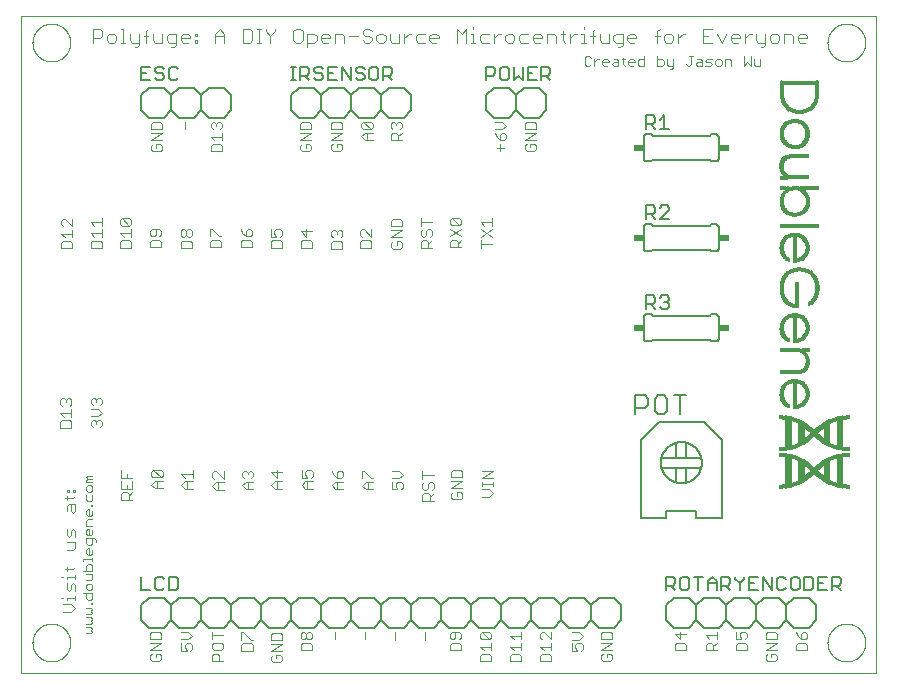
<source format=gto>
G75*
%MOIN*%
%OFA0B0*%
%FSLAX25Y25*%
%IPPOS*%
%LPD*%
%AMOC8*
5,1,8,0,0,1.08239X$1,22.5*
%
%ADD10C,0.00000*%
%ADD11R,0.00050X0.00450*%
%ADD12R,0.00050X0.01350*%
%ADD13R,0.00050X0.01450*%
%ADD14R,0.00050X0.02050*%
%ADD15R,0.00050X0.00600*%
%ADD16R,0.00050X0.00650*%
%ADD17R,0.00050X0.01000*%
%ADD18R,0.00050X0.02450*%
%ADD19R,0.00050X0.01650*%
%ADD20R,0.00050X0.01300*%
%ADD21R,0.00050X0.01600*%
%ADD22R,0.00050X0.01900*%
%ADD23R,0.00050X0.02750*%
%ADD24R,0.00050X0.02150*%
%ADD25R,0.00050X0.02350*%
%ADD26R,0.00050X0.02850*%
%ADD27R,0.00050X0.02400*%
%ADD28R,0.00050X0.03100*%
%ADD29R,0.00050X0.02600*%
%ADD30R,0.00050X0.03050*%
%ADD31R,0.00050X0.02550*%
%ADD32R,0.00050X0.05350*%
%ADD33R,0.00050X0.03400*%
%ADD34R,0.00050X0.01250*%
%ADD35R,0.00050X0.01200*%
%ADD36R,0.00050X0.02100*%
%ADD37R,0.00050X0.02950*%
%ADD38R,0.00050X0.03600*%
%ADD39R,0.00050X0.02900*%
%ADD40R,0.00050X0.05650*%
%ADD41R,0.00050X0.03200*%
%ADD42R,0.00050X0.02650*%
%ADD43R,0.00050X0.03300*%
%ADD44R,0.00050X0.04050*%
%ADD45R,0.00050X0.03250*%
%ADD46R,0.00050X0.05900*%
%ADD47R,0.00050X0.03550*%
%ADD48R,0.00050X0.03850*%
%ADD49R,0.00050X0.03500*%
%ADD50R,0.00050X0.04500*%
%ADD51R,0.00050X0.06150*%
%ADD52R,0.00050X0.04100*%
%ADD53R,0.00050X0.03450*%
%ADD54R,0.00050X0.03800*%
%ADD55R,0.00050X0.04900*%
%ADD56R,0.00050X0.06300*%
%ADD57R,0.00050X0.04250*%
%ADD58R,0.00050X0.03750*%
%ADD59R,0.00050X0.05200*%
%ADD60R,0.00050X0.06500*%
%ADD61R,0.00050X0.04350*%
%ADD62R,0.00050X0.04450*%
%ADD63R,0.00050X0.05550*%
%ADD64R,0.00050X0.06650*%
%ADD65R,0.00050X0.04550*%
%ADD66R,0.00050X0.04600*%
%ADD67R,0.00050X0.04300*%
%ADD68R,0.00050X0.05850*%
%ADD69R,0.00050X0.06750*%
%ADD70R,0.00050X0.04750*%
%ADD71R,0.00050X0.04800*%
%ADD72R,0.00050X0.04650*%
%ADD73R,0.00050X0.06050*%
%ADD74R,0.00050X0.04700*%
%ADD75R,0.00050X0.06900*%
%ADD76R,0.00050X0.04950*%
%ADD77R,0.00050X0.04850*%
%ADD78R,0.00050X0.07050*%
%ADD79R,0.00050X0.05150*%
%ADD80R,0.00050X0.05050*%
%ADD81R,0.00050X0.06550*%
%ADD82R,0.00050X0.05000*%
%ADD83R,0.00050X0.07150*%
%ADD84R,0.00050X0.05300*%
%ADD85R,0.00050X0.06800*%
%ADD86R,0.00050X0.05250*%
%ADD87R,0.00050X0.07250*%
%ADD88R,0.00050X0.05500*%
%ADD89R,0.00050X0.07000*%
%ADD90R,0.00050X0.05400*%
%ADD91R,0.00050X0.07350*%
%ADD92R,0.00050X0.05450*%
%ADD93R,0.00050X0.07200*%
%ADD94R,0.00050X0.07450*%
%ADD95R,0.00050X0.05800*%
%ADD96R,0.00050X0.05700*%
%ADD97R,0.00050X0.07400*%
%ADD98R,0.00050X0.07550*%
%ADD99R,0.00050X0.01400*%
%ADD100R,0.00050X0.07650*%
%ADD101R,0.00050X0.06100*%
%ADD102R,0.00050X0.05750*%
%ADD103R,0.00050X0.06000*%
%ADD104R,0.00050X0.07750*%
%ADD105R,0.00050X0.06200*%
%ADD106R,0.00050X0.07950*%
%ADD107R,0.00050X0.07850*%
%ADD108R,0.00050X0.06250*%
%ADD109R,0.00050X0.08050*%
%ADD110R,0.00050X0.02700*%
%ADD111R,0.00050X0.06400*%
%ADD112R,0.00050X0.06350*%
%ADD113R,0.00050X0.08250*%
%ADD114R,0.00050X0.08000*%
%ADD115R,0.00050X0.06600*%
%ADD116R,0.00050X0.02250*%
%ADD117R,0.00050X0.08100*%
%ADD118R,0.00050X0.03350*%
%ADD119R,0.00050X0.02500*%
%ADD120R,0.00050X0.03150*%
%ADD121R,0.00050X0.01950*%
%ADD122R,0.00050X0.01800*%
%ADD123R,0.00050X0.02300*%
%ADD124R,0.00050X0.01700*%
%ADD125R,0.00050X0.02200*%
%ADD126R,0.00050X0.02800*%
%ADD127R,0.00050X0.01550*%
%ADD128R,0.00050X0.01500*%
%ADD129R,0.00050X0.02000*%
%ADD130R,0.00050X0.01850*%
%ADD131R,0.00050X0.01750*%
%ADD132R,0.00050X0.11750*%
%ADD133R,0.00050X0.11700*%
%ADD134R,0.00050X0.11650*%
%ADD135R,0.00050X0.11600*%
%ADD136R,0.00050X0.11550*%
%ADD137R,0.00050X0.11450*%
%ADD138R,0.00050X0.11400*%
%ADD139R,0.00050X0.11350*%
%ADD140R,0.00050X0.00900*%
%ADD141R,0.00050X0.11250*%
%ADD142R,0.00050X0.11200*%
%ADD143R,0.00050X0.11150*%
%ADD144R,0.00050X0.11050*%
%ADD145R,0.00050X0.09850*%
%ADD146R,0.00050X0.09900*%
%ADD147R,0.00050X0.08750*%
%ADD148R,0.00050X0.08800*%
%ADD149R,0.00050X0.01150*%
%ADD150R,0.00050X0.09800*%
%ADD151R,0.00050X0.08850*%
%ADD152R,0.00050X0.09750*%
%ADD153R,0.00050X0.08900*%
%ADD154R,0.00050X0.08950*%
%ADD155R,0.00050X0.09450*%
%ADD156R,0.00050X0.09400*%
%ADD157R,0.00050X0.09350*%
%ADD158R,0.00050X0.09250*%
%ADD159R,0.00050X0.09150*%
%ADD160R,0.00050X0.09050*%
%ADD161R,0.00050X0.08650*%
%ADD162R,0.00050X0.08550*%
%ADD163R,0.00050X0.08450*%
%ADD164R,0.00050X0.08350*%
%ADD165R,0.00050X0.08300*%
%ADD166R,0.00050X0.08150*%
%ADD167R,0.00050X0.07900*%
%ADD168R,0.00050X0.07600*%
%ADD169R,0.00050X0.06450*%
%ADD170R,0.00050X0.05600*%
%ADD171R,0.00050X0.05100*%
%ADD172R,0.00050X0.04400*%
%ADD173R,0.00050X0.04200*%
%ADD174R,0.00050X0.04150*%
%ADD175R,0.00050X0.04000*%
%ADD176R,0.00050X0.03900*%
%ADD177R,0.00050X0.03650*%
%ADD178R,0.00050X0.01100*%
%ADD179R,0.00050X0.00950*%
%ADD180R,0.00050X0.03950*%
%ADD181R,0.00050X0.03000*%
%ADD182R,0.00050X0.07800*%
%ADD183R,0.00050X0.07700*%
%ADD184R,0.00050X0.07500*%
%ADD185R,0.00050X0.05950*%
%ADD186R,0.00050X0.06850*%
%ADD187R,0.00050X0.06700*%
%ADD188R,0.00050X0.03700*%
%ADD189R,0.00050X0.08400*%
%ADD190R,0.00050X0.11300*%
%ADD191R,0.00050X0.11500*%
%ADD192C,0.00300*%
%ADD193C,0.00400*%
%ADD194C,0.00600*%
%ADD195C,0.00500*%
%ADD196C,0.00700*%
%ADD197R,0.03400X0.02400*%
D10*
X0001000Y0001000D02*
X0001000Y0219701D01*
X0285921Y0219701D01*
X0285921Y0001000D01*
X0001000Y0001000D01*
X0004701Y0011000D02*
X0004703Y0011158D01*
X0004709Y0011316D01*
X0004719Y0011474D01*
X0004733Y0011632D01*
X0004751Y0011789D01*
X0004772Y0011946D01*
X0004798Y0012102D01*
X0004828Y0012258D01*
X0004861Y0012413D01*
X0004899Y0012566D01*
X0004940Y0012719D01*
X0004985Y0012871D01*
X0005034Y0013022D01*
X0005087Y0013171D01*
X0005143Y0013319D01*
X0005203Y0013465D01*
X0005267Y0013610D01*
X0005335Y0013753D01*
X0005406Y0013895D01*
X0005480Y0014035D01*
X0005558Y0014172D01*
X0005640Y0014308D01*
X0005724Y0014442D01*
X0005813Y0014573D01*
X0005904Y0014702D01*
X0005999Y0014829D01*
X0006096Y0014954D01*
X0006197Y0015076D01*
X0006301Y0015195D01*
X0006408Y0015312D01*
X0006518Y0015426D01*
X0006631Y0015537D01*
X0006746Y0015646D01*
X0006864Y0015751D01*
X0006985Y0015853D01*
X0007108Y0015953D01*
X0007234Y0016049D01*
X0007362Y0016142D01*
X0007492Y0016232D01*
X0007625Y0016318D01*
X0007760Y0016402D01*
X0007896Y0016481D01*
X0008035Y0016558D01*
X0008176Y0016630D01*
X0008318Y0016700D01*
X0008462Y0016765D01*
X0008608Y0016827D01*
X0008755Y0016885D01*
X0008904Y0016940D01*
X0009054Y0016991D01*
X0009205Y0017038D01*
X0009357Y0017081D01*
X0009510Y0017120D01*
X0009665Y0017156D01*
X0009820Y0017187D01*
X0009976Y0017215D01*
X0010132Y0017239D01*
X0010289Y0017259D01*
X0010447Y0017275D01*
X0010604Y0017287D01*
X0010763Y0017295D01*
X0010921Y0017299D01*
X0011079Y0017299D01*
X0011237Y0017295D01*
X0011396Y0017287D01*
X0011553Y0017275D01*
X0011711Y0017259D01*
X0011868Y0017239D01*
X0012024Y0017215D01*
X0012180Y0017187D01*
X0012335Y0017156D01*
X0012490Y0017120D01*
X0012643Y0017081D01*
X0012795Y0017038D01*
X0012946Y0016991D01*
X0013096Y0016940D01*
X0013245Y0016885D01*
X0013392Y0016827D01*
X0013538Y0016765D01*
X0013682Y0016700D01*
X0013824Y0016630D01*
X0013965Y0016558D01*
X0014104Y0016481D01*
X0014240Y0016402D01*
X0014375Y0016318D01*
X0014508Y0016232D01*
X0014638Y0016142D01*
X0014766Y0016049D01*
X0014892Y0015953D01*
X0015015Y0015853D01*
X0015136Y0015751D01*
X0015254Y0015646D01*
X0015369Y0015537D01*
X0015482Y0015426D01*
X0015592Y0015312D01*
X0015699Y0015195D01*
X0015803Y0015076D01*
X0015904Y0014954D01*
X0016001Y0014829D01*
X0016096Y0014702D01*
X0016187Y0014573D01*
X0016276Y0014442D01*
X0016360Y0014308D01*
X0016442Y0014172D01*
X0016520Y0014035D01*
X0016594Y0013895D01*
X0016665Y0013753D01*
X0016733Y0013610D01*
X0016797Y0013465D01*
X0016857Y0013319D01*
X0016913Y0013171D01*
X0016966Y0013022D01*
X0017015Y0012871D01*
X0017060Y0012719D01*
X0017101Y0012566D01*
X0017139Y0012413D01*
X0017172Y0012258D01*
X0017202Y0012102D01*
X0017228Y0011946D01*
X0017249Y0011789D01*
X0017267Y0011632D01*
X0017281Y0011474D01*
X0017291Y0011316D01*
X0017297Y0011158D01*
X0017299Y0011000D01*
X0017297Y0010842D01*
X0017291Y0010684D01*
X0017281Y0010526D01*
X0017267Y0010368D01*
X0017249Y0010211D01*
X0017228Y0010054D01*
X0017202Y0009898D01*
X0017172Y0009742D01*
X0017139Y0009587D01*
X0017101Y0009434D01*
X0017060Y0009281D01*
X0017015Y0009129D01*
X0016966Y0008978D01*
X0016913Y0008829D01*
X0016857Y0008681D01*
X0016797Y0008535D01*
X0016733Y0008390D01*
X0016665Y0008247D01*
X0016594Y0008105D01*
X0016520Y0007965D01*
X0016442Y0007828D01*
X0016360Y0007692D01*
X0016276Y0007558D01*
X0016187Y0007427D01*
X0016096Y0007298D01*
X0016001Y0007171D01*
X0015904Y0007046D01*
X0015803Y0006924D01*
X0015699Y0006805D01*
X0015592Y0006688D01*
X0015482Y0006574D01*
X0015369Y0006463D01*
X0015254Y0006354D01*
X0015136Y0006249D01*
X0015015Y0006147D01*
X0014892Y0006047D01*
X0014766Y0005951D01*
X0014638Y0005858D01*
X0014508Y0005768D01*
X0014375Y0005682D01*
X0014240Y0005598D01*
X0014104Y0005519D01*
X0013965Y0005442D01*
X0013824Y0005370D01*
X0013682Y0005300D01*
X0013538Y0005235D01*
X0013392Y0005173D01*
X0013245Y0005115D01*
X0013096Y0005060D01*
X0012946Y0005009D01*
X0012795Y0004962D01*
X0012643Y0004919D01*
X0012490Y0004880D01*
X0012335Y0004844D01*
X0012180Y0004813D01*
X0012024Y0004785D01*
X0011868Y0004761D01*
X0011711Y0004741D01*
X0011553Y0004725D01*
X0011396Y0004713D01*
X0011237Y0004705D01*
X0011079Y0004701D01*
X0010921Y0004701D01*
X0010763Y0004705D01*
X0010604Y0004713D01*
X0010447Y0004725D01*
X0010289Y0004741D01*
X0010132Y0004761D01*
X0009976Y0004785D01*
X0009820Y0004813D01*
X0009665Y0004844D01*
X0009510Y0004880D01*
X0009357Y0004919D01*
X0009205Y0004962D01*
X0009054Y0005009D01*
X0008904Y0005060D01*
X0008755Y0005115D01*
X0008608Y0005173D01*
X0008462Y0005235D01*
X0008318Y0005300D01*
X0008176Y0005370D01*
X0008035Y0005442D01*
X0007896Y0005519D01*
X0007760Y0005598D01*
X0007625Y0005682D01*
X0007492Y0005768D01*
X0007362Y0005858D01*
X0007234Y0005951D01*
X0007108Y0006047D01*
X0006985Y0006147D01*
X0006864Y0006249D01*
X0006746Y0006354D01*
X0006631Y0006463D01*
X0006518Y0006574D01*
X0006408Y0006688D01*
X0006301Y0006805D01*
X0006197Y0006924D01*
X0006096Y0007046D01*
X0005999Y0007171D01*
X0005904Y0007298D01*
X0005813Y0007427D01*
X0005724Y0007558D01*
X0005640Y0007692D01*
X0005558Y0007828D01*
X0005480Y0007965D01*
X0005406Y0008105D01*
X0005335Y0008247D01*
X0005267Y0008390D01*
X0005203Y0008535D01*
X0005143Y0008681D01*
X0005087Y0008829D01*
X0005034Y0008978D01*
X0004985Y0009129D01*
X0004940Y0009281D01*
X0004899Y0009434D01*
X0004861Y0009587D01*
X0004828Y0009742D01*
X0004798Y0009898D01*
X0004772Y0010054D01*
X0004751Y0010211D01*
X0004733Y0010368D01*
X0004719Y0010526D01*
X0004709Y0010684D01*
X0004703Y0010842D01*
X0004701Y0011000D01*
X0004701Y0211000D02*
X0004703Y0211158D01*
X0004709Y0211316D01*
X0004719Y0211474D01*
X0004733Y0211632D01*
X0004751Y0211789D01*
X0004772Y0211946D01*
X0004798Y0212102D01*
X0004828Y0212258D01*
X0004861Y0212413D01*
X0004899Y0212566D01*
X0004940Y0212719D01*
X0004985Y0212871D01*
X0005034Y0213022D01*
X0005087Y0213171D01*
X0005143Y0213319D01*
X0005203Y0213465D01*
X0005267Y0213610D01*
X0005335Y0213753D01*
X0005406Y0213895D01*
X0005480Y0214035D01*
X0005558Y0214172D01*
X0005640Y0214308D01*
X0005724Y0214442D01*
X0005813Y0214573D01*
X0005904Y0214702D01*
X0005999Y0214829D01*
X0006096Y0214954D01*
X0006197Y0215076D01*
X0006301Y0215195D01*
X0006408Y0215312D01*
X0006518Y0215426D01*
X0006631Y0215537D01*
X0006746Y0215646D01*
X0006864Y0215751D01*
X0006985Y0215853D01*
X0007108Y0215953D01*
X0007234Y0216049D01*
X0007362Y0216142D01*
X0007492Y0216232D01*
X0007625Y0216318D01*
X0007760Y0216402D01*
X0007896Y0216481D01*
X0008035Y0216558D01*
X0008176Y0216630D01*
X0008318Y0216700D01*
X0008462Y0216765D01*
X0008608Y0216827D01*
X0008755Y0216885D01*
X0008904Y0216940D01*
X0009054Y0216991D01*
X0009205Y0217038D01*
X0009357Y0217081D01*
X0009510Y0217120D01*
X0009665Y0217156D01*
X0009820Y0217187D01*
X0009976Y0217215D01*
X0010132Y0217239D01*
X0010289Y0217259D01*
X0010447Y0217275D01*
X0010604Y0217287D01*
X0010763Y0217295D01*
X0010921Y0217299D01*
X0011079Y0217299D01*
X0011237Y0217295D01*
X0011396Y0217287D01*
X0011553Y0217275D01*
X0011711Y0217259D01*
X0011868Y0217239D01*
X0012024Y0217215D01*
X0012180Y0217187D01*
X0012335Y0217156D01*
X0012490Y0217120D01*
X0012643Y0217081D01*
X0012795Y0217038D01*
X0012946Y0216991D01*
X0013096Y0216940D01*
X0013245Y0216885D01*
X0013392Y0216827D01*
X0013538Y0216765D01*
X0013682Y0216700D01*
X0013824Y0216630D01*
X0013965Y0216558D01*
X0014104Y0216481D01*
X0014240Y0216402D01*
X0014375Y0216318D01*
X0014508Y0216232D01*
X0014638Y0216142D01*
X0014766Y0216049D01*
X0014892Y0215953D01*
X0015015Y0215853D01*
X0015136Y0215751D01*
X0015254Y0215646D01*
X0015369Y0215537D01*
X0015482Y0215426D01*
X0015592Y0215312D01*
X0015699Y0215195D01*
X0015803Y0215076D01*
X0015904Y0214954D01*
X0016001Y0214829D01*
X0016096Y0214702D01*
X0016187Y0214573D01*
X0016276Y0214442D01*
X0016360Y0214308D01*
X0016442Y0214172D01*
X0016520Y0214035D01*
X0016594Y0213895D01*
X0016665Y0213753D01*
X0016733Y0213610D01*
X0016797Y0213465D01*
X0016857Y0213319D01*
X0016913Y0213171D01*
X0016966Y0213022D01*
X0017015Y0212871D01*
X0017060Y0212719D01*
X0017101Y0212566D01*
X0017139Y0212413D01*
X0017172Y0212258D01*
X0017202Y0212102D01*
X0017228Y0211946D01*
X0017249Y0211789D01*
X0017267Y0211632D01*
X0017281Y0211474D01*
X0017291Y0211316D01*
X0017297Y0211158D01*
X0017299Y0211000D01*
X0017297Y0210842D01*
X0017291Y0210684D01*
X0017281Y0210526D01*
X0017267Y0210368D01*
X0017249Y0210211D01*
X0017228Y0210054D01*
X0017202Y0209898D01*
X0017172Y0209742D01*
X0017139Y0209587D01*
X0017101Y0209434D01*
X0017060Y0209281D01*
X0017015Y0209129D01*
X0016966Y0208978D01*
X0016913Y0208829D01*
X0016857Y0208681D01*
X0016797Y0208535D01*
X0016733Y0208390D01*
X0016665Y0208247D01*
X0016594Y0208105D01*
X0016520Y0207965D01*
X0016442Y0207828D01*
X0016360Y0207692D01*
X0016276Y0207558D01*
X0016187Y0207427D01*
X0016096Y0207298D01*
X0016001Y0207171D01*
X0015904Y0207046D01*
X0015803Y0206924D01*
X0015699Y0206805D01*
X0015592Y0206688D01*
X0015482Y0206574D01*
X0015369Y0206463D01*
X0015254Y0206354D01*
X0015136Y0206249D01*
X0015015Y0206147D01*
X0014892Y0206047D01*
X0014766Y0205951D01*
X0014638Y0205858D01*
X0014508Y0205768D01*
X0014375Y0205682D01*
X0014240Y0205598D01*
X0014104Y0205519D01*
X0013965Y0205442D01*
X0013824Y0205370D01*
X0013682Y0205300D01*
X0013538Y0205235D01*
X0013392Y0205173D01*
X0013245Y0205115D01*
X0013096Y0205060D01*
X0012946Y0205009D01*
X0012795Y0204962D01*
X0012643Y0204919D01*
X0012490Y0204880D01*
X0012335Y0204844D01*
X0012180Y0204813D01*
X0012024Y0204785D01*
X0011868Y0204761D01*
X0011711Y0204741D01*
X0011553Y0204725D01*
X0011396Y0204713D01*
X0011237Y0204705D01*
X0011079Y0204701D01*
X0010921Y0204701D01*
X0010763Y0204705D01*
X0010604Y0204713D01*
X0010447Y0204725D01*
X0010289Y0204741D01*
X0010132Y0204761D01*
X0009976Y0204785D01*
X0009820Y0204813D01*
X0009665Y0204844D01*
X0009510Y0204880D01*
X0009357Y0204919D01*
X0009205Y0204962D01*
X0009054Y0205009D01*
X0008904Y0205060D01*
X0008755Y0205115D01*
X0008608Y0205173D01*
X0008462Y0205235D01*
X0008318Y0205300D01*
X0008176Y0205370D01*
X0008035Y0205442D01*
X0007896Y0205519D01*
X0007760Y0205598D01*
X0007625Y0205682D01*
X0007492Y0205768D01*
X0007362Y0205858D01*
X0007234Y0205951D01*
X0007108Y0206047D01*
X0006985Y0206147D01*
X0006864Y0206249D01*
X0006746Y0206354D01*
X0006631Y0206463D01*
X0006518Y0206574D01*
X0006408Y0206688D01*
X0006301Y0206805D01*
X0006197Y0206924D01*
X0006096Y0207046D01*
X0005999Y0207171D01*
X0005904Y0207298D01*
X0005813Y0207427D01*
X0005724Y0207558D01*
X0005640Y0207692D01*
X0005558Y0207828D01*
X0005480Y0207965D01*
X0005406Y0208105D01*
X0005335Y0208247D01*
X0005267Y0208390D01*
X0005203Y0208535D01*
X0005143Y0208681D01*
X0005087Y0208829D01*
X0005034Y0208978D01*
X0004985Y0209129D01*
X0004940Y0209281D01*
X0004899Y0209434D01*
X0004861Y0209587D01*
X0004828Y0209742D01*
X0004798Y0209898D01*
X0004772Y0210054D01*
X0004751Y0210211D01*
X0004733Y0210368D01*
X0004719Y0210526D01*
X0004709Y0210684D01*
X0004703Y0210842D01*
X0004701Y0211000D01*
X0269701Y0211000D02*
X0269703Y0211158D01*
X0269709Y0211316D01*
X0269719Y0211474D01*
X0269733Y0211632D01*
X0269751Y0211789D01*
X0269772Y0211946D01*
X0269798Y0212102D01*
X0269828Y0212258D01*
X0269861Y0212413D01*
X0269899Y0212566D01*
X0269940Y0212719D01*
X0269985Y0212871D01*
X0270034Y0213022D01*
X0270087Y0213171D01*
X0270143Y0213319D01*
X0270203Y0213465D01*
X0270267Y0213610D01*
X0270335Y0213753D01*
X0270406Y0213895D01*
X0270480Y0214035D01*
X0270558Y0214172D01*
X0270640Y0214308D01*
X0270724Y0214442D01*
X0270813Y0214573D01*
X0270904Y0214702D01*
X0270999Y0214829D01*
X0271096Y0214954D01*
X0271197Y0215076D01*
X0271301Y0215195D01*
X0271408Y0215312D01*
X0271518Y0215426D01*
X0271631Y0215537D01*
X0271746Y0215646D01*
X0271864Y0215751D01*
X0271985Y0215853D01*
X0272108Y0215953D01*
X0272234Y0216049D01*
X0272362Y0216142D01*
X0272492Y0216232D01*
X0272625Y0216318D01*
X0272760Y0216402D01*
X0272896Y0216481D01*
X0273035Y0216558D01*
X0273176Y0216630D01*
X0273318Y0216700D01*
X0273462Y0216765D01*
X0273608Y0216827D01*
X0273755Y0216885D01*
X0273904Y0216940D01*
X0274054Y0216991D01*
X0274205Y0217038D01*
X0274357Y0217081D01*
X0274510Y0217120D01*
X0274665Y0217156D01*
X0274820Y0217187D01*
X0274976Y0217215D01*
X0275132Y0217239D01*
X0275289Y0217259D01*
X0275447Y0217275D01*
X0275604Y0217287D01*
X0275763Y0217295D01*
X0275921Y0217299D01*
X0276079Y0217299D01*
X0276237Y0217295D01*
X0276396Y0217287D01*
X0276553Y0217275D01*
X0276711Y0217259D01*
X0276868Y0217239D01*
X0277024Y0217215D01*
X0277180Y0217187D01*
X0277335Y0217156D01*
X0277490Y0217120D01*
X0277643Y0217081D01*
X0277795Y0217038D01*
X0277946Y0216991D01*
X0278096Y0216940D01*
X0278245Y0216885D01*
X0278392Y0216827D01*
X0278538Y0216765D01*
X0278682Y0216700D01*
X0278824Y0216630D01*
X0278965Y0216558D01*
X0279104Y0216481D01*
X0279240Y0216402D01*
X0279375Y0216318D01*
X0279508Y0216232D01*
X0279638Y0216142D01*
X0279766Y0216049D01*
X0279892Y0215953D01*
X0280015Y0215853D01*
X0280136Y0215751D01*
X0280254Y0215646D01*
X0280369Y0215537D01*
X0280482Y0215426D01*
X0280592Y0215312D01*
X0280699Y0215195D01*
X0280803Y0215076D01*
X0280904Y0214954D01*
X0281001Y0214829D01*
X0281096Y0214702D01*
X0281187Y0214573D01*
X0281276Y0214442D01*
X0281360Y0214308D01*
X0281442Y0214172D01*
X0281520Y0214035D01*
X0281594Y0213895D01*
X0281665Y0213753D01*
X0281733Y0213610D01*
X0281797Y0213465D01*
X0281857Y0213319D01*
X0281913Y0213171D01*
X0281966Y0213022D01*
X0282015Y0212871D01*
X0282060Y0212719D01*
X0282101Y0212566D01*
X0282139Y0212413D01*
X0282172Y0212258D01*
X0282202Y0212102D01*
X0282228Y0211946D01*
X0282249Y0211789D01*
X0282267Y0211632D01*
X0282281Y0211474D01*
X0282291Y0211316D01*
X0282297Y0211158D01*
X0282299Y0211000D01*
X0282297Y0210842D01*
X0282291Y0210684D01*
X0282281Y0210526D01*
X0282267Y0210368D01*
X0282249Y0210211D01*
X0282228Y0210054D01*
X0282202Y0209898D01*
X0282172Y0209742D01*
X0282139Y0209587D01*
X0282101Y0209434D01*
X0282060Y0209281D01*
X0282015Y0209129D01*
X0281966Y0208978D01*
X0281913Y0208829D01*
X0281857Y0208681D01*
X0281797Y0208535D01*
X0281733Y0208390D01*
X0281665Y0208247D01*
X0281594Y0208105D01*
X0281520Y0207965D01*
X0281442Y0207828D01*
X0281360Y0207692D01*
X0281276Y0207558D01*
X0281187Y0207427D01*
X0281096Y0207298D01*
X0281001Y0207171D01*
X0280904Y0207046D01*
X0280803Y0206924D01*
X0280699Y0206805D01*
X0280592Y0206688D01*
X0280482Y0206574D01*
X0280369Y0206463D01*
X0280254Y0206354D01*
X0280136Y0206249D01*
X0280015Y0206147D01*
X0279892Y0206047D01*
X0279766Y0205951D01*
X0279638Y0205858D01*
X0279508Y0205768D01*
X0279375Y0205682D01*
X0279240Y0205598D01*
X0279104Y0205519D01*
X0278965Y0205442D01*
X0278824Y0205370D01*
X0278682Y0205300D01*
X0278538Y0205235D01*
X0278392Y0205173D01*
X0278245Y0205115D01*
X0278096Y0205060D01*
X0277946Y0205009D01*
X0277795Y0204962D01*
X0277643Y0204919D01*
X0277490Y0204880D01*
X0277335Y0204844D01*
X0277180Y0204813D01*
X0277024Y0204785D01*
X0276868Y0204761D01*
X0276711Y0204741D01*
X0276553Y0204725D01*
X0276396Y0204713D01*
X0276237Y0204705D01*
X0276079Y0204701D01*
X0275921Y0204701D01*
X0275763Y0204705D01*
X0275604Y0204713D01*
X0275447Y0204725D01*
X0275289Y0204741D01*
X0275132Y0204761D01*
X0274976Y0204785D01*
X0274820Y0204813D01*
X0274665Y0204844D01*
X0274510Y0204880D01*
X0274357Y0204919D01*
X0274205Y0204962D01*
X0274054Y0205009D01*
X0273904Y0205060D01*
X0273755Y0205115D01*
X0273608Y0205173D01*
X0273462Y0205235D01*
X0273318Y0205300D01*
X0273176Y0205370D01*
X0273035Y0205442D01*
X0272896Y0205519D01*
X0272760Y0205598D01*
X0272625Y0205682D01*
X0272492Y0205768D01*
X0272362Y0205858D01*
X0272234Y0205951D01*
X0272108Y0206047D01*
X0271985Y0206147D01*
X0271864Y0206249D01*
X0271746Y0206354D01*
X0271631Y0206463D01*
X0271518Y0206574D01*
X0271408Y0206688D01*
X0271301Y0206805D01*
X0271197Y0206924D01*
X0271096Y0207046D01*
X0270999Y0207171D01*
X0270904Y0207298D01*
X0270813Y0207427D01*
X0270724Y0207558D01*
X0270640Y0207692D01*
X0270558Y0207828D01*
X0270480Y0207965D01*
X0270406Y0208105D01*
X0270335Y0208247D01*
X0270267Y0208390D01*
X0270203Y0208535D01*
X0270143Y0208681D01*
X0270087Y0208829D01*
X0270034Y0208978D01*
X0269985Y0209129D01*
X0269940Y0209281D01*
X0269899Y0209434D01*
X0269861Y0209587D01*
X0269828Y0209742D01*
X0269798Y0209898D01*
X0269772Y0210054D01*
X0269751Y0210211D01*
X0269733Y0210368D01*
X0269719Y0210526D01*
X0269709Y0210684D01*
X0269703Y0210842D01*
X0269701Y0211000D01*
X0269701Y0011000D02*
X0269703Y0011158D01*
X0269709Y0011316D01*
X0269719Y0011474D01*
X0269733Y0011632D01*
X0269751Y0011789D01*
X0269772Y0011946D01*
X0269798Y0012102D01*
X0269828Y0012258D01*
X0269861Y0012413D01*
X0269899Y0012566D01*
X0269940Y0012719D01*
X0269985Y0012871D01*
X0270034Y0013022D01*
X0270087Y0013171D01*
X0270143Y0013319D01*
X0270203Y0013465D01*
X0270267Y0013610D01*
X0270335Y0013753D01*
X0270406Y0013895D01*
X0270480Y0014035D01*
X0270558Y0014172D01*
X0270640Y0014308D01*
X0270724Y0014442D01*
X0270813Y0014573D01*
X0270904Y0014702D01*
X0270999Y0014829D01*
X0271096Y0014954D01*
X0271197Y0015076D01*
X0271301Y0015195D01*
X0271408Y0015312D01*
X0271518Y0015426D01*
X0271631Y0015537D01*
X0271746Y0015646D01*
X0271864Y0015751D01*
X0271985Y0015853D01*
X0272108Y0015953D01*
X0272234Y0016049D01*
X0272362Y0016142D01*
X0272492Y0016232D01*
X0272625Y0016318D01*
X0272760Y0016402D01*
X0272896Y0016481D01*
X0273035Y0016558D01*
X0273176Y0016630D01*
X0273318Y0016700D01*
X0273462Y0016765D01*
X0273608Y0016827D01*
X0273755Y0016885D01*
X0273904Y0016940D01*
X0274054Y0016991D01*
X0274205Y0017038D01*
X0274357Y0017081D01*
X0274510Y0017120D01*
X0274665Y0017156D01*
X0274820Y0017187D01*
X0274976Y0017215D01*
X0275132Y0017239D01*
X0275289Y0017259D01*
X0275447Y0017275D01*
X0275604Y0017287D01*
X0275763Y0017295D01*
X0275921Y0017299D01*
X0276079Y0017299D01*
X0276237Y0017295D01*
X0276396Y0017287D01*
X0276553Y0017275D01*
X0276711Y0017259D01*
X0276868Y0017239D01*
X0277024Y0017215D01*
X0277180Y0017187D01*
X0277335Y0017156D01*
X0277490Y0017120D01*
X0277643Y0017081D01*
X0277795Y0017038D01*
X0277946Y0016991D01*
X0278096Y0016940D01*
X0278245Y0016885D01*
X0278392Y0016827D01*
X0278538Y0016765D01*
X0278682Y0016700D01*
X0278824Y0016630D01*
X0278965Y0016558D01*
X0279104Y0016481D01*
X0279240Y0016402D01*
X0279375Y0016318D01*
X0279508Y0016232D01*
X0279638Y0016142D01*
X0279766Y0016049D01*
X0279892Y0015953D01*
X0280015Y0015853D01*
X0280136Y0015751D01*
X0280254Y0015646D01*
X0280369Y0015537D01*
X0280482Y0015426D01*
X0280592Y0015312D01*
X0280699Y0015195D01*
X0280803Y0015076D01*
X0280904Y0014954D01*
X0281001Y0014829D01*
X0281096Y0014702D01*
X0281187Y0014573D01*
X0281276Y0014442D01*
X0281360Y0014308D01*
X0281442Y0014172D01*
X0281520Y0014035D01*
X0281594Y0013895D01*
X0281665Y0013753D01*
X0281733Y0013610D01*
X0281797Y0013465D01*
X0281857Y0013319D01*
X0281913Y0013171D01*
X0281966Y0013022D01*
X0282015Y0012871D01*
X0282060Y0012719D01*
X0282101Y0012566D01*
X0282139Y0012413D01*
X0282172Y0012258D01*
X0282202Y0012102D01*
X0282228Y0011946D01*
X0282249Y0011789D01*
X0282267Y0011632D01*
X0282281Y0011474D01*
X0282291Y0011316D01*
X0282297Y0011158D01*
X0282299Y0011000D01*
X0282297Y0010842D01*
X0282291Y0010684D01*
X0282281Y0010526D01*
X0282267Y0010368D01*
X0282249Y0010211D01*
X0282228Y0010054D01*
X0282202Y0009898D01*
X0282172Y0009742D01*
X0282139Y0009587D01*
X0282101Y0009434D01*
X0282060Y0009281D01*
X0282015Y0009129D01*
X0281966Y0008978D01*
X0281913Y0008829D01*
X0281857Y0008681D01*
X0281797Y0008535D01*
X0281733Y0008390D01*
X0281665Y0008247D01*
X0281594Y0008105D01*
X0281520Y0007965D01*
X0281442Y0007828D01*
X0281360Y0007692D01*
X0281276Y0007558D01*
X0281187Y0007427D01*
X0281096Y0007298D01*
X0281001Y0007171D01*
X0280904Y0007046D01*
X0280803Y0006924D01*
X0280699Y0006805D01*
X0280592Y0006688D01*
X0280482Y0006574D01*
X0280369Y0006463D01*
X0280254Y0006354D01*
X0280136Y0006249D01*
X0280015Y0006147D01*
X0279892Y0006047D01*
X0279766Y0005951D01*
X0279638Y0005858D01*
X0279508Y0005768D01*
X0279375Y0005682D01*
X0279240Y0005598D01*
X0279104Y0005519D01*
X0278965Y0005442D01*
X0278824Y0005370D01*
X0278682Y0005300D01*
X0278538Y0005235D01*
X0278392Y0005173D01*
X0278245Y0005115D01*
X0278096Y0005060D01*
X0277946Y0005009D01*
X0277795Y0004962D01*
X0277643Y0004919D01*
X0277490Y0004880D01*
X0277335Y0004844D01*
X0277180Y0004813D01*
X0277024Y0004785D01*
X0276868Y0004761D01*
X0276711Y0004741D01*
X0276553Y0004725D01*
X0276396Y0004713D01*
X0276237Y0004705D01*
X0276079Y0004701D01*
X0275921Y0004701D01*
X0275763Y0004705D01*
X0275604Y0004713D01*
X0275447Y0004725D01*
X0275289Y0004741D01*
X0275132Y0004761D01*
X0274976Y0004785D01*
X0274820Y0004813D01*
X0274665Y0004844D01*
X0274510Y0004880D01*
X0274357Y0004919D01*
X0274205Y0004962D01*
X0274054Y0005009D01*
X0273904Y0005060D01*
X0273755Y0005115D01*
X0273608Y0005173D01*
X0273462Y0005235D01*
X0273318Y0005300D01*
X0273176Y0005370D01*
X0273035Y0005442D01*
X0272896Y0005519D01*
X0272760Y0005598D01*
X0272625Y0005682D01*
X0272492Y0005768D01*
X0272362Y0005858D01*
X0272234Y0005951D01*
X0272108Y0006047D01*
X0271985Y0006147D01*
X0271864Y0006249D01*
X0271746Y0006354D01*
X0271631Y0006463D01*
X0271518Y0006574D01*
X0271408Y0006688D01*
X0271301Y0006805D01*
X0271197Y0006924D01*
X0271096Y0007046D01*
X0270999Y0007171D01*
X0270904Y0007298D01*
X0270813Y0007427D01*
X0270724Y0007558D01*
X0270640Y0007692D01*
X0270558Y0007828D01*
X0270480Y0007965D01*
X0270406Y0008105D01*
X0270335Y0008247D01*
X0270267Y0008390D01*
X0270203Y0008535D01*
X0270143Y0008681D01*
X0270087Y0008829D01*
X0270034Y0008978D01*
X0269985Y0009129D01*
X0269940Y0009281D01*
X0269899Y0009434D01*
X0269861Y0009587D01*
X0269828Y0009742D01*
X0269798Y0009898D01*
X0269772Y0010054D01*
X0269751Y0010211D01*
X0269733Y0010368D01*
X0269719Y0010526D01*
X0269709Y0010684D01*
X0269703Y0010842D01*
X0269701Y0011000D01*
D11*
X0253900Y0169850D03*
D12*
X0257800Y0166050D03*
X0257850Y0166050D03*
X0257900Y0166050D03*
X0257950Y0166050D03*
X0258000Y0166050D03*
X0258050Y0166050D03*
X0258100Y0166050D03*
X0258150Y0166050D03*
X0258200Y0166050D03*
X0258250Y0166050D03*
X0258300Y0166050D03*
X0258350Y0166050D03*
X0258400Y0166050D03*
X0258450Y0166050D03*
X0258500Y0166050D03*
X0258550Y0166050D03*
X0258600Y0166050D03*
X0258650Y0166050D03*
X0258700Y0166050D03*
X0258750Y0166050D03*
X0258800Y0166050D03*
X0258850Y0166050D03*
X0258900Y0166050D03*
X0258950Y0166050D03*
X0259000Y0166050D03*
X0259050Y0166050D03*
X0259100Y0166050D03*
X0259150Y0166050D03*
X0259200Y0166050D03*
X0259250Y0166050D03*
X0259300Y0166050D03*
X0259350Y0166050D03*
X0259400Y0166050D03*
X0259450Y0166050D03*
X0259500Y0166050D03*
X0259550Y0166050D03*
X0259600Y0166050D03*
X0259650Y0166050D03*
X0259700Y0166050D03*
X0259750Y0166050D03*
X0259800Y0166050D03*
X0259850Y0166050D03*
X0259900Y0166050D03*
X0259950Y0166050D03*
X0260000Y0166050D03*
X0260050Y0166050D03*
X0260100Y0166050D03*
X0260150Y0166050D03*
X0260200Y0166050D03*
X0260250Y0166050D03*
X0260300Y0166050D03*
X0260350Y0166050D03*
X0260400Y0166050D03*
X0260450Y0166050D03*
X0260500Y0166050D03*
X0260550Y0166050D03*
X0260600Y0166050D03*
X0260650Y0166050D03*
X0260700Y0166050D03*
X0260750Y0166050D03*
X0260800Y0166050D03*
X0260850Y0166050D03*
X0260900Y0166050D03*
X0260950Y0166050D03*
X0261000Y0166050D03*
X0261050Y0166050D03*
X0261100Y0166050D03*
X0261150Y0166050D03*
X0261200Y0166050D03*
X0261250Y0166050D03*
X0261300Y0166050D03*
X0261350Y0166050D03*
X0261400Y0166050D03*
X0261450Y0166050D03*
X0261500Y0166050D03*
X0261550Y0166050D03*
X0261600Y0166050D03*
X0261650Y0166050D03*
X0261700Y0166050D03*
X0261750Y0166050D03*
X0261800Y0166050D03*
X0261850Y0166050D03*
X0261900Y0166050D03*
X0261950Y0166050D03*
X0262000Y0166050D03*
X0262050Y0166050D03*
X0262100Y0166050D03*
X0262150Y0166050D03*
X0262200Y0166050D03*
X0262250Y0166050D03*
X0262300Y0166050D03*
X0262350Y0166050D03*
X0262400Y0166050D03*
X0262450Y0166050D03*
X0262500Y0166050D03*
X0262550Y0166050D03*
X0262600Y0166050D03*
X0262650Y0166050D03*
X0262700Y0166050D03*
X0262750Y0166050D03*
X0262800Y0166050D03*
X0262850Y0166050D03*
X0262900Y0166050D03*
X0262950Y0166050D03*
X0263000Y0166050D03*
X0263050Y0166050D03*
X0263100Y0166050D03*
X0263150Y0166050D03*
X0263200Y0166050D03*
X0263250Y0166050D03*
X0263300Y0166050D03*
X0263350Y0166050D03*
X0263400Y0166050D03*
X0263450Y0166050D03*
X0263500Y0166050D03*
X0263550Y0166050D03*
X0263600Y0166050D03*
X0260250Y0162350D03*
X0260200Y0162350D03*
X0260150Y0162350D03*
X0260100Y0162350D03*
X0258100Y0162350D03*
X0258050Y0162350D03*
X0258000Y0162350D03*
X0257950Y0162350D03*
X0257900Y0162350D03*
X0257000Y0154050D03*
X0257100Y0154000D03*
X0257150Y0154000D03*
X0257200Y0153950D03*
X0257250Y0153950D03*
X0261000Y0154100D03*
X0261100Y0154150D03*
X0261200Y0154200D03*
X0260050Y0146800D03*
X0260200Y0146750D03*
X0260250Y0146750D03*
X0260300Y0146700D03*
X0260350Y0146700D03*
X0260400Y0146700D03*
X0260500Y0146650D03*
X0258550Y0146900D03*
X0258500Y0146900D03*
X0258450Y0146900D03*
X0258400Y0146900D03*
X0258350Y0146900D03*
X0258300Y0146900D03*
X0258250Y0146850D03*
X0258200Y0146850D03*
X0258150Y0146850D03*
X0258100Y0146850D03*
X0258050Y0146850D03*
X0257950Y0146800D03*
X0257900Y0146800D03*
X0257850Y0146800D03*
X0257700Y0146750D03*
X0257650Y0146750D03*
X0257500Y0146700D03*
X0257350Y0146650D03*
X0256750Y0138750D03*
X0256850Y0138700D03*
X0256950Y0138650D03*
X0257050Y0138600D03*
X0257100Y0138600D03*
X0257200Y0138550D03*
X0260350Y0138550D03*
X0260400Y0138550D03*
X0260450Y0138600D03*
X0260500Y0138600D03*
X0257700Y0123550D03*
X0257800Y0123500D03*
X0257850Y0123500D03*
X0257900Y0123450D03*
X0257950Y0123450D03*
X0258000Y0123400D03*
X0258050Y0123400D03*
X0258150Y0123350D03*
X0258800Y0123150D03*
X0259000Y0123100D03*
X0258550Y0120100D03*
X0258500Y0120100D03*
X0258450Y0120100D03*
X0258300Y0120050D03*
X0258250Y0120050D03*
X0258200Y0120050D03*
X0258150Y0120050D03*
X0258100Y0120050D03*
X0258050Y0120000D03*
X0258000Y0120000D03*
X0257950Y0120000D03*
X0257900Y0120000D03*
X0257750Y0119950D03*
X0257700Y0119950D03*
X0257550Y0119900D03*
X0257400Y0119850D03*
X0260000Y0120000D03*
X0260150Y0119950D03*
X0260200Y0119950D03*
X0260250Y0119900D03*
X0260300Y0119900D03*
X0260350Y0119900D03*
X0260450Y0119850D03*
X0260500Y0111800D03*
X0260400Y0111750D03*
X0260300Y0111700D03*
X0260250Y0111700D03*
X0257150Y0111750D03*
X0257050Y0111800D03*
X0257000Y0111800D03*
X0256950Y0111850D03*
X0256900Y0111850D03*
X0256850Y0111900D03*
X0256800Y0111900D03*
X0256750Y0111950D03*
X0256700Y0111950D03*
X0256650Y0112000D03*
X0261100Y0108300D03*
X0261150Y0108300D03*
X0261450Y0101500D03*
X0261400Y0101450D03*
X0261350Y0101450D03*
X0261250Y0101400D03*
X0260250Y0097950D03*
X0260200Y0097950D03*
X0260300Y0097900D03*
X0260350Y0097900D03*
X0260400Y0097900D03*
X0260500Y0097850D03*
X0260050Y0098000D03*
X0258550Y0098100D03*
X0258500Y0098100D03*
X0258450Y0098100D03*
X0258400Y0098100D03*
X0258350Y0098100D03*
X0258300Y0098100D03*
X0258200Y0098050D03*
X0258150Y0098050D03*
X0258100Y0098050D03*
X0258050Y0098050D03*
X0258000Y0098050D03*
X0257900Y0098000D03*
X0257850Y0098000D03*
X0257800Y0098000D03*
X0257700Y0097950D03*
X0257650Y0097950D03*
X0257500Y0097900D03*
X0257350Y0097850D03*
X0256800Y0089950D03*
X0256750Y0089950D03*
X0256850Y0089900D03*
X0256950Y0089850D03*
X0257050Y0089800D03*
X0257100Y0089800D03*
X0257200Y0089750D03*
X0260350Y0089750D03*
X0260400Y0089750D03*
X0260450Y0089800D03*
X0260500Y0089800D03*
X0255900Y0085950D03*
X0255850Y0085950D03*
X0255800Y0085950D03*
X0255750Y0085950D03*
X0255700Y0085950D03*
X0255650Y0085950D03*
X0255450Y0086000D03*
X0255400Y0086000D03*
X0255350Y0086000D03*
X0255300Y0086000D03*
X0255250Y0086000D03*
X0255200Y0086000D03*
X0255150Y0086000D03*
X0255100Y0086000D03*
X0255050Y0086000D03*
X0255000Y0086000D03*
X0254950Y0086000D03*
X0254850Y0086050D03*
X0254800Y0086050D03*
X0254750Y0086050D03*
X0254700Y0086050D03*
X0254650Y0086050D03*
X0254600Y0086050D03*
X0254550Y0086050D03*
X0254500Y0086050D03*
X0254450Y0086050D03*
X0254400Y0086050D03*
X0254350Y0086050D03*
X0254300Y0086050D03*
X0254250Y0086050D03*
X0254200Y0086050D03*
X0254150Y0086050D03*
X0254100Y0086050D03*
X0254050Y0086050D03*
X0254000Y0086050D03*
X0253950Y0086050D03*
X0253900Y0086050D03*
X0254850Y0075500D03*
X0254900Y0075500D03*
X0254950Y0075500D03*
X0255000Y0075500D03*
X0255050Y0075500D03*
X0255100Y0075500D03*
X0255150Y0075500D03*
X0255200Y0075500D03*
X0255250Y0075500D03*
X0255300Y0075500D03*
X0255350Y0075500D03*
X0255400Y0075500D03*
X0255600Y0075550D03*
X0255650Y0075550D03*
X0255700Y0075550D03*
X0255750Y0075550D03*
X0255800Y0075550D03*
X0255850Y0075550D03*
X0254800Y0075450D03*
X0254750Y0075450D03*
X0254700Y0075450D03*
X0254650Y0075450D03*
X0254600Y0075450D03*
X0254550Y0075450D03*
X0254500Y0075450D03*
X0254450Y0075450D03*
X0254400Y0075450D03*
X0254350Y0075450D03*
X0254300Y0075450D03*
X0254250Y0075450D03*
X0254200Y0075450D03*
X0254150Y0075450D03*
X0254100Y0075450D03*
X0254050Y0075450D03*
X0254000Y0075450D03*
X0253950Y0075450D03*
X0253900Y0075450D03*
X0253900Y0073600D03*
X0253950Y0073600D03*
X0254000Y0073600D03*
X0254050Y0073600D03*
X0254100Y0073600D03*
X0254150Y0073600D03*
X0254200Y0073600D03*
X0254250Y0073600D03*
X0254300Y0073600D03*
X0254350Y0073600D03*
X0254400Y0073600D03*
X0254450Y0073600D03*
X0254500Y0073600D03*
X0254550Y0073600D03*
X0254600Y0073600D03*
X0254650Y0073600D03*
X0254700Y0073600D03*
X0254750Y0073600D03*
X0254800Y0073600D03*
X0254850Y0073600D03*
X0254900Y0073600D03*
X0254950Y0073550D03*
X0255000Y0073550D03*
X0255050Y0073550D03*
X0255100Y0073550D03*
X0255150Y0073550D03*
X0255200Y0073550D03*
X0255250Y0073550D03*
X0255300Y0073550D03*
X0255350Y0073550D03*
X0255400Y0073550D03*
X0255450Y0073550D03*
X0255650Y0073500D03*
X0255700Y0073500D03*
X0255750Y0073500D03*
X0255800Y0073500D03*
X0255850Y0073500D03*
X0255900Y0073500D03*
X0255850Y0063100D03*
X0255800Y0063100D03*
X0255750Y0063100D03*
X0255700Y0063100D03*
X0255650Y0063100D03*
X0255600Y0063100D03*
X0255550Y0063100D03*
X0255400Y0063050D03*
X0255350Y0063050D03*
X0255300Y0063050D03*
X0255250Y0063050D03*
X0255200Y0063050D03*
X0255150Y0063050D03*
X0255100Y0063050D03*
X0255050Y0063050D03*
X0255000Y0063050D03*
X0254950Y0063050D03*
X0254900Y0063050D03*
X0254850Y0063050D03*
X0254800Y0063050D03*
X0254750Y0063000D03*
X0254700Y0063000D03*
X0254650Y0063000D03*
X0254600Y0063000D03*
X0254550Y0063000D03*
X0254500Y0063000D03*
X0254450Y0063000D03*
X0254400Y0063000D03*
X0254350Y0063000D03*
X0254300Y0063000D03*
X0254250Y0063000D03*
X0254200Y0063000D03*
X0254150Y0063000D03*
X0254100Y0063000D03*
X0254050Y0063000D03*
X0254000Y0063000D03*
X0253950Y0063000D03*
X0253900Y0063000D03*
X0275150Y0063100D03*
X0275200Y0063100D03*
X0275250Y0063100D03*
X0275300Y0063100D03*
X0275350Y0063100D03*
X0275400Y0063100D03*
X0275550Y0063050D03*
X0275600Y0063050D03*
X0275650Y0063050D03*
X0275700Y0063050D03*
X0275750Y0063050D03*
X0275800Y0063050D03*
X0275850Y0063050D03*
X0275900Y0063050D03*
X0275950Y0063050D03*
X0276000Y0063050D03*
X0276050Y0063050D03*
X0276100Y0063050D03*
X0276150Y0063050D03*
X0276200Y0063000D03*
X0276250Y0063000D03*
X0276300Y0063000D03*
X0276350Y0063000D03*
X0276400Y0063000D03*
X0276450Y0063000D03*
X0276500Y0063000D03*
X0276550Y0063000D03*
X0276600Y0063000D03*
X0276650Y0063000D03*
X0276700Y0063000D03*
X0276750Y0063000D03*
X0276800Y0063000D03*
X0276850Y0063000D03*
X0276900Y0063000D03*
X0276950Y0063000D03*
X0277000Y0063000D03*
X0277050Y0063000D03*
X0277050Y0073600D03*
X0277000Y0073600D03*
X0276950Y0073600D03*
X0276900Y0073600D03*
X0276850Y0073600D03*
X0276800Y0073600D03*
X0276750Y0073600D03*
X0276700Y0073600D03*
X0276650Y0073600D03*
X0276600Y0073600D03*
X0276550Y0073600D03*
X0276500Y0073600D03*
X0276450Y0073600D03*
X0276400Y0073600D03*
X0276350Y0073600D03*
X0276300Y0073600D03*
X0276250Y0073600D03*
X0276200Y0073600D03*
X0276150Y0073600D03*
X0276100Y0073600D03*
X0276050Y0073600D03*
X0276000Y0073550D03*
X0275950Y0073550D03*
X0275900Y0073550D03*
X0275850Y0073550D03*
X0275800Y0073550D03*
X0275750Y0073550D03*
X0275700Y0073550D03*
X0275650Y0073550D03*
X0275600Y0073550D03*
X0275550Y0073550D03*
X0275500Y0073550D03*
X0275300Y0073500D03*
X0275250Y0073500D03*
X0275200Y0073500D03*
X0275150Y0073500D03*
X0275100Y0073500D03*
X0275050Y0073500D03*
X0275100Y0075550D03*
X0275150Y0075550D03*
X0275200Y0075550D03*
X0275250Y0075550D03*
X0275300Y0075550D03*
X0275350Y0075550D03*
X0275400Y0075550D03*
X0275550Y0075500D03*
X0275600Y0075500D03*
X0275650Y0075500D03*
X0275700Y0075500D03*
X0275750Y0075500D03*
X0275800Y0075500D03*
X0275850Y0075500D03*
X0275900Y0075500D03*
X0275950Y0075500D03*
X0276000Y0075500D03*
X0276050Y0075500D03*
X0276100Y0075500D03*
X0276150Y0075450D03*
X0276200Y0075450D03*
X0276250Y0075450D03*
X0276300Y0075450D03*
X0276350Y0075450D03*
X0276400Y0075450D03*
X0276450Y0075450D03*
X0276500Y0075450D03*
X0276550Y0075450D03*
X0276600Y0075450D03*
X0276650Y0075450D03*
X0276700Y0075450D03*
X0276750Y0075450D03*
X0276800Y0075450D03*
X0276850Y0075450D03*
X0276900Y0075450D03*
X0276950Y0075450D03*
X0277000Y0075450D03*
X0277050Y0075450D03*
X0277050Y0086050D03*
X0277000Y0086050D03*
X0276950Y0086050D03*
X0276900Y0086050D03*
X0276850Y0086050D03*
X0276800Y0086050D03*
X0276750Y0086050D03*
X0276700Y0086050D03*
X0276650Y0086050D03*
X0276600Y0086050D03*
X0276550Y0086050D03*
X0276500Y0086050D03*
X0276450Y0086050D03*
X0276400Y0086050D03*
X0276350Y0086050D03*
X0276300Y0086050D03*
X0276250Y0086050D03*
X0276200Y0086050D03*
X0276150Y0086050D03*
X0276100Y0086050D03*
X0276000Y0086000D03*
X0275950Y0086000D03*
X0275900Y0086000D03*
X0275850Y0086000D03*
X0275800Y0086000D03*
X0275750Y0086000D03*
X0275700Y0086000D03*
X0275650Y0086000D03*
X0275600Y0086000D03*
X0275550Y0086000D03*
X0275500Y0086000D03*
X0275300Y0085950D03*
X0275250Y0085950D03*
X0275200Y0085950D03*
X0275150Y0085950D03*
X0275100Y0085950D03*
X0263600Y0173050D03*
X0263550Y0173050D03*
X0263500Y0173050D03*
X0263450Y0173050D03*
X0263400Y0173050D03*
X0263350Y0173050D03*
X0263300Y0173050D03*
X0263250Y0173050D03*
X0263200Y0173050D03*
X0263150Y0173050D03*
X0263100Y0173050D03*
X0263050Y0173050D03*
X0263000Y0173050D03*
X0262950Y0173050D03*
X0262900Y0173050D03*
X0262850Y0173050D03*
X0262800Y0173050D03*
X0262750Y0173050D03*
X0262700Y0173050D03*
X0262650Y0173050D03*
X0262600Y0173050D03*
X0262550Y0173050D03*
X0262500Y0173050D03*
X0262450Y0173050D03*
X0262400Y0173050D03*
X0262350Y0173050D03*
X0262300Y0173050D03*
X0262250Y0173050D03*
X0262200Y0173050D03*
X0262150Y0173050D03*
X0262100Y0173050D03*
X0262050Y0173050D03*
X0262000Y0173050D03*
X0261950Y0173050D03*
X0261900Y0173050D03*
X0261850Y0173050D03*
X0261800Y0173050D03*
X0261750Y0173050D03*
X0261700Y0173050D03*
X0261650Y0173050D03*
X0261600Y0173050D03*
X0261550Y0173050D03*
X0261500Y0173050D03*
X0261450Y0173050D03*
X0261400Y0173050D03*
X0261350Y0173050D03*
X0261300Y0173050D03*
X0261250Y0173050D03*
X0261200Y0173050D03*
X0261150Y0173050D03*
X0261100Y0173050D03*
X0261050Y0173050D03*
X0261000Y0173050D03*
X0260950Y0173050D03*
X0260900Y0173050D03*
X0260850Y0173050D03*
X0260800Y0173050D03*
X0260750Y0173050D03*
X0260700Y0173050D03*
X0260650Y0173050D03*
X0260600Y0173050D03*
X0260550Y0173050D03*
X0260500Y0173050D03*
X0260450Y0173050D03*
X0260400Y0173050D03*
X0260350Y0173050D03*
X0260300Y0173050D03*
X0260250Y0173050D03*
X0260200Y0173050D03*
X0260150Y0173050D03*
X0260100Y0173050D03*
X0260050Y0173050D03*
X0260000Y0173050D03*
X0259950Y0173050D03*
X0259900Y0173050D03*
X0259850Y0173050D03*
X0259800Y0173050D03*
X0259750Y0173050D03*
X0259700Y0173050D03*
X0259650Y0173050D03*
X0259600Y0173050D03*
X0259550Y0173050D03*
X0259500Y0173050D03*
X0259450Y0173050D03*
X0259400Y0173050D03*
X0259350Y0173050D03*
X0259300Y0173050D03*
X0259250Y0173050D03*
X0259200Y0173050D03*
X0259150Y0173050D03*
X0259100Y0173050D03*
X0259050Y0173050D03*
X0259000Y0173050D03*
X0258950Y0173050D03*
X0258900Y0173050D03*
X0258850Y0173050D03*
X0258800Y0173050D03*
X0258750Y0173050D03*
X0258700Y0173050D03*
X0258650Y0173050D03*
X0258600Y0173050D03*
X0258550Y0173050D03*
X0258500Y0173050D03*
X0258450Y0173050D03*
X0258400Y0173050D03*
X0258350Y0173050D03*
X0258300Y0173050D03*
X0258250Y0173050D03*
X0258200Y0173050D03*
X0258150Y0173050D03*
X0258100Y0173050D03*
X0258050Y0173050D03*
X0258400Y0176250D03*
X0258450Y0176250D03*
X0258500Y0176250D03*
X0258550Y0176250D03*
X0258600Y0176250D03*
X0258650Y0176250D03*
X0258700Y0176250D03*
X0258750Y0176250D03*
X0258800Y0176200D03*
X0258850Y0176200D03*
X0258900Y0176200D03*
X0258950Y0176200D03*
X0259000Y0176200D03*
X0259050Y0176200D03*
X0259100Y0176200D03*
X0259150Y0176200D03*
X0259200Y0176200D03*
X0259250Y0176200D03*
X0259300Y0176200D03*
X0259350Y0176200D03*
X0259400Y0176200D03*
X0259450Y0176200D03*
X0259500Y0176200D03*
X0259550Y0176200D03*
X0259600Y0176200D03*
X0259650Y0176200D03*
X0259700Y0176200D03*
X0259800Y0176250D03*
X0259850Y0176250D03*
X0259900Y0176250D03*
X0259950Y0176250D03*
X0260000Y0176250D03*
X0260200Y0176300D03*
X0258250Y0176300D03*
X0258200Y0176300D03*
X0258150Y0176300D03*
X0258100Y0176300D03*
X0257950Y0176350D03*
X0257900Y0176350D03*
X0258000Y0184750D03*
X0258050Y0184750D03*
X0258200Y0184800D03*
X0258250Y0184800D03*
X0258300Y0184800D03*
X0258350Y0184800D03*
X0258400Y0184800D03*
X0258550Y0184850D03*
X0258600Y0184850D03*
X0258650Y0184850D03*
X0258700Y0184850D03*
X0258750Y0184850D03*
X0258800Y0184850D03*
X0258850Y0184850D03*
X0258900Y0184850D03*
X0258950Y0184850D03*
X0259000Y0184850D03*
X0259050Y0184850D03*
X0259150Y0184850D03*
X0259200Y0184850D03*
X0259250Y0184850D03*
X0259300Y0184850D03*
X0259350Y0184850D03*
X0259400Y0184850D03*
X0259450Y0184850D03*
X0259500Y0184850D03*
X0259550Y0184850D03*
X0259800Y0184800D03*
X0259850Y0184800D03*
X0260000Y0187900D03*
X0260050Y0187900D03*
X0260100Y0187900D03*
X0260150Y0187900D03*
X0260200Y0187900D03*
X0260250Y0187900D03*
X0260300Y0187900D03*
X0260350Y0187900D03*
X0260400Y0187900D03*
X0260450Y0187900D03*
X0260500Y0187900D03*
X0260550Y0187900D03*
X0260600Y0187900D03*
X0260650Y0187900D03*
X0260700Y0187900D03*
X0260750Y0187900D03*
X0260800Y0187900D03*
X0260850Y0187900D03*
X0260900Y0187900D03*
X0260950Y0187950D03*
X0261000Y0187950D03*
X0261050Y0187950D03*
X0261100Y0187950D03*
X0261150Y0187950D03*
X0261200Y0187950D03*
X0261250Y0187950D03*
X0261300Y0187950D03*
X0261350Y0187950D03*
X0261550Y0188000D03*
X0261600Y0188000D03*
X0261650Y0188000D03*
X0261850Y0188050D03*
X0261900Y0188050D03*
X0259900Y0187950D03*
X0259850Y0187950D03*
X0259800Y0187950D03*
X0259750Y0187950D03*
X0259700Y0187950D03*
X0259650Y0187950D03*
X0259600Y0187950D03*
X0259550Y0187950D03*
X0259400Y0188000D03*
X0259350Y0188000D03*
X0259300Y0188000D03*
X0259250Y0188000D03*
X0259050Y0188050D03*
D13*
X0258650Y0188150D03*
X0258500Y0188200D03*
X0258350Y0188250D03*
X0258300Y0188250D03*
X0258250Y0188300D03*
X0258200Y0188300D03*
X0258100Y0188350D03*
X0258000Y0188400D03*
X0257600Y0184650D03*
X0257450Y0184600D03*
X0257400Y0184600D03*
X0257300Y0184550D03*
X0257250Y0184550D03*
X0257200Y0184500D03*
X0257150Y0184500D03*
X0257050Y0184450D03*
X0256950Y0184400D03*
X0260250Y0184700D03*
X0260400Y0184650D03*
X0260450Y0184650D03*
X0260550Y0184600D03*
X0260600Y0184600D03*
X0260650Y0184550D03*
X0260700Y0184550D03*
X0260750Y0184500D03*
X0260800Y0184500D03*
X0260900Y0184450D03*
X0261000Y0184400D03*
X0262100Y0188100D03*
X0262300Y0188150D03*
X0262450Y0188200D03*
X0262500Y0188200D03*
X0262600Y0188250D03*
X0262650Y0188250D03*
X0262700Y0188300D03*
X0262750Y0188300D03*
X0262800Y0188300D03*
X0262850Y0188350D03*
X0262900Y0188350D03*
X0263000Y0188400D03*
X0257200Y0176600D03*
X0257150Y0176600D03*
X0257050Y0176650D03*
X0257250Y0176550D03*
X0257300Y0176550D03*
X0257400Y0176500D03*
X0257550Y0176450D03*
X0260400Y0176350D03*
X0260550Y0176400D03*
X0260600Y0176400D03*
X0260650Y0176450D03*
X0260700Y0176450D03*
X0260800Y0176500D03*
X0257350Y0173050D03*
X0257300Y0173050D03*
X0257250Y0173050D03*
X0257200Y0173050D03*
X0257150Y0173050D03*
X0257100Y0173000D03*
X0257050Y0173000D03*
X0257000Y0173000D03*
X0256950Y0173000D03*
X0253950Y0169750D03*
X0257200Y0166100D03*
X0257250Y0166100D03*
X0257300Y0166100D03*
X0257350Y0166100D03*
X0257550Y0162300D03*
X0257600Y0162300D03*
X0257650Y0162300D03*
X0257700Y0162300D03*
X0255650Y0160950D03*
X0255600Y0160900D03*
X0254150Y0157750D03*
X0256650Y0154250D03*
X0256700Y0154200D03*
X0256750Y0154200D03*
X0256800Y0154150D03*
X0261350Y0154300D03*
X0261400Y0154350D03*
X0261500Y0154400D03*
X0260750Y0146550D03*
X0260850Y0146500D03*
X0260900Y0146450D03*
X0260950Y0146450D03*
X0256850Y0146450D03*
X0256800Y0146400D03*
X0256750Y0146400D03*
X0256700Y0146350D03*
X0256600Y0146300D03*
X0256550Y0146250D03*
X0256450Y0146200D03*
X0256450Y0138950D03*
X0256500Y0138900D03*
X0260600Y0138650D03*
X0260700Y0138700D03*
X0260750Y0138700D03*
X0260800Y0138750D03*
X0260650Y0135400D03*
X0260600Y0135400D03*
X0260550Y0135400D03*
X0260500Y0135400D03*
X0261050Y0135350D03*
X0261100Y0135350D03*
X0261150Y0135350D03*
X0261200Y0135350D03*
X0261250Y0135350D03*
X0261400Y0135300D03*
X0261450Y0135300D03*
X0261500Y0135300D03*
X0261550Y0135300D03*
X0261600Y0135300D03*
X0261700Y0135250D03*
X0261750Y0135250D03*
X0261800Y0135250D03*
X0261850Y0135250D03*
X0261950Y0135200D03*
X0262000Y0135200D03*
X0262050Y0135200D03*
X0262150Y0135150D03*
X0262200Y0135150D03*
X0262250Y0135150D03*
X0262400Y0135100D03*
X0262550Y0135050D03*
X0263000Y0134900D03*
X0259950Y0135350D03*
X0259900Y0135350D03*
X0259850Y0135350D03*
X0259500Y0135300D03*
X0259200Y0135250D03*
X0258600Y0135100D03*
X0258450Y0135050D03*
X0258300Y0135000D03*
X0258150Y0134950D03*
X0258000Y0134900D03*
X0257900Y0134850D03*
X0257800Y0134800D03*
X0257700Y0134750D03*
X0257600Y0134700D03*
X0257550Y0134700D03*
X0257500Y0134650D03*
X0257450Y0134650D03*
X0257400Y0134600D03*
X0257350Y0134550D03*
X0257300Y0134550D03*
X0257250Y0134500D03*
X0257150Y0134450D03*
X0257200Y0123850D03*
X0257250Y0123800D03*
X0257300Y0123800D03*
X0257350Y0123750D03*
X0257000Y0119700D03*
X0256900Y0119650D03*
X0256800Y0119600D03*
X0256750Y0119550D03*
X0256700Y0119550D03*
X0256650Y0119500D03*
X0256550Y0119450D03*
X0260700Y0119750D03*
X0260800Y0119700D03*
X0260900Y0119650D03*
X0261000Y0119600D03*
X0260850Y0111950D03*
X0260750Y0111900D03*
X0260650Y0111850D03*
X0261300Y0108250D03*
X0261350Y0108250D03*
X0256500Y0112100D03*
X0256400Y0112150D03*
X0256350Y0112200D03*
X0261650Y0101600D03*
X0261750Y0101650D03*
X0260750Y0097750D03*
X0260850Y0097700D03*
X0260900Y0097650D03*
X0260950Y0097650D03*
X0261050Y0097600D03*
X0256850Y0097650D03*
X0256800Y0097600D03*
X0256750Y0097600D03*
X0256700Y0097550D03*
X0256650Y0097550D03*
X0256600Y0097500D03*
X0256450Y0097400D03*
X0256400Y0090200D03*
X0256450Y0090150D03*
X0256500Y0090100D03*
X0260600Y0089850D03*
X0260700Y0089900D03*
X0260750Y0089900D03*
X0260800Y0089950D03*
X0260900Y0090000D03*
X0258550Y0085350D03*
X0258400Y0085400D03*
X0258250Y0085450D03*
X0258200Y0085450D03*
X0258100Y0085500D03*
X0258050Y0085500D03*
X0258000Y0085500D03*
X0257950Y0085550D03*
X0257900Y0085550D03*
X0258550Y0076150D03*
X0258400Y0076100D03*
X0258250Y0076050D03*
X0258200Y0076050D03*
X0258100Y0076000D03*
X0258050Y0076000D03*
X0258000Y0076000D03*
X0257950Y0075950D03*
X0257900Y0075950D03*
X0257900Y0073100D03*
X0257950Y0073100D03*
X0258050Y0073050D03*
X0258100Y0073050D03*
X0258200Y0073000D03*
X0258250Y0073000D03*
X0258400Y0072950D03*
X0272400Y0072900D03*
X0272550Y0072950D03*
X0272700Y0073000D03*
X0272750Y0073000D03*
X0272850Y0073050D03*
X0272900Y0073050D03*
X0272950Y0073050D03*
X0273000Y0073100D03*
X0273050Y0073100D03*
X0273100Y0073100D03*
X0273100Y0075950D03*
X0273050Y0075950D03*
X0272950Y0076000D03*
X0272900Y0076000D03*
X0272850Y0076000D03*
X0272750Y0076050D03*
X0272700Y0076050D03*
X0272550Y0076100D03*
X0272400Y0085350D03*
X0272550Y0085400D03*
X0272700Y0085450D03*
X0272750Y0085450D03*
X0272850Y0085500D03*
X0272900Y0085500D03*
X0272950Y0085500D03*
X0273000Y0085550D03*
X0273050Y0085550D03*
X0273100Y0085550D03*
X0272600Y0063650D03*
X0272550Y0063650D03*
X0272700Y0063600D03*
X0272750Y0063600D03*
X0272850Y0063550D03*
X0272900Y0063550D03*
X0272950Y0063550D03*
X0273050Y0063500D03*
X0273100Y0063500D03*
X0258400Y0063650D03*
X0258250Y0063600D03*
X0258200Y0063600D03*
X0258100Y0063550D03*
X0258050Y0063550D03*
X0258000Y0063550D03*
X0257950Y0063500D03*
X0257900Y0063500D03*
X0260400Y0162300D03*
X0260450Y0162300D03*
X0260500Y0162300D03*
D14*
X0261350Y0162000D03*
X0262600Y0160400D03*
X0262550Y0155450D03*
X0256350Y0162000D03*
X0256100Y0166400D03*
X0254000Y0169750D03*
X0255450Y0172100D03*
X0255500Y0172150D03*
X0255800Y0177650D03*
X0255600Y0183300D03*
X0255650Y0183350D03*
X0256000Y0190050D03*
X0255950Y0190100D03*
X0265250Y0190150D03*
X0262300Y0145250D03*
X0262400Y0140100D03*
X0262350Y0140000D03*
X0255500Y0145150D03*
X0255950Y0133250D03*
X0255900Y0133200D03*
X0265150Y0133200D03*
X0265200Y0125200D03*
X0262300Y0118450D03*
X0262400Y0113250D03*
X0255600Y0113000D03*
X0255500Y0118350D03*
X0255800Y0125150D03*
X0262050Y0107950D03*
X0263750Y0104550D03*
X0262500Y0102400D03*
X0262300Y0096450D03*
X0262350Y0096400D03*
X0262400Y0091300D03*
X0262350Y0091200D03*
X0255500Y0096350D03*
X0263100Y0082800D03*
X0263250Y0082700D03*
X0263300Y0082650D03*
X0263350Y0082600D03*
X0263400Y0082550D03*
X0263500Y0082500D03*
X0263550Y0082450D03*
X0263600Y0082400D03*
X0263650Y0082350D03*
X0263650Y0079150D03*
X0263600Y0079100D03*
X0263550Y0079050D03*
X0263450Y0079000D03*
X0263400Y0078950D03*
X0263350Y0078900D03*
X0263300Y0078850D03*
X0263100Y0078700D03*
X0267250Y0079200D03*
X0267300Y0079150D03*
X0267350Y0079100D03*
X0267500Y0079000D03*
X0267550Y0078950D03*
X0267600Y0078900D03*
X0267650Y0078850D03*
X0267800Y0078750D03*
X0267850Y0078700D03*
X0267300Y0082350D03*
X0267350Y0082400D03*
X0267400Y0082450D03*
X0267500Y0082500D03*
X0267550Y0082550D03*
X0267600Y0082600D03*
X0267650Y0082650D03*
X0267800Y0082750D03*
X0267850Y0082800D03*
X0267850Y0070350D03*
X0267800Y0070300D03*
X0267650Y0070200D03*
X0267600Y0070150D03*
X0267550Y0070100D03*
X0267500Y0070050D03*
X0267400Y0070000D03*
X0267350Y0069950D03*
X0267300Y0069900D03*
X0267250Y0066750D03*
X0267300Y0066700D03*
X0267350Y0066650D03*
X0267500Y0066550D03*
X0267550Y0066500D03*
X0267600Y0066450D03*
X0267650Y0066400D03*
X0267750Y0066350D03*
X0267800Y0066300D03*
X0263650Y0066700D03*
X0263600Y0066650D03*
X0263550Y0066600D03*
X0263450Y0066550D03*
X0263400Y0066500D03*
X0263350Y0066450D03*
X0263300Y0066400D03*
X0263150Y0066300D03*
X0263100Y0066250D03*
X0263650Y0069900D03*
X0263600Y0069950D03*
X0263550Y0070000D03*
X0263500Y0070050D03*
X0263400Y0070100D03*
X0263350Y0070150D03*
X0263300Y0070200D03*
X0263250Y0070250D03*
X0263100Y0070350D03*
D15*
X0254000Y0142425D03*
X0264000Y0157975D03*
D16*
X0254000Y0115600D03*
X0254000Y0093650D03*
D17*
X0263650Y0123575D03*
X0254050Y0180475D03*
D18*
X0255300Y0182800D03*
X0255450Y0178150D03*
X0254050Y0169750D03*
X0255900Y0161800D03*
X0263850Y0158000D03*
X0255550Y0132650D03*
X0265600Y0125850D03*
X0255500Y0125700D03*
X0262650Y0113750D03*
X0263700Y0104550D03*
X0255400Y0091400D03*
X0265350Y0080750D03*
X0265650Y0080750D03*
X0265650Y0068300D03*
X0265350Y0068300D03*
D19*
X0260250Y0072200D03*
X0260200Y0072250D03*
X0260150Y0072250D03*
X0260050Y0072300D03*
X0259950Y0072350D03*
X0259950Y0076700D03*
X0260050Y0076750D03*
X0260150Y0076800D03*
X0260250Y0076850D03*
X0260250Y0084650D03*
X0260150Y0084700D03*
X0260050Y0084750D03*
X0259950Y0084800D03*
X0261400Y0090300D03*
X0261500Y0090350D03*
X0261550Y0090400D03*
X0254050Y0093650D03*
X0255950Y0096950D03*
X0256000Y0097000D03*
X0261500Y0097300D03*
X0261550Y0097250D03*
X0261600Y0097200D03*
X0262000Y0101850D03*
X0262050Y0101900D03*
X0262550Y0106900D03*
X0261650Y0108150D03*
X0261450Y0112300D03*
X0261500Y0112350D03*
X0256050Y0112450D03*
X0256000Y0112500D03*
X0256000Y0119000D03*
X0256050Y0119050D03*
X0261550Y0119250D03*
X0261600Y0119200D03*
X0261650Y0119150D03*
X0264300Y0124250D03*
X0264350Y0124300D03*
X0264400Y0124350D03*
X0264450Y0124400D03*
X0256700Y0124200D03*
X0256650Y0124250D03*
X0256600Y0124300D03*
X0256550Y0124300D03*
X0256550Y0133950D03*
X0261400Y0139100D03*
X0261500Y0139150D03*
X0261550Y0139200D03*
X0264100Y0134300D03*
X0264150Y0134250D03*
X0264250Y0134200D03*
X0264300Y0134150D03*
X0264350Y0134100D03*
X0254050Y0142450D03*
X0255950Y0145750D03*
X0256000Y0145800D03*
X0261550Y0146050D03*
X0261600Y0146000D03*
X0261950Y0154750D03*
X0256250Y0154500D03*
X0256200Y0154550D03*
X0255450Y0160650D03*
X0257050Y0162200D03*
X0257100Y0162200D03*
X0260850Y0162200D03*
X0256750Y0166200D03*
X0256700Y0166200D03*
X0256100Y0172650D03*
X0256150Y0172700D03*
X0256200Y0172700D03*
X0256250Y0172750D03*
X0256450Y0177000D03*
X0256400Y0177050D03*
X0261250Y0176750D03*
X0261300Y0176800D03*
X0261350Y0176800D03*
X0261400Y0176850D03*
X0261700Y0183900D03*
X0261650Y0183950D03*
X0261600Y0184000D03*
X0256450Y0184100D03*
X0256350Y0184050D03*
X0256300Y0184000D03*
X0256250Y0183950D03*
X0257200Y0188850D03*
X0257150Y0188900D03*
X0257050Y0188950D03*
X0257000Y0189000D03*
X0264100Y0189000D03*
X0264150Y0189050D03*
X0264250Y0189100D03*
X0264300Y0189150D03*
X0264350Y0189200D03*
X0271000Y0084800D03*
X0270900Y0084750D03*
X0270800Y0084700D03*
X0270700Y0084650D03*
X0270700Y0076850D03*
X0270750Y0076850D03*
X0270800Y0076800D03*
X0270900Y0076750D03*
X0271000Y0072350D03*
X0270900Y0072300D03*
X0270800Y0072250D03*
X0270700Y0072200D03*
X0270700Y0064400D03*
X0270750Y0064400D03*
X0270800Y0064350D03*
X0270900Y0064300D03*
X0260250Y0064400D03*
X0260150Y0064350D03*
X0260050Y0064300D03*
X0259950Y0064250D03*
D20*
X0260150Y0089675D03*
X0260200Y0089675D03*
X0260250Y0089725D03*
X0260300Y0089725D03*
X0257150Y0089775D03*
X0257000Y0089825D03*
X0256900Y0089875D03*
X0258250Y0098075D03*
X0259650Y0098075D03*
X0259700Y0098075D03*
X0259750Y0098075D03*
X0259800Y0098075D03*
X0259850Y0098025D03*
X0259900Y0098025D03*
X0259950Y0098025D03*
X0260000Y0098025D03*
X0260100Y0097975D03*
X0260150Y0097975D03*
X0260750Y0101275D03*
X0260950Y0101325D03*
X0261000Y0101325D03*
X0261050Y0101325D03*
X0261100Y0101375D03*
X0261150Y0101375D03*
X0261200Y0101375D03*
X0261300Y0101425D03*
X0261050Y0108325D03*
X0261000Y0108325D03*
X0260950Y0108325D03*
X0260050Y0111625D03*
X0260150Y0111675D03*
X0260200Y0111675D03*
X0260350Y0111725D03*
X0257200Y0111725D03*
X0257100Y0111775D03*
X0258350Y0120075D03*
X0258400Y0120075D03*
X0259650Y0120075D03*
X0259700Y0120075D03*
X0259800Y0120025D03*
X0259850Y0120025D03*
X0259900Y0120025D03*
X0259950Y0120025D03*
X0260050Y0119975D03*
X0260100Y0119975D03*
X0259050Y0123075D03*
X0258950Y0123125D03*
X0258900Y0123125D03*
X0258850Y0123125D03*
X0258750Y0123175D03*
X0258700Y0123175D03*
X0258650Y0123175D03*
X0258550Y0123225D03*
X0258500Y0123225D03*
X0258450Y0123225D03*
X0258400Y0123275D03*
X0258350Y0123275D03*
X0258300Y0123275D03*
X0258250Y0123325D03*
X0258200Y0123325D03*
X0258100Y0123375D03*
X0254050Y0128975D03*
X0257150Y0138575D03*
X0257000Y0138625D03*
X0256900Y0138675D03*
X0260150Y0138475D03*
X0260200Y0138475D03*
X0260250Y0138525D03*
X0260300Y0138525D03*
X0260150Y0146775D03*
X0260100Y0146775D03*
X0260000Y0146825D03*
X0259950Y0146825D03*
X0259900Y0146825D03*
X0259850Y0146825D03*
X0259800Y0146875D03*
X0259750Y0146875D03*
X0259700Y0146875D03*
X0259650Y0146875D03*
X0257750Y0153775D03*
X0257600Y0153825D03*
X0257550Y0153825D03*
X0257500Y0153875D03*
X0257450Y0153875D03*
X0257400Y0153875D03*
X0257350Y0153925D03*
X0257300Y0153925D03*
X0260750Y0153975D03*
X0260850Y0154025D03*
X0260900Y0154025D03*
X0260950Y0154075D03*
X0261050Y0154125D03*
X0260050Y0162375D03*
X0260000Y0162375D03*
X0259950Y0162375D03*
X0259900Y0162375D03*
X0258400Y0162375D03*
X0258350Y0162375D03*
X0258300Y0162375D03*
X0258250Y0162375D03*
X0258200Y0162375D03*
X0258150Y0162375D03*
X0259100Y0184875D03*
X0259950Y0187925D03*
D21*
X0257400Y0188725D03*
X0257300Y0188775D03*
X0257250Y0188825D03*
X0257100Y0188925D03*
X0256550Y0184175D03*
X0256500Y0184125D03*
X0256400Y0184075D03*
X0261450Y0184125D03*
X0261500Y0184075D03*
X0261550Y0184025D03*
X0263750Y0188775D03*
X0263850Y0188825D03*
X0263900Y0188875D03*
X0263950Y0188925D03*
X0264000Y0188925D03*
X0264050Y0188975D03*
X0264200Y0189075D03*
X0261200Y0176725D03*
X0261150Y0176675D03*
X0256650Y0176875D03*
X0256600Y0176925D03*
X0256550Y0176925D03*
X0256500Y0176975D03*
X0256400Y0172825D03*
X0256350Y0172775D03*
X0256300Y0172775D03*
X0256800Y0166175D03*
X0256850Y0166175D03*
X0257150Y0162225D03*
X0257200Y0162225D03*
X0257250Y0162225D03*
X0260750Y0162225D03*
X0260800Y0162225D03*
X0261900Y0154725D03*
X0261850Y0154675D03*
X0261800Y0154625D03*
X0256450Y0154375D03*
X0256350Y0154425D03*
X0256300Y0154475D03*
X0256100Y0145925D03*
X0256050Y0145875D03*
X0261400Y0146175D03*
X0261450Y0146125D03*
X0261500Y0146075D03*
X0261450Y0139125D03*
X0261350Y0139075D03*
X0261300Y0139025D03*
X0256150Y0139175D03*
X0256100Y0139225D03*
X0256050Y0139275D03*
X0256700Y0134125D03*
X0256650Y0134075D03*
X0256600Y0134025D03*
X0263850Y0134475D03*
X0264000Y0134375D03*
X0264050Y0134325D03*
X0264200Y0134225D03*
X0264250Y0124225D03*
X0264200Y0124175D03*
X0264150Y0124125D03*
X0264050Y0124075D03*
X0261450Y0119325D03*
X0261500Y0119275D03*
X0256100Y0119075D03*
X0254050Y0115625D03*
X0256100Y0112425D03*
X0256150Y0112375D03*
X0261250Y0112175D03*
X0261300Y0112225D03*
X0261350Y0112225D03*
X0261400Y0112275D03*
X0261550Y0108175D03*
X0261600Y0108175D03*
X0261400Y0097375D03*
X0261450Y0097325D03*
X0256100Y0097125D03*
X0256050Y0097075D03*
X0256050Y0090475D03*
X0256100Y0090425D03*
X0256150Y0090375D03*
X0261300Y0090225D03*
X0261350Y0090275D03*
X0261450Y0090325D03*
X0259450Y0085025D03*
X0259550Y0084975D03*
X0259650Y0084925D03*
X0259700Y0084925D03*
X0259750Y0084875D03*
X0259800Y0084875D03*
X0259850Y0084825D03*
X0259900Y0084825D03*
X0260000Y0084775D03*
X0260100Y0084725D03*
X0260200Y0084675D03*
X0260200Y0076825D03*
X0260100Y0076775D03*
X0260000Y0076725D03*
X0259900Y0076675D03*
X0259850Y0076675D03*
X0259800Y0076625D03*
X0259750Y0076625D03*
X0259700Y0076575D03*
X0259650Y0076575D03*
X0259550Y0076525D03*
X0259300Y0076425D03*
X0259450Y0072575D03*
X0259550Y0072525D03*
X0259650Y0072475D03*
X0259700Y0072475D03*
X0259750Y0072425D03*
X0259800Y0072425D03*
X0259850Y0072375D03*
X0259900Y0072375D03*
X0260000Y0072325D03*
X0260100Y0072275D03*
X0260200Y0064375D03*
X0260100Y0064325D03*
X0260000Y0064275D03*
X0259900Y0064225D03*
X0259850Y0064225D03*
X0259800Y0064175D03*
X0259750Y0064175D03*
X0259700Y0064125D03*
X0259650Y0064125D03*
X0259550Y0064075D03*
X0259300Y0063975D03*
X0270850Y0064325D03*
X0270950Y0064275D03*
X0271000Y0064275D03*
X0271050Y0064225D03*
X0271100Y0064225D03*
X0271150Y0064175D03*
X0271200Y0064175D03*
X0271300Y0064125D03*
X0271400Y0064075D03*
X0271550Y0064025D03*
X0270750Y0072225D03*
X0270850Y0072275D03*
X0270950Y0072325D03*
X0271050Y0072375D03*
X0271100Y0072375D03*
X0271150Y0072425D03*
X0271200Y0072425D03*
X0271250Y0072475D03*
X0271300Y0072475D03*
X0271400Y0072525D03*
X0271500Y0072575D03*
X0271400Y0076525D03*
X0271300Y0076575D03*
X0271200Y0076625D03*
X0271150Y0076625D03*
X0271100Y0076675D03*
X0271050Y0076675D03*
X0271000Y0076725D03*
X0270950Y0076725D03*
X0270850Y0076775D03*
X0270750Y0084675D03*
X0270850Y0084725D03*
X0270950Y0084775D03*
X0271050Y0084825D03*
X0271100Y0084825D03*
X0271150Y0084875D03*
X0271200Y0084875D03*
X0271250Y0084925D03*
X0271300Y0084925D03*
X0271400Y0084975D03*
X0256800Y0124125D03*
X0256750Y0124175D03*
D22*
X0256000Y0124875D03*
X0255650Y0118575D03*
X0262100Y0118725D03*
X0263750Y0115825D03*
X0262200Y0112975D03*
X0262150Y0112925D03*
X0261900Y0108025D03*
X0262350Y0102225D03*
X0262050Y0096775D03*
X0262100Y0096725D03*
X0263750Y0093825D03*
X0262250Y0091075D03*
X0262200Y0091025D03*
X0255750Y0090825D03*
X0255650Y0096575D03*
X0262200Y0083475D03*
X0262250Y0083425D03*
X0262300Y0083425D03*
X0262350Y0083375D03*
X0262400Y0083325D03*
X0262550Y0083225D03*
X0262400Y0078175D03*
X0262350Y0078125D03*
X0262250Y0078075D03*
X0262200Y0078025D03*
X0268550Y0078175D03*
X0268600Y0078125D03*
X0268700Y0078075D03*
X0268750Y0078025D03*
X0268800Y0078025D03*
X0268550Y0083325D03*
X0268600Y0083375D03*
X0268700Y0083425D03*
X0268750Y0083475D03*
X0268750Y0071025D03*
X0268700Y0070975D03*
X0268600Y0070925D03*
X0268550Y0070875D03*
X0262550Y0070775D03*
X0262400Y0070875D03*
X0262350Y0070925D03*
X0262300Y0070975D03*
X0262250Y0070975D03*
X0262200Y0071025D03*
X0262150Y0071075D03*
X0262400Y0065725D03*
X0262350Y0065675D03*
X0262250Y0065625D03*
X0262200Y0065575D03*
X0268550Y0065725D03*
X0268600Y0065675D03*
X0268700Y0065625D03*
X0268750Y0065575D03*
X0268800Y0065575D03*
X0265000Y0124925D03*
X0264950Y0133475D03*
X0264900Y0133525D03*
X0262200Y0139825D03*
X0263750Y0142625D03*
X0262100Y0145525D03*
X0262050Y0145575D03*
X0255650Y0145375D03*
X0255750Y0139625D03*
X0256150Y0133525D03*
X0255850Y0154875D03*
X0262450Y0160625D03*
X0261200Y0162075D03*
X0256600Y0162075D03*
X0256550Y0162075D03*
X0256300Y0166325D03*
X0256250Y0166325D03*
X0256050Y0177375D03*
X0256000Y0177425D03*
X0254100Y0180475D03*
X0255800Y0183525D03*
X0255850Y0183575D03*
X0256350Y0189625D03*
X0256300Y0189675D03*
X0256250Y0189725D03*
X0262200Y0183375D03*
X0262250Y0183325D03*
X0261800Y0177225D03*
X0265000Y0189825D03*
X0265050Y0189875D03*
D23*
X0255300Y0178450D03*
X0254100Y0169750D03*
X0262050Y0161650D03*
X0262900Y0156200D03*
X0263650Y0142600D03*
X0255350Y0132250D03*
X0265750Y0126200D03*
X0263650Y0115800D03*
X0263650Y0104550D03*
X0265150Y0080750D03*
X0265800Y0080750D03*
X0265800Y0068300D03*
X0265150Y0068300D03*
D24*
X0264250Y0067200D03*
X0263950Y0066950D03*
X0264250Y0069400D03*
X0264200Y0069450D03*
X0266700Y0069400D03*
X0267000Y0069650D03*
X0266900Y0067050D03*
X0266950Y0067000D03*
X0266950Y0079450D03*
X0266700Y0079650D03*
X0266700Y0081850D03*
X0266950Y0082050D03*
X0267000Y0082100D03*
X0264250Y0081850D03*
X0264200Y0081900D03*
X0264250Y0079650D03*
X0263950Y0079400D03*
X0262500Y0091450D03*
X0262400Y0096300D03*
X0255550Y0091100D03*
X0254100Y0093650D03*
X0262550Y0102500D03*
X0262750Y0106450D03*
X0262450Y0113350D03*
X0262400Y0118300D03*
X0255550Y0113100D03*
X0254100Y0115650D03*
X0255700Y0125300D03*
X0255650Y0125400D03*
X0265300Y0125350D03*
X0265300Y0133000D03*
X0262500Y0140250D03*
X0262400Y0145100D03*
X0255550Y0139900D03*
X0254100Y0142450D03*
X0255800Y0133050D03*
X0255600Y0155200D03*
X0255250Y0160200D03*
X0256200Y0161950D03*
X0256000Y0166450D03*
X0255200Y0167750D03*
X0255350Y0171950D03*
X0255700Y0177750D03*
X0255500Y0183150D03*
X0262400Y0183100D03*
X0262100Y0177550D03*
X0265350Y0190300D03*
X0255800Y0190350D03*
X0261450Y0161950D03*
X0262650Y0160300D03*
X0262650Y0155600D03*
D25*
X0261700Y0161850D03*
X0256000Y0161850D03*
X0255800Y0166550D03*
X0255250Y0171800D03*
X0255500Y0178050D03*
X0255350Y0182900D03*
X0262500Y0182900D03*
X0262300Y0177850D03*
X0262600Y0140450D03*
X0265500Y0132650D03*
X0255600Y0132750D03*
X0254100Y0129000D03*
X0255550Y0125600D03*
X0255300Y0117950D03*
X0262550Y0118000D03*
X0263700Y0115800D03*
X0262600Y0113650D03*
X0262250Y0107800D03*
X0262600Y0091650D03*
X0265400Y0080750D03*
X0265550Y0080750D03*
X0265550Y0068300D03*
X0265400Y0068300D03*
D26*
X0265100Y0068300D03*
X0265850Y0068300D03*
X0265850Y0080750D03*
X0265100Y0080750D03*
X0262700Y0095600D03*
X0262800Y0103100D03*
X0262700Y0117600D03*
X0265800Y0126350D03*
X0267000Y0129150D03*
X0255350Y0126100D03*
X0262700Y0144400D03*
X0255250Y0155900D03*
X0263800Y0158000D03*
X0262100Y0161600D03*
X0255450Y0166800D03*
X0262500Y0178250D03*
X0254200Y0180500D03*
X0255300Y0191400D03*
X0254150Y0194650D03*
X0265750Y0191150D03*
D27*
X0265550Y0190675D03*
X0255550Y0190775D03*
X0255500Y0190875D03*
X0254150Y0180475D03*
X0255200Y0171725D03*
X0255750Y0166575D03*
X0255950Y0161825D03*
X0255200Y0160025D03*
X0255400Y0155525D03*
X0262800Y0155925D03*
X0262800Y0160025D03*
X0261750Y0161825D03*
X0262550Y0144825D03*
X0263700Y0142625D03*
X0255400Y0140175D03*
X0255300Y0144775D03*
X0265550Y0132525D03*
X0265550Y0125775D03*
X0255400Y0113375D03*
X0262300Y0107775D03*
X0262700Y0102775D03*
X0262550Y0096025D03*
X0263700Y0093825D03*
X0255300Y0095975D03*
X0265600Y0080775D03*
X0265600Y0068325D03*
D28*
X0263600Y0093825D03*
X0262750Y0117375D03*
X0265850Y0131775D03*
X0263600Y0142625D03*
X0254300Y0157775D03*
X0254150Y0169725D03*
X0255250Y0191575D03*
D29*
X0255400Y0191125D03*
X0255250Y0182675D03*
X0255350Y0178325D03*
X0262400Y0178025D03*
X0261900Y0161725D03*
X0262650Y0144575D03*
X0262700Y0140725D03*
X0254150Y0142475D03*
X0255450Y0132475D03*
X0255450Y0125825D03*
X0265700Y0126075D03*
X0265650Y0132325D03*
X0262400Y0107675D03*
X0262650Y0095775D03*
X0262700Y0091925D03*
X0254150Y0093675D03*
D30*
X0263600Y0104550D03*
X0263600Y0115800D03*
X0265850Y0126500D03*
X0255300Y0126250D03*
X0254150Y0129000D03*
X0255250Y0131950D03*
X0262250Y0161500D03*
X0255350Y0166900D03*
X0262550Y0178400D03*
X0265000Y0080750D03*
X0265950Y0080750D03*
X0265950Y0068300D03*
X0265000Y0068300D03*
D31*
X0265250Y0068300D03*
X0265700Y0068300D03*
X0265700Y0080750D03*
X0265250Y0080750D03*
X0255350Y0091500D03*
X0262750Y0102900D03*
X0262800Y0106200D03*
X0255350Y0113500D03*
X0254150Y0115650D03*
X0255250Y0117800D03*
X0255350Y0140300D03*
X0255250Y0144600D03*
X0262850Y0156050D03*
X0261850Y0161750D03*
X0255800Y0161750D03*
X0255650Y0166650D03*
X0255100Y0168000D03*
X0255150Y0171600D03*
X0265650Y0190900D03*
D32*
X0266900Y0195550D03*
X0254200Y0195550D03*
X0263200Y0180450D03*
X0254750Y0157850D03*
X0254750Y0142500D03*
X0254750Y0093700D03*
D33*
X0263550Y0093825D03*
X0263700Y0157975D03*
X0254200Y0169725D03*
D34*
X0254200Y0166000D03*
X0254250Y0166000D03*
X0254300Y0166000D03*
X0254350Y0166000D03*
X0254400Y0166000D03*
X0254450Y0166000D03*
X0254500Y0166000D03*
X0254550Y0166000D03*
X0254600Y0166000D03*
X0254650Y0166000D03*
X0254700Y0166000D03*
X0254750Y0166000D03*
X0254800Y0166000D03*
X0254850Y0166000D03*
X0254900Y0166000D03*
X0254950Y0166000D03*
X0255000Y0166000D03*
X0255050Y0166000D03*
X0255100Y0166000D03*
X0255150Y0166000D03*
X0255200Y0166000D03*
X0258450Y0162400D03*
X0258500Y0162400D03*
X0258550Y0162400D03*
X0258600Y0162400D03*
X0258650Y0162400D03*
X0258700Y0162400D03*
X0258750Y0162400D03*
X0258800Y0162400D03*
X0258850Y0162400D03*
X0259500Y0162400D03*
X0259550Y0162400D03*
X0259600Y0162400D03*
X0259650Y0162400D03*
X0259700Y0162400D03*
X0259750Y0162400D03*
X0259800Y0162400D03*
X0259850Y0162400D03*
X0260800Y0154000D03*
X0260700Y0153950D03*
X0260650Y0153950D03*
X0260600Y0153900D03*
X0260550Y0153900D03*
X0258500Y0153650D03*
X0258200Y0153700D03*
X0258150Y0153700D03*
X0258100Y0153700D03*
X0258050Y0153700D03*
X0257950Y0153750D03*
X0257900Y0153750D03*
X0257850Y0153750D03*
X0257800Y0153750D03*
X0257700Y0153800D03*
X0257650Y0153800D03*
X0260000Y0138450D03*
X0260050Y0138450D03*
X0260100Y0138450D03*
X0259950Y0138400D03*
X0259900Y0138400D03*
X0258600Y0123200D03*
X0259750Y0120050D03*
X0263800Y0115800D03*
X0260100Y0111650D03*
X0260000Y0111600D03*
X0259950Y0111600D03*
X0260750Y0108350D03*
X0260800Y0108350D03*
X0260850Y0108350D03*
X0260900Y0108350D03*
X0260900Y0101300D03*
X0260850Y0101300D03*
X0260800Y0101300D03*
X0260700Y0101250D03*
X0260650Y0101250D03*
X0260600Y0101250D03*
X0260550Y0101250D03*
X0260500Y0101250D03*
X0260450Y0101250D03*
X0260100Y0089650D03*
X0260050Y0089650D03*
X0260000Y0089650D03*
X0259950Y0089600D03*
X0259900Y0089600D03*
D35*
X0259850Y0089575D03*
X0259800Y0089575D03*
X0259750Y0089575D03*
X0263800Y0093825D03*
X0260400Y0101225D03*
X0260350Y0101225D03*
X0260300Y0101225D03*
X0260250Y0101225D03*
X0260200Y0101225D03*
X0260150Y0101225D03*
X0260100Y0101225D03*
X0260050Y0101225D03*
X0260000Y0101225D03*
X0259950Y0101225D03*
X0259900Y0101225D03*
X0259850Y0101225D03*
X0259800Y0101225D03*
X0259750Y0101225D03*
X0259700Y0101225D03*
X0259650Y0101225D03*
X0259600Y0101225D03*
X0259550Y0101225D03*
X0259500Y0101225D03*
X0259450Y0101225D03*
X0259400Y0101225D03*
X0259350Y0101225D03*
X0259300Y0101225D03*
X0259250Y0101225D03*
X0259200Y0101225D03*
X0259150Y0101225D03*
X0259100Y0101225D03*
X0259050Y0101225D03*
X0259000Y0101225D03*
X0258950Y0101225D03*
X0258900Y0101225D03*
X0258850Y0101225D03*
X0258800Y0101225D03*
X0258750Y0101225D03*
X0258700Y0101225D03*
X0258650Y0101225D03*
X0258600Y0101225D03*
X0258550Y0101225D03*
X0258500Y0101225D03*
X0258450Y0101225D03*
X0258400Y0101225D03*
X0258350Y0101225D03*
X0258300Y0101225D03*
X0258250Y0101225D03*
X0258200Y0101225D03*
X0258150Y0101225D03*
X0258100Y0101225D03*
X0258050Y0101225D03*
X0258000Y0101225D03*
X0257950Y0101225D03*
X0257900Y0101225D03*
X0257850Y0101225D03*
X0257800Y0101225D03*
X0257750Y0101225D03*
X0257700Y0101225D03*
X0257650Y0101225D03*
X0257600Y0101225D03*
X0257550Y0101225D03*
X0257500Y0101225D03*
X0257450Y0101225D03*
X0257400Y0101225D03*
X0257350Y0101225D03*
X0257300Y0101225D03*
X0257250Y0101225D03*
X0257200Y0101225D03*
X0257150Y0101225D03*
X0257100Y0101225D03*
X0257050Y0101225D03*
X0257000Y0101225D03*
X0256950Y0101225D03*
X0256900Y0101225D03*
X0256850Y0101225D03*
X0256800Y0101225D03*
X0256750Y0101225D03*
X0256700Y0101225D03*
X0256650Y0101225D03*
X0256600Y0101225D03*
X0256550Y0101225D03*
X0256500Y0101225D03*
X0256450Y0101225D03*
X0256400Y0101225D03*
X0256350Y0101225D03*
X0256300Y0101225D03*
X0256250Y0101225D03*
X0256200Y0101225D03*
X0256150Y0101225D03*
X0256100Y0101225D03*
X0256050Y0101225D03*
X0256000Y0101225D03*
X0255950Y0101225D03*
X0255900Y0101225D03*
X0255850Y0101225D03*
X0255800Y0101225D03*
X0255750Y0101225D03*
X0255700Y0101225D03*
X0255650Y0101225D03*
X0255600Y0101225D03*
X0255550Y0101225D03*
X0255500Y0101225D03*
X0255450Y0101225D03*
X0255400Y0101225D03*
X0255350Y0101225D03*
X0255300Y0101225D03*
X0255250Y0101225D03*
X0255200Y0101225D03*
X0255150Y0101225D03*
X0255100Y0101225D03*
X0255050Y0101225D03*
X0255000Y0101225D03*
X0254950Y0101225D03*
X0254900Y0101225D03*
X0254850Y0101225D03*
X0254800Y0101225D03*
X0254750Y0101225D03*
X0254700Y0101225D03*
X0254650Y0101225D03*
X0254600Y0101225D03*
X0254550Y0101225D03*
X0254500Y0101225D03*
X0254450Y0101225D03*
X0254400Y0101225D03*
X0254350Y0101225D03*
X0254300Y0101225D03*
X0254250Y0101225D03*
X0254200Y0101225D03*
X0254200Y0108375D03*
X0254250Y0108375D03*
X0254300Y0108375D03*
X0254350Y0108375D03*
X0254400Y0108375D03*
X0254450Y0108375D03*
X0254500Y0108375D03*
X0254550Y0108375D03*
X0254600Y0108375D03*
X0254650Y0108375D03*
X0254700Y0108375D03*
X0254750Y0108375D03*
X0254800Y0108375D03*
X0254850Y0108375D03*
X0254900Y0108375D03*
X0254950Y0108375D03*
X0255000Y0108375D03*
X0255050Y0108375D03*
X0255100Y0108375D03*
X0255150Y0108375D03*
X0255200Y0108375D03*
X0255250Y0108375D03*
X0255300Y0108375D03*
X0255350Y0108375D03*
X0255400Y0108375D03*
X0255450Y0108375D03*
X0255500Y0108375D03*
X0255550Y0108375D03*
X0255600Y0108375D03*
X0255650Y0108375D03*
X0255700Y0108375D03*
X0255750Y0108375D03*
X0255800Y0108375D03*
X0255850Y0108375D03*
X0255900Y0108375D03*
X0255950Y0108375D03*
X0256000Y0108375D03*
X0256050Y0108375D03*
X0256100Y0108375D03*
X0256150Y0108375D03*
X0256200Y0108375D03*
X0256250Y0108375D03*
X0256300Y0108375D03*
X0256350Y0108375D03*
X0256400Y0108375D03*
X0256450Y0108375D03*
X0256500Y0108375D03*
X0256550Y0108375D03*
X0256600Y0108375D03*
X0256650Y0108375D03*
X0256700Y0108375D03*
X0256750Y0108375D03*
X0256800Y0108375D03*
X0256850Y0108375D03*
X0256900Y0108375D03*
X0256950Y0108375D03*
X0257000Y0108375D03*
X0257050Y0108375D03*
X0257100Y0108375D03*
X0257150Y0108375D03*
X0257200Y0108375D03*
X0257250Y0108375D03*
X0257300Y0108375D03*
X0257350Y0108375D03*
X0257400Y0108375D03*
X0257450Y0108375D03*
X0257500Y0108375D03*
X0257550Y0108375D03*
X0257600Y0108375D03*
X0257650Y0108375D03*
X0257700Y0108375D03*
X0257750Y0108375D03*
X0257800Y0108375D03*
X0257850Y0108375D03*
X0257900Y0108375D03*
X0257950Y0108375D03*
X0258000Y0108375D03*
X0258050Y0108375D03*
X0258100Y0108375D03*
X0258150Y0108375D03*
X0258200Y0108375D03*
X0258250Y0108375D03*
X0258300Y0108375D03*
X0258350Y0108375D03*
X0258400Y0108375D03*
X0258450Y0108375D03*
X0258500Y0108375D03*
X0258550Y0108375D03*
X0258600Y0108375D03*
X0258650Y0108375D03*
X0258700Y0108375D03*
X0258750Y0108375D03*
X0258800Y0108375D03*
X0258850Y0108375D03*
X0258900Y0108375D03*
X0258950Y0108375D03*
X0259000Y0108375D03*
X0259050Y0108375D03*
X0259100Y0108375D03*
X0259150Y0108375D03*
X0259200Y0108375D03*
X0259250Y0108375D03*
X0259300Y0108375D03*
X0259350Y0108375D03*
X0259400Y0108375D03*
X0259450Y0108375D03*
X0259500Y0108375D03*
X0259550Y0108375D03*
X0259600Y0108375D03*
X0259650Y0108375D03*
X0259700Y0108375D03*
X0259750Y0108375D03*
X0259800Y0108375D03*
X0259850Y0108375D03*
X0259900Y0108375D03*
X0259950Y0108375D03*
X0260000Y0108375D03*
X0260050Y0108375D03*
X0260350Y0108375D03*
X0260400Y0108375D03*
X0260450Y0108375D03*
X0260500Y0108375D03*
X0260550Y0108375D03*
X0260600Y0108375D03*
X0260650Y0108375D03*
X0260700Y0108375D03*
X0262550Y0108375D03*
X0262600Y0108375D03*
X0262650Y0108375D03*
X0262700Y0108375D03*
X0262750Y0108375D03*
X0262800Y0108375D03*
X0262850Y0108375D03*
X0262900Y0108375D03*
X0262950Y0108375D03*
X0263000Y0108375D03*
X0263050Y0108375D03*
X0263100Y0108375D03*
X0263150Y0108375D03*
X0263200Y0108375D03*
X0263250Y0108375D03*
X0263300Y0108375D03*
X0263350Y0108375D03*
X0263400Y0108375D03*
X0263450Y0108375D03*
X0263500Y0108375D03*
X0263550Y0108375D03*
X0263600Y0108375D03*
X0263650Y0108375D03*
X0263700Y0108375D03*
X0263750Y0108375D03*
X0259900Y0111575D03*
X0259850Y0111575D03*
X0259800Y0111575D03*
X0259700Y0111525D03*
X0259650Y0111525D03*
X0259750Y0138375D03*
X0259800Y0138375D03*
X0259850Y0138375D03*
X0263800Y0142625D03*
X0263800Y0150025D03*
X0263850Y0150025D03*
X0263900Y0150025D03*
X0263950Y0150025D03*
X0264000Y0150025D03*
X0264050Y0150025D03*
X0264100Y0150025D03*
X0264150Y0150025D03*
X0264200Y0150025D03*
X0264250Y0150025D03*
X0264300Y0150025D03*
X0264350Y0150025D03*
X0264400Y0150025D03*
X0264450Y0150025D03*
X0264500Y0150025D03*
X0264550Y0150025D03*
X0264600Y0150025D03*
X0264650Y0150025D03*
X0264700Y0150025D03*
X0264750Y0150025D03*
X0264800Y0150025D03*
X0264850Y0150025D03*
X0264900Y0150025D03*
X0264950Y0150025D03*
X0265000Y0150025D03*
X0265050Y0150025D03*
X0265100Y0150025D03*
X0265150Y0150025D03*
X0265200Y0150025D03*
X0265250Y0150025D03*
X0265300Y0150025D03*
X0265350Y0150025D03*
X0265400Y0150025D03*
X0265450Y0150025D03*
X0265500Y0150025D03*
X0265550Y0150025D03*
X0265600Y0150025D03*
X0265650Y0150025D03*
X0265700Y0150025D03*
X0265750Y0150025D03*
X0265800Y0150025D03*
X0265850Y0150025D03*
X0265900Y0150025D03*
X0265950Y0150025D03*
X0266000Y0150025D03*
X0266050Y0150025D03*
X0266100Y0150025D03*
X0266150Y0150025D03*
X0266200Y0150025D03*
X0266250Y0150025D03*
X0266300Y0150025D03*
X0266350Y0150025D03*
X0266400Y0150025D03*
X0266450Y0150025D03*
X0266500Y0150025D03*
X0266550Y0150025D03*
X0266600Y0150025D03*
X0266650Y0150025D03*
X0266700Y0150025D03*
X0266750Y0150025D03*
X0266800Y0150025D03*
X0266850Y0150025D03*
X0266900Y0150025D03*
X0266950Y0150025D03*
X0267000Y0150025D03*
X0263750Y0150025D03*
X0263700Y0150025D03*
X0263650Y0150025D03*
X0263600Y0150025D03*
X0263550Y0150025D03*
X0263500Y0150025D03*
X0263450Y0150025D03*
X0263400Y0150025D03*
X0263350Y0150025D03*
X0263300Y0150025D03*
X0263250Y0150025D03*
X0263200Y0150025D03*
X0263150Y0150025D03*
X0263100Y0150025D03*
X0263050Y0150025D03*
X0263000Y0150025D03*
X0262950Y0150025D03*
X0262900Y0150025D03*
X0262850Y0150025D03*
X0262800Y0150025D03*
X0262750Y0150025D03*
X0262700Y0150025D03*
X0262650Y0150025D03*
X0262600Y0150025D03*
X0262550Y0150025D03*
X0262500Y0150025D03*
X0262450Y0150025D03*
X0262400Y0150025D03*
X0262350Y0150025D03*
X0262300Y0150025D03*
X0262250Y0150025D03*
X0262200Y0150025D03*
X0262150Y0150025D03*
X0262100Y0150025D03*
X0262050Y0150025D03*
X0262000Y0150025D03*
X0261950Y0150025D03*
X0261900Y0150025D03*
X0261850Y0150025D03*
X0261800Y0150025D03*
X0261750Y0150025D03*
X0261700Y0150025D03*
X0261650Y0150025D03*
X0261600Y0150025D03*
X0261550Y0150025D03*
X0261500Y0150025D03*
X0261450Y0150025D03*
X0261400Y0150025D03*
X0261350Y0150025D03*
X0261300Y0150025D03*
X0261250Y0150025D03*
X0261200Y0150025D03*
X0261150Y0150025D03*
X0261100Y0150025D03*
X0261050Y0150025D03*
X0261000Y0150025D03*
X0260950Y0150025D03*
X0260900Y0150025D03*
X0260850Y0150025D03*
X0260800Y0150025D03*
X0260750Y0150025D03*
X0260700Y0150025D03*
X0260650Y0150025D03*
X0260600Y0150025D03*
X0260550Y0150025D03*
X0260500Y0150025D03*
X0260450Y0150025D03*
X0260400Y0150025D03*
X0260350Y0150025D03*
X0260300Y0150025D03*
X0260250Y0150025D03*
X0260200Y0150025D03*
X0260150Y0150025D03*
X0260100Y0150025D03*
X0260050Y0150025D03*
X0260000Y0150025D03*
X0259950Y0150025D03*
X0259900Y0150025D03*
X0259850Y0150025D03*
X0259800Y0150025D03*
X0259750Y0150025D03*
X0259700Y0150025D03*
X0259650Y0150025D03*
X0259600Y0150025D03*
X0259550Y0150025D03*
X0259500Y0150025D03*
X0259450Y0150025D03*
X0259400Y0150025D03*
X0259350Y0150025D03*
X0259300Y0150025D03*
X0259250Y0150025D03*
X0259200Y0150025D03*
X0259150Y0150025D03*
X0259100Y0150025D03*
X0259050Y0150025D03*
X0259000Y0150025D03*
X0258950Y0150025D03*
X0258900Y0150025D03*
X0258850Y0150025D03*
X0258800Y0150025D03*
X0258750Y0150025D03*
X0258700Y0150025D03*
X0258650Y0150025D03*
X0258600Y0150025D03*
X0258550Y0150025D03*
X0258500Y0150025D03*
X0258450Y0150025D03*
X0258400Y0150025D03*
X0258350Y0150025D03*
X0258300Y0150025D03*
X0258250Y0150025D03*
X0258200Y0150025D03*
X0258150Y0150025D03*
X0258100Y0150025D03*
X0258050Y0150025D03*
X0258000Y0150025D03*
X0257950Y0150025D03*
X0257900Y0150025D03*
X0257850Y0150025D03*
X0257800Y0150025D03*
X0257750Y0150025D03*
X0257700Y0150025D03*
X0257650Y0150025D03*
X0257600Y0150025D03*
X0257550Y0150025D03*
X0257500Y0150025D03*
X0257450Y0150025D03*
X0257400Y0150025D03*
X0257350Y0150025D03*
X0257300Y0150025D03*
X0257250Y0150025D03*
X0257200Y0150025D03*
X0257150Y0150025D03*
X0257100Y0150025D03*
X0257050Y0150025D03*
X0257000Y0150025D03*
X0256950Y0150025D03*
X0256900Y0150025D03*
X0256850Y0150025D03*
X0256800Y0150025D03*
X0256750Y0150025D03*
X0256700Y0150025D03*
X0256650Y0150025D03*
X0256600Y0150025D03*
X0256550Y0150025D03*
X0256500Y0150025D03*
X0256450Y0150025D03*
X0256400Y0150025D03*
X0256350Y0150025D03*
X0256300Y0150025D03*
X0256250Y0150025D03*
X0256200Y0150025D03*
X0256150Y0150025D03*
X0256100Y0150025D03*
X0256050Y0150025D03*
X0256000Y0150025D03*
X0255950Y0150025D03*
X0255900Y0150025D03*
X0255850Y0150025D03*
X0255800Y0150025D03*
X0255750Y0150025D03*
X0255700Y0150025D03*
X0255650Y0150025D03*
X0255600Y0150025D03*
X0255550Y0150025D03*
X0255500Y0150025D03*
X0255450Y0150025D03*
X0255400Y0150025D03*
X0255350Y0150025D03*
X0255300Y0150025D03*
X0255250Y0150025D03*
X0255200Y0150025D03*
X0255150Y0150025D03*
X0255100Y0150025D03*
X0255050Y0150025D03*
X0255000Y0150025D03*
X0254950Y0150025D03*
X0254900Y0150025D03*
X0254850Y0150025D03*
X0254800Y0150025D03*
X0254750Y0150025D03*
X0254700Y0150025D03*
X0254650Y0150025D03*
X0254600Y0150025D03*
X0254550Y0150025D03*
X0254500Y0150025D03*
X0254450Y0150025D03*
X0254400Y0150025D03*
X0254350Y0150025D03*
X0254300Y0150025D03*
X0254250Y0150025D03*
X0254200Y0150025D03*
X0258000Y0153725D03*
X0258250Y0153675D03*
X0258300Y0153675D03*
X0258350Y0153675D03*
X0258400Y0153675D03*
X0258450Y0153675D03*
X0258550Y0153625D03*
X0258600Y0153625D03*
X0258650Y0153625D03*
X0258700Y0153625D03*
X0258750Y0153625D03*
X0258800Y0153625D03*
X0258850Y0153625D03*
X0258900Y0153625D03*
X0258950Y0153625D03*
X0259000Y0153625D03*
X0259050Y0153625D03*
X0259100Y0153625D03*
X0259150Y0153625D03*
X0259200Y0153625D03*
X0259250Y0153625D03*
X0260000Y0153725D03*
X0260150Y0153775D03*
X0260200Y0153775D03*
X0260250Y0153775D03*
X0260300Y0153825D03*
X0260350Y0153825D03*
X0260400Y0153825D03*
X0260450Y0153875D03*
X0260500Y0153875D03*
X0259450Y0162425D03*
X0259400Y0162425D03*
X0259350Y0162425D03*
X0259300Y0162425D03*
X0259250Y0162425D03*
X0259200Y0162425D03*
X0259150Y0162425D03*
X0259100Y0162425D03*
X0259050Y0162425D03*
X0259000Y0162425D03*
X0258950Y0162425D03*
X0258900Y0162425D03*
X0255700Y0162425D03*
X0255650Y0162425D03*
X0255600Y0162425D03*
X0255550Y0162425D03*
X0255500Y0162425D03*
X0255450Y0162425D03*
X0255400Y0162425D03*
X0255350Y0162425D03*
X0255300Y0162425D03*
X0255250Y0162425D03*
X0255200Y0162425D03*
X0255150Y0162425D03*
X0255100Y0162425D03*
X0255050Y0162425D03*
X0255000Y0162425D03*
X0254950Y0162425D03*
X0254900Y0162425D03*
X0254850Y0162425D03*
X0254800Y0162425D03*
X0254750Y0162425D03*
X0254700Y0162425D03*
X0254650Y0162425D03*
X0254600Y0162425D03*
X0254550Y0162425D03*
X0254500Y0162425D03*
X0254450Y0162425D03*
X0254400Y0162425D03*
X0254350Y0162425D03*
X0254300Y0162425D03*
X0254250Y0162425D03*
X0254200Y0162425D03*
X0262300Y0162425D03*
X0262350Y0162425D03*
X0262400Y0162425D03*
X0262450Y0162425D03*
X0262500Y0162425D03*
X0262550Y0162425D03*
X0262600Y0162425D03*
X0262650Y0162425D03*
X0262700Y0162425D03*
X0262750Y0162425D03*
X0262800Y0162425D03*
X0262850Y0162425D03*
X0262900Y0162425D03*
X0262950Y0162425D03*
X0263000Y0162425D03*
X0263050Y0162425D03*
X0263100Y0162425D03*
X0263150Y0162425D03*
X0263200Y0162425D03*
X0263250Y0162425D03*
X0263300Y0162425D03*
X0263350Y0162425D03*
X0263400Y0162425D03*
X0263450Y0162425D03*
X0263500Y0162425D03*
X0263550Y0162425D03*
X0263600Y0162425D03*
X0263650Y0162425D03*
X0263700Y0162425D03*
X0263750Y0162425D03*
X0263800Y0162425D03*
X0263850Y0162425D03*
X0263900Y0162425D03*
X0263950Y0162425D03*
X0264000Y0162425D03*
X0264050Y0162425D03*
X0264100Y0162425D03*
X0264150Y0162425D03*
X0264200Y0162425D03*
X0264250Y0162425D03*
X0264300Y0162425D03*
X0264350Y0162425D03*
X0264400Y0162425D03*
X0264450Y0162425D03*
X0264500Y0162425D03*
X0264550Y0162425D03*
X0264600Y0162425D03*
X0264650Y0162425D03*
X0264700Y0162425D03*
X0264750Y0162425D03*
X0264800Y0162425D03*
X0264850Y0162425D03*
X0264900Y0162425D03*
X0264950Y0162425D03*
X0265000Y0162425D03*
X0265050Y0162425D03*
X0265100Y0162425D03*
X0265150Y0162425D03*
X0265200Y0162425D03*
X0265250Y0162425D03*
X0265300Y0162425D03*
X0265350Y0162425D03*
X0265400Y0162425D03*
X0265450Y0162425D03*
X0265500Y0162425D03*
X0265550Y0162425D03*
X0265600Y0162425D03*
X0265650Y0162425D03*
X0265700Y0162425D03*
X0265750Y0162425D03*
X0265800Y0162425D03*
X0265850Y0162425D03*
X0265900Y0162425D03*
X0265950Y0162425D03*
X0266000Y0162425D03*
X0266050Y0162425D03*
X0266100Y0162425D03*
X0266150Y0162425D03*
X0266200Y0162425D03*
X0266250Y0162425D03*
X0266300Y0162425D03*
X0266350Y0162425D03*
X0266400Y0162425D03*
X0266450Y0162425D03*
X0266500Y0162425D03*
X0266550Y0162425D03*
X0266600Y0162425D03*
X0266650Y0162425D03*
X0266700Y0162425D03*
X0266750Y0162425D03*
X0266800Y0162425D03*
X0266850Y0162425D03*
X0266900Y0162425D03*
X0266950Y0162425D03*
X0267000Y0162425D03*
X0265950Y0197625D03*
X0265900Y0197625D03*
X0265850Y0197625D03*
X0265800Y0197625D03*
X0265750Y0197625D03*
X0265700Y0197625D03*
X0265650Y0197625D03*
X0265600Y0197625D03*
X0265550Y0197625D03*
X0265500Y0197625D03*
X0265450Y0197625D03*
X0265400Y0197625D03*
X0265350Y0197625D03*
X0265300Y0197625D03*
X0265250Y0197625D03*
X0265200Y0197625D03*
X0265150Y0197625D03*
X0265100Y0197625D03*
X0265050Y0197625D03*
X0265000Y0197625D03*
X0264950Y0197625D03*
X0264900Y0197625D03*
X0264850Y0197625D03*
X0264800Y0197625D03*
X0264750Y0197625D03*
X0264700Y0197625D03*
X0264650Y0197625D03*
X0264600Y0197625D03*
X0264550Y0197625D03*
X0264500Y0197625D03*
X0264450Y0197625D03*
X0264400Y0197625D03*
X0264350Y0197625D03*
X0264300Y0197625D03*
X0264250Y0197625D03*
X0264200Y0197625D03*
X0264150Y0197625D03*
X0264100Y0197625D03*
X0264050Y0197625D03*
X0264000Y0197625D03*
X0263950Y0197625D03*
X0263900Y0197625D03*
X0263850Y0197625D03*
X0263800Y0197625D03*
X0263750Y0197625D03*
X0263700Y0197625D03*
X0263650Y0197625D03*
X0263600Y0197625D03*
X0263550Y0197625D03*
X0263500Y0197625D03*
X0263450Y0197625D03*
X0263400Y0197625D03*
X0263350Y0197625D03*
X0263300Y0197625D03*
X0263250Y0197625D03*
X0263200Y0197625D03*
X0263150Y0197625D03*
X0263100Y0197625D03*
X0263050Y0197625D03*
X0263000Y0197625D03*
X0262950Y0197625D03*
X0262900Y0197625D03*
X0262850Y0197625D03*
X0262800Y0197625D03*
X0262750Y0197625D03*
X0262700Y0197625D03*
X0262650Y0197625D03*
X0262600Y0197625D03*
X0262550Y0197625D03*
X0262500Y0197625D03*
X0262450Y0197625D03*
X0262400Y0197625D03*
X0262350Y0197625D03*
X0262300Y0197625D03*
X0262250Y0197625D03*
X0262200Y0197625D03*
X0262150Y0197625D03*
X0262100Y0197625D03*
X0262050Y0197625D03*
X0262000Y0197625D03*
X0261950Y0197625D03*
X0261900Y0197625D03*
X0261850Y0197625D03*
X0261800Y0197625D03*
X0261750Y0197625D03*
X0261700Y0197625D03*
X0261650Y0197625D03*
X0261600Y0197625D03*
X0261550Y0197625D03*
X0261500Y0197625D03*
X0261450Y0197625D03*
X0261400Y0197625D03*
X0261350Y0197625D03*
X0261300Y0197625D03*
X0261250Y0197625D03*
X0261200Y0197625D03*
X0261150Y0197625D03*
X0261100Y0197625D03*
X0261050Y0197625D03*
X0261000Y0197625D03*
X0260950Y0197625D03*
X0260900Y0197625D03*
X0260850Y0197625D03*
X0260800Y0197625D03*
X0260750Y0197625D03*
X0260700Y0197625D03*
X0260650Y0197625D03*
X0260600Y0197625D03*
X0260550Y0197625D03*
X0260500Y0197625D03*
X0260450Y0197625D03*
X0260400Y0197625D03*
X0260350Y0197625D03*
X0260300Y0197625D03*
X0260250Y0197625D03*
X0260200Y0197625D03*
X0260150Y0197625D03*
X0260100Y0197625D03*
X0260050Y0197625D03*
X0260000Y0197625D03*
X0259950Y0197625D03*
X0259900Y0197625D03*
X0259850Y0197625D03*
X0259800Y0197625D03*
X0259750Y0197625D03*
X0259700Y0197625D03*
X0259650Y0197625D03*
X0259600Y0197625D03*
X0259550Y0197625D03*
X0259500Y0197625D03*
X0259450Y0197625D03*
X0259400Y0197625D03*
X0259350Y0197625D03*
X0259300Y0197625D03*
X0259250Y0197625D03*
X0259200Y0197625D03*
X0259150Y0197625D03*
X0259100Y0197625D03*
X0259050Y0197625D03*
X0259000Y0197625D03*
X0258950Y0197625D03*
X0258900Y0197625D03*
X0258850Y0197625D03*
X0258800Y0197625D03*
X0258750Y0197625D03*
X0258700Y0197625D03*
X0258650Y0197625D03*
X0258600Y0197625D03*
X0258550Y0197625D03*
X0258500Y0197625D03*
X0258450Y0197625D03*
X0258400Y0197625D03*
X0258350Y0197625D03*
X0258300Y0197625D03*
X0258250Y0197625D03*
X0258200Y0197625D03*
X0258150Y0197625D03*
X0258100Y0197625D03*
X0258050Y0197625D03*
X0258000Y0197625D03*
X0257950Y0197625D03*
X0257900Y0197625D03*
X0257850Y0197625D03*
X0257800Y0197625D03*
X0257750Y0197625D03*
X0257700Y0197625D03*
X0257650Y0197625D03*
X0257600Y0197625D03*
X0257550Y0197625D03*
X0257500Y0197625D03*
X0257450Y0197625D03*
X0257400Y0197625D03*
X0257350Y0197625D03*
X0257300Y0197625D03*
X0257250Y0197625D03*
X0257200Y0197625D03*
X0257150Y0197625D03*
X0257100Y0197625D03*
X0257050Y0197625D03*
X0257000Y0197625D03*
X0256950Y0197625D03*
X0256900Y0197625D03*
X0256850Y0197625D03*
X0256800Y0197625D03*
X0256750Y0197625D03*
X0256700Y0197625D03*
X0256650Y0197625D03*
X0256600Y0197625D03*
X0256550Y0197625D03*
X0256500Y0197625D03*
X0256450Y0197625D03*
X0256400Y0197625D03*
X0256350Y0197625D03*
X0256300Y0197625D03*
X0256250Y0197625D03*
X0256200Y0197625D03*
X0256150Y0197625D03*
X0256100Y0197625D03*
X0256050Y0197625D03*
X0256000Y0197625D03*
X0255950Y0197625D03*
X0255900Y0197625D03*
X0255850Y0197625D03*
X0255800Y0197625D03*
X0255750Y0197625D03*
X0255700Y0197625D03*
X0255650Y0197625D03*
X0255600Y0197625D03*
X0255550Y0197625D03*
X0255500Y0197625D03*
X0255450Y0197625D03*
X0255400Y0197625D03*
X0255350Y0197625D03*
X0255300Y0197625D03*
X0255250Y0197625D03*
D36*
X0255850Y0190275D03*
X0255900Y0190175D03*
X0255550Y0183225D03*
X0262350Y0183175D03*
X0262050Y0177475D03*
X0255750Y0177675D03*
X0255400Y0172025D03*
X0256050Y0166425D03*
X0256250Y0161975D03*
X0256300Y0161975D03*
X0254200Y0157825D03*
X0255650Y0155125D03*
X0262600Y0155525D03*
X0261400Y0161975D03*
X0262350Y0145175D03*
X0262450Y0140175D03*
X0255600Y0139825D03*
X0255450Y0145075D03*
X0255850Y0133125D03*
X0265200Y0133125D03*
X0265250Y0133075D03*
X0265250Y0125275D03*
X0262350Y0118375D03*
X0255450Y0118275D03*
X0255750Y0125225D03*
X0262100Y0107925D03*
X0255450Y0096275D03*
X0255600Y0091025D03*
X0262450Y0091375D03*
X0263450Y0082525D03*
X0263700Y0082325D03*
X0263750Y0082275D03*
X0263800Y0082225D03*
X0263850Y0082175D03*
X0263900Y0082125D03*
X0263950Y0082125D03*
X0264000Y0082075D03*
X0264050Y0082025D03*
X0264100Y0081975D03*
X0264150Y0081925D03*
X0264200Y0079625D03*
X0264150Y0079575D03*
X0264100Y0079525D03*
X0264050Y0079475D03*
X0264000Y0079425D03*
X0263900Y0079375D03*
X0263850Y0079325D03*
X0263800Y0079275D03*
X0263750Y0079225D03*
X0263700Y0079175D03*
X0263500Y0079025D03*
X0266750Y0079625D03*
X0266800Y0079575D03*
X0266850Y0079525D03*
X0266900Y0079475D03*
X0267000Y0079425D03*
X0267050Y0079375D03*
X0267100Y0079325D03*
X0267150Y0079275D03*
X0267200Y0079225D03*
X0267400Y0079075D03*
X0267450Y0079025D03*
X0266750Y0081875D03*
X0266800Y0081925D03*
X0266850Y0081975D03*
X0266900Y0082025D03*
X0267050Y0082125D03*
X0267100Y0082175D03*
X0267150Y0082225D03*
X0267200Y0082275D03*
X0267250Y0082325D03*
X0267450Y0082475D03*
X0267450Y0070025D03*
X0267250Y0069875D03*
X0267200Y0069825D03*
X0267150Y0069775D03*
X0267100Y0069725D03*
X0267050Y0069675D03*
X0266950Y0069625D03*
X0266900Y0069575D03*
X0266850Y0069525D03*
X0266800Y0069475D03*
X0266750Y0069425D03*
X0266700Y0067225D03*
X0266750Y0067175D03*
X0266800Y0067125D03*
X0266850Y0067075D03*
X0267000Y0066975D03*
X0267050Y0066925D03*
X0267100Y0066875D03*
X0267150Y0066825D03*
X0267200Y0066775D03*
X0267400Y0066625D03*
X0267450Y0066575D03*
X0264200Y0067175D03*
X0264150Y0067125D03*
X0264100Y0067075D03*
X0264050Y0067025D03*
X0264000Y0066975D03*
X0263900Y0066925D03*
X0263850Y0066875D03*
X0263800Y0066825D03*
X0263750Y0066775D03*
X0263700Y0066725D03*
X0263500Y0066575D03*
X0264150Y0069475D03*
X0264100Y0069525D03*
X0264050Y0069575D03*
X0264000Y0069625D03*
X0263950Y0069675D03*
X0263900Y0069675D03*
X0263850Y0069725D03*
X0263800Y0069775D03*
X0263750Y0069825D03*
X0263700Y0069875D03*
X0263450Y0070075D03*
X0265300Y0190225D03*
D37*
X0262650Y0182400D03*
X0263700Y0180400D03*
X0255250Y0178600D03*
X0255400Y0166850D03*
X0262200Y0161550D03*
X0254200Y0142450D03*
X0255250Y0140600D03*
X0254200Y0115650D03*
X0255250Y0091800D03*
X0265050Y0080750D03*
X0265900Y0080750D03*
X0265900Y0068300D03*
X0265050Y0068300D03*
D38*
X0263500Y0093825D03*
X0263500Y0104575D03*
X0254200Y0129025D03*
X0254250Y0169725D03*
X0262650Y0178825D03*
X0263600Y0180425D03*
D39*
X0262150Y0161575D03*
X0262750Y0140925D03*
X0265800Y0131925D03*
X0255300Y0132125D03*
X0255250Y0113775D03*
X0262750Y0114125D03*
X0254200Y0093675D03*
X0262750Y0092125D03*
D40*
X0254850Y0157850D03*
X0254900Y0169750D03*
X0254800Y0180500D03*
X0254250Y0195400D03*
X0266850Y0195400D03*
D41*
X0254250Y0180475D03*
X0255250Y0126425D03*
X0266050Y0080775D03*
X0266050Y0068325D03*
D42*
X0265750Y0068300D03*
X0265200Y0068300D03*
X0265200Y0080750D03*
X0265750Y0080750D03*
X0262700Y0113900D03*
X0262650Y0117750D03*
X0265700Y0132200D03*
X0255400Y0132350D03*
X0255300Y0155750D03*
X0254250Y0157800D03*
X0255750Y0161700D03*
X0255600Y0166700D03*
X0261950Y0161700D03*
X0262900Y0159800D03*
X0262600Y0182650D03*
D43*
X0263650Y0180425D03*
X0255250Y0167025D03*
X0255200Y0156175D03*
X0254250Y0142475D03*
X0266950Y0129175D03*
X0254250Y0093675D03*
X0264850Y0080775D03*
X0264850Y0068325D03*
D44*
X0264400Y0068300D03*
X0266550Y0068300D03*
X0266550Y0080750D03*
X0264400Y0080750D03*
X0254400Y0093700D03*
X0254400Y0115650D03*
X0254250Y0129050D03*
X0266850Y0129150D03*
X0254400Y0142500D03*
X0254450Y0157800D03*
D45*
X0262600Y0178600D03*
X0265850Y0191500D03*
X0255200Y0131800D03*
X0265900Y0126700D03*
X0254250Y0115650D03*
X0264900Y0080750D03*
X0266100Y0080750D03*
X0266100Y0068300D03*
X0264900Y0068300D03*
D46*
X0262900Y0093825D03*
X0255000Y0169775D03*
X0254900Y0180525D03*
X0254300Y0195275D03*
X0266800Y0195275D03*
D47*
X0265900Y0191750D03*
X0254300Y0180500D03*
X0254300Y0115650D03*
X0264700Y0080750D03*
X0266250Y0080750D03*
X0266250Y0068300D03*
X0264700Y0068300D03*
D48*
X0264550Y0068300D03*
X0266450Y0068300D03*
X0266450Y0080750D03*
X0264550Y0080750D03*
X0263450Y0115800D03*
X0254300Y0169700D03*
X0254350Y0180500D03*
D49*
X0254300Y0142475D03*
X0255150Y0131575D03*
X0255200Y0126625D03*
X0254300Y0093675D03*
D50*
X0263300Y0093825D03*
X0254500Y0115675D03*
X0254300Y0129075D03*
X0254550Y0157825D03*
D51*
X0255000Y0157850D03*
X0255000Y0142500D03*
X0262800Y0142600D03*
X0262800Y0115800D03*
X0262800Y0093800D03*
X0255000Y0093700D03*
X0262950Y0180450D03*
X0254350Y0195150D03*
D52*
X0254400Y0180475D03*
X0254350Y0169725D03*
X0263400Y0142625D03*
X0263400Y0093825D03*
D53*
X0264750Y0080750D03*
X0266200Y0080750D03*
X0266200Y0068300D03*
X0264750Y0068300D03*
X0254350Y0157800D03*
D54*
X0254350Y0142475D03*
X0265950Y0127025D03*
X0254350Y0115675D03*
X0263450Y0104575D03*
X0254350Y0093675D03*
X0266400Y0080775D03*
X0266400Y0068325D03*
D55*
X0263200Y0093825D03*
X0263150Y0104575D03*
X0263200Y0115775D03*
X0254600Y0115675D03*
X0254350Y0129075D03*
X0263200Y0142625D03*
X0254600Y0169725D03*
D56*
X0255050Y0180525D03*
X0254400Y0195075D03*
X0255050Y0157875D03*
X0254600Y0129125D03*
X0255050Y0115675D03*
D57*
X0254450Y0115650D03*
X0254450Y0093700D03*
X0264300Y0080750D03*
X0266650Y0080750D03*
X0266650Y0068300D03*
X0264300Y0068300D03*
X0254450Y0142500D03*
X0254400Y0169700D03*
D58*
X0254400Y0157800D03*
X0265950Y0131300D03*
X0255150Y0126850D03*
X0264600Y0080750D03*
X0266350Y0080750D03*
X0266350Y0068300D03*
X0264600Y0068300D03*
D59*
X0263050Y0104575D03*
X0254700Y0115675D03*
X0254400Y0129075D03*
X0254700Y0142475D03*
X0254700Y0169725D03*
X0263250Y0180425D03*
D60*
X0255100Y0180525D03*
X0254450Y0194975D03*
X0266650Y0194975D03*
X0255150Y0115675D03*
D61*
X0263350Y0115800D03*
X0263500Y0158000D03*
X0254450Y0180500D03*
D62*
X0254450Y0169700D03*
X0254500Y0142500D03*
X0254500Y0093700D03*
X0267000Y0196000D03*
D63*
X0263150Y0180450D03*
X0254850Y0169750D03*
X0263150Y0158000D03*
X0263000Y0142600D03*
X0254800Y0142500D03*
X0254450Y0129100D03*
X0263000Y0115800D03*
X0254800Y0093700D03*
D64*
X0255200Y0093700D03*
X0255200Y0115700D03*
X0255200Y0142500D03*
X0262750Y0180450D03*
X0254500Y0194900D03*
D65*
X0254500Y0180500D03*
X0263450Y0158000D03*
X0263300Y0142600D03*
X0263300Y0115800D03*
D66*
X0263250Y0104575D03*
X0254500Y0169725D03*
X0263400Y0180425D03*
D67*
X0265950Y0192225D03*
X0254500Y0157825D03*
X0263350Y0142625D03*
X0263350Y0093825D03*
D68*
X0254900Y0093700D03*
X0254900Y0115700D03*
X0262900Y0115800D03*
X0254500Y0129100D03*
X0254900Y0142500D03*
X0262900Y0142600D03*
X0263050Y0158000D03*
X0254900Y0157850D03*
X0263050Y0180450D03*
D69*
X0262700Y0180450D03*
X0254550Y0194850D03*
D70*
X0254550Y0180500D03*
X0263250Y0115800D03*
D71*
X0254550Y0169725D03*
X0263350Y0180425D03*
D72*
X0254550Y0142500D03*
X0254550Y0093700D03*
D73*
X0262850Y0115800D03*
X0254550Y0129100D03*
X0263000Y0180450D03*
D74*
X0263400Y0157975D03*
X0254600Y0157825D03*
X0263250Y0142625D03*
X0266750Y0129175D03*
X0259100Y0124775D03*
X0254550Y0115675D03*
X0263200Y0104575D03*
X0263250Y0093825D03*
D75*
X0254600Y0194775D03*
D76*
X0266950Y0195750D03*
X0254600Y0180500D03*
X0254650Y0157850D03*
D77*
X0263350Y0158000D03*
X0254600Y0142500D03*
X0254600Y0093700D03*
D78*
X0254650Y0194700D03*
D79*
X0254650Y0180500D03*
X0254700Y0157850D03*
D80*
X0263300Y0158000D03*
X0254650Y0169750D03*
X0263300Y0180450D03*
X0254650Y0142500D03*
X0263150Y0115800D03*
X0254650Y0093700D03*
D81*
X0255150Y0093700D03*
X0254650Y0129100D03*
X0255150Y0142500D03*
X0255150Y0157850D03*
X0262800Y0180450D03*
D82*
X0266700Y0129175D03*
X0254650Y0115675D03*
X0263100Y0104575D03*
D83*
X0266200Y0129150D03*
X0266450Y0194650D03*
X0254700Y0194650D03*
D84*
X0254700Y0180525D03*
X0254750Y0169725D03*
X0263000Y0104575D03*
D85*
X0266300Y0129175D03*
X0254700Y0129125D03*
D86*
X0266650Y0129150D03*
X0263100Y0115800D03*
X0263100Y0093800D03*
X0254700Y0093700D03*
X0263100Y0142600D03*
X0263250Y0158000D03*
D87*
X0266400Y0194600D03*
X0254750Y0194600D03*
D88*
X0254750Y0180525D03*
X0254800Y0157825D03*
X0266600Y0129175D03*
X0254800Y0115675D03*
D89*
X0254750Y0129125D03*
X0266250Y0129175D03*
X0266500Y0194725D03*
D90*
X0263200Y0157975D03*
X0263050Y0142625D03*
X0254750Y0115675D03*
X0262950Y0104575D03*
X0263050Y0093825D03*
D91*
X0266150Y0129150D03*
X0254800Y0194550D03*
D92*
X0254800Y0169750D03*
X0263050Y0115800D03*
D93*
X0254800Y0129125D03*
D94*
X0262100Y0080750D03*
X0268850Y0080750D03*
X0268850Y0068300D03*
X0262100Y0068300D03*
X0254850Y0194500D03*
D95*
X0254850Y0180525D03*
D96*
X0263100Y0180425D03*
X0263100Y0157975D03*
X0262950Y0142625D03*
X0254850Y0142475D03*
X0254850Y0115675D03*
X0262850Y0104575D03*
X0262950Y0093825D03*
X0254850Y0093675D03*
D97*
X0254850Y0129125D03*
X0266350Y0194525D03*
D98*
X0254900Y0194450D03*
X0254900Y0129150D03*
X0266100Y0129150D03*
X0268900Y0080750D03*
X0268950Y0080750D03*
X0262050Y0080750D03*
X0262050Y0068300D03*
X0268900Y0068300D03*
X0268950Y0068300D03*
D99*
X0275000Y0063125D03*
X0275050Y0063125D03*
X0275100Y0063125D03*
X0275450Y0063075D03*
X0275500Y0063075D03*
X0275000Y0073475D03*
X0275350Y0073525D03*
X0275400Y0073525D03*
X0275450Y0073525D03*
X0275450Y0075525D03*
X0275500Y0075525D03*
X0275050Y0075575D03*
X0275000Y0075575D03*
X0275000Y0085925D03*
X0275050Y0085925D03*
X0275350Y0085975D03*
X0275400Y0085975D03*
X0275450Y0085975D03*
X0276050Y0086025D03*
X0260650Y0089875D03*
X0260550Y0089825D03*
X0256700Y0089975D03*
X0256650Y0090025D03*
X0256600Y0090025D03*
X0256550Y0090075D03*
X0255950Y0085925D03*
X0255600Y0085975D03*
X0255550Y0085975D03*
X0255500Y0085975D03*
X0254900Y0086025D03*
X0255900Y0075575D03*
X0255950Y0075575D03*
X0255550Y0075525D03*
X0255500Y0075525D03*
X0255450Y0075525D03*
X0255500Y0073525D03*
X0255550Y0073525D03*
X0255600Y0073525D03*
X0255950Y0073475D03*
X0255950Y0063125D03*
X0255900Y0063125D03*
X0255500Y0063075D03*
X0255450Y0063075D03*
X0256900Y0097675D03*
X0256950Y0097675D03*
X0257000Y0097725D03*
X0257050Y0097725D03*
X0257100Y0097775D03*
X0257150Y0097775D03*
X0257200Y0097775D03*
X0257250Y0097825D03*
X0257300Y0097825D03*
X0257400Y0097875D03*
X0257450Y0097875D03*
X0257550Y0097925D03*
X0257600Y0097925D03*
X0257750Y0097975D03*
X0257950Y0098025D03*
X0260450Y0097875D03*
X0260550Y0097825D03*
X0260600Y0097825D03*
X0260650Y0097775D03*
X0260700Y0097775D03*
X0260800Y0097725D03*
X0261500Y0101525D03*
X0261550Y0101525D03*
X0261600Y0101575D03*
X0261250Y0108275D03*
X0261200Y0108275D03*
X0260450Y0111775D03*
X0260550Y0111825D03*
X0260600Y0111825D03*
X0260700Y0111875D03*
X0256600Y0112025D03*
X0256550Y0112075D03*
X0256450Y0112125D03*
X0256850Y0119625D03*
X0256950Y0119675D03*
X0257050Y0119725D03*
X0257100Y0119725D03*
X0257150Y0119775D03*
X0257200Y0119775D03*
X0257250Y0119775D03*
X0257300Y0119825D03*
X0257350Y0119825D03*
X0257450Y0119875D03*
X0257500Y0119875D03*
X0257600Y0119925D03*
X0257650Y0119925D03*
X0257800Y0119975D03*
X0257850Y0119975D03*
X0260400Y0119875D03*
X0260500Y0119825D03*
X0260550Y0119825D03*
X0260600Y0119775D03*
X0260650Y0119775D03*
X0260750Y0119725D03*
X0260850Y0119675D03*
X0257750Y0123525D03*
X0257650Y0123575D03*
X0257600Y0123625D03*
X0257550Y0123625D03*
X0257500Y0123675D03*
X0257450Y0123675D03*
X0257400Y0123725D03*
X0257650Y0134725D03*
X0257750Y0134775D03*
X0257850Y0134825D03*
X0257950Y0134875D03*
X0258050Y0134925D03*
X0258100Y0134925D03*
X0258200Y0134975D03*
X0258250Y0134975D03*
X0258350Y0135025D03*
X0258400Y0135025D03*
X0258500Y0135075D03*
X0258550Y0135075D03*
X0258650Y0135125D03*
X0258700Y0135125D03*
X0258750Y0135125D03*
X0258800Y0135175D03*
X0258850Y0135175D03*
X0258900Y0135175D03*
X0258950Y0135175D03*
X0259000Y0135225D03*
X0259050Y0135225D03*
X0259100Y0135225D03*
X0259150Y0135225D03*
X0259250Y0135275D03*
X0259300Y0135275D03*
X0259350Y0135275D03*
X0259400Y0135275D03*
X0259450Y0135275D03*
X0259550Y0135325D03*
X0259600Y0135325D03*
X0259650Y0135325D03*
X0259700Y0135325D03*
X0259750Y0135325D03*
X0259800Y0135325D03*
X0260000Y0135375D03*
X0260050Y0135375D03*
X0260100Y0135375D03*
X0260150Y0135375D03*
X0260200Y0135375D03*
X0260250Y0135375D03*
X0260300Y0135375D03*
X0260350Y0135375D03*
X0260400Y0135375D03*
X0260450Y0135375D03*
X0260700Y0135375D03*
X0260750Y0135375D03*
X0260800Y0135375D03*
X0260850Y0135375D03*
X0260900Y0135375D03*
X0260950Y0135375D03*
X0261000Y0135375D03*
X0261300Y0135325D03*
X0261350Y0135325D03*
X0261650Y0135275D03*
X0260550Y0138625D03*
X0260650Y0138675D03*
X0256800Y0138725D03*
X0256700Y0138775D03*
X0256650Y0138825D03*
X0256600Y0138825D03*
X0256550Y0138875D03*
X0256900Y0146475D03*
X0256950Y0146475D03*
X0257000Y0146525D03*
X0257050Y0146525D03*
X0257100Y0146575D03*
X0257150Y0146575D03*
X0257200Y0146575D03*
X0257250Y0146625D03*
X0257300Y0146625D03*
X0257400Y0146675D03*
X0257450Y0146675D03*
X0257550Y0146725D03*
X0257600Y0146725D03*
X0257750Y0146775D03*
X0257800Y0146775D03*
X0258000Y0146825D03*
X0260450Y0146675D03*
X0260550Y0146625D03*
X0260600Y0146625D03*
X0260650Y0146575D03*
X0260700Y0146575D03*
X0260800Y0146525D03*
X0261150Y0154175D03*
X0261250Y0154225D03*
X0261300Y0154275D03*
X0257050Y0154025D03*
X0256950Y0154075D03*
X0256900Y0154125D03*
X0256850Y0154125D03*
X0263950Y0158025D03*
X0260350Y0162325D03*
X0260300Y0162325D03*
X0257850Y0162325D03*
X0257800Y0162325D03*
X0257750Y0162325D03*
X0255700Y0161025D03*
X0257400Y0166075D03*
X0257450Y0166075D03*
X0257500Y0166075D03*
X0257550Y0166075D03*
X0257600Y0166075D03*
X0257650Y0166075D03*
X0257700Y0166075D03*
X0257750Y0166075D03*
X0257750Y0173075D03*
X0257800Y0173075D03*
X0257850Y0173075D03*
X0257900Y0173075D03*
X0257950Y0173075D03*
X0258000Y0173075D03*
X0257700Y0173075D03*
X0257650Y0173075D03*
X0257600Y0173075D03*
X0257550Y0173075D03*
X0257500Y0173075D03*
X0257450Y0173075D03*
X0257400Y0173075D03*
X0258000Y0176325D03*
X0258050Y0176325D03*
X0257850Y0176375D03*
X0257800Y0176375D03*
X0257750Y0176375D03*
X0257700Y0176425D03*
X0257650Y0176425D03*
X0257600Y0176425D03*
X0257500Y0176475D03*
X0257450Y0176475D03*
X0257350Y0176525D03*
X0258300Y0176275D03*
X0258350Y0176275D03*
X0259750Y0176225D03*
X0260050Y0176275D03*
X0260100Y0176275D03*
X0260150Y0176275D03*
X0260250Y0176325D03*
X0260300Y0176325D03*
X0260350Y0176325D03*
X0260450Y0176375D03*
X0260500Y0176375D03*
X0260500Y0184625D03*
X0260350Y0184675D03*
X0260300Y0184675D03*
X0260200Y0184725D03*
X0260150Y0184725D03*
X0260100Y0184725D03*
X0260050Y0184775D03*
X0260000Y0184775D03*
X0259950Y0184775D03*
X0259900Y0184775D03*
X0259750Y0184825D03*
X0259700Y0184825D03*
X0259650Y0184825D03*
X0259600Y0184825D03*
X0258500Y0184825D03*
X0258450Y0184825D03*
X0258150Y0184775D03*
X0258100Y0184775D03*
X0257950Y0184725D03*
X0257900Y0184725D03*
X0257850Y0184725D03*
X0257800Y0184725D03*
X0257750Y0184675D03*
X0257700Y0184675D03*
X0257650Y0184675D03*
X0257550Y0184625D03*
X0257500Y0184625D03*
X0257350Y0184575D03*
X0258550Y0188175D03*
X0258600Y0188175D03*
X0258700Y0188125D03*
X0258750Y0188125D03*
X0258800Y0188125D03*
X0258850Y0188075D03*
X0258900Y0188075D03*
X0258950Y0188075D03*
X0259000Y0188075D03*
X0259100Y0188025D03*
X0259150Y0188025D03*
X0259200Y0188025D03*
X0259450Y0187975D03*
X0259500Y0187975D03*
X0258450Y0188225D03*
X0258400Y0188225D03*
X0261400Y0187975D03*
X0261450Y0187975D03*
X0261500Y0187975D03*
X0261700Y0188025D03*
X0261750Y0188025D03*
X0261800Y0188025D03*
X0261950Y0188075D03*
X0262000Y0188075D03*
X0262050Y0188075D03*
X0262150Y0188125D03*
X0262200Y0188125D03*
X0262250Y0188125D03*
X0262350Y0188175D03*
X0262400Y0188175D03*
X0262550Y0188225D03*
D100*
X0254950Y0194400D03*
X0261950Y0080750D03*
X0269000Y0080750D03*
X0269000Y0068300D03*
X0261950Y0068300D03*
D101*
X0255000Y0115675D03*
X0262950Y0157975D03*
X0254950Y0180525D03*
X0266750Y0195175D03*
D102*
X0254950Y0169750D03*
X0266550Y0129150D03*
X0262950Y0115800D03*
D103*
X0254950Y0115675D03*
X0254950Y0093675D03*
X0262850Y0093825D03*
X0262850Y0142625D03*
X0254950Y0142475D03*
X0254950Y0157875D03*
X0263000Y0157975D03*
X0255050Y0169775D03*
D104*
X0255000Y0194350D03*
X0254950Y0129150D03*
X0266050Y0129150D03*
X0269050Y0080750D03*
X0269100Y0080750D03*
X0261900Y0080750D03*
X0261850Y0080750D03*
X0261850Y0068300D03*
X0261900Y0068300D03*
X0269050Y0068300D03*
X0269100Y0068300D03*
D105*
X0266450Y0129175D03*
X0255000Y0180525D03*
D106*
X0255100Y0194250D03*
X0255000Y0129150D03*
X0261700Y0080750D03*
X0269250Y0080750D03*
X0269250Y0068300D03*
X0261700Y0068300D03*
D107*
X0261800Y0068300D03*
X0269150Y0068300D03*
X0269150Y0080750D03*
X0269200Y0080750D03*
X0261800Y0080750D03*
X0266000Y0129150D03*
X0255050Y0194300D03*
D108*
X0262900Y0180450D03*
X0255050Y0142500D03*
X0255050Y0093700D03*
D109*
X0261600Y0080750D03*
X0261650Y0080750D03*
X0269300Y0080750D03*
X0269350Y0080750D03*
X0269350Y0068300D03*
X0269300Y0068300D03*
X0261650Y0068300D03*
X0261600Y0068300D03*
X0255050Y0129150D03*
D110*
X0255400Y0125975D03*
X0255300Y0113625D03*
X0262450Y0107625D03*
X0263650Y0093825D03*
X0255300Y0091625D03*
X0255300Y0140425D03*
X0262000Y0161675D03*
X0255550Y0166725D03*
X0255100Y0171475D03*
X0262450Y0178125D03*
X0255200Y0182525D03*
X0255350Y0191225D03*
X0265700Y0191025D03*
D111*
X0255100Y0157875D03*
X0266400Y0129175D03*
X0255100Y0115675D03*
D112*
X0255100Y0093700D03*
X0255100Y0142500D03*
X0266700Y0195050D03*
D113*
X0255100Y0129150D03*
X0261450Y0080750D03*
X0269500Y0080750D03*
X0269550Y0080750D03*
X0269500Y0068300D03*
X0261450Y0068300D03*
D114*
X0266050Y0194225D03*
X0255150Y0194225D03*
D115*
X0255150Y0180525D03*
X0266350Y0129175D03*
D116*
X0265450Y0125600D03*
X0255600Y0125500D03*
X0255350Y0118050D03*
X0262550Y0113550D03*
X0262200Y0107850D03*
X0262550Y0091550D03*
X0255500Y0091200D03*
X0265450Y0080750D03*
X0265500Y0080750D03*
X0265500Y0068300D03*
X0265450Y0068300D03*
X0265400Y0132800D03*
X0265350Y0132900D03*
X0262550Y0140350D03*
X0255500Y0140000D03*
X0255700Y0132900D03*
X0255500Y0155350D03*
X0262700Y0155700D03*
X0261600Y0161900D03*
X0256100Y0161900D03*
X0255900Y0166500D03*
X0255150Y0167850D03*
X0255300Y0171900D03*
X0255600Y0177900D03*
X0262200Y0177700D03*
X0262450Y0183000D03*
X0265450Y0190500D03*
X0255700Y0190500D03*
X0255650Y0190600D03*
D117*
X0255200Y0194175D03*
X0266000Y0194175D03*
D118*
X0255200Y0178850D03*
X0263550Y0142600D03*
X0265900Y0131550D03*
X0263550Y0115800D03*
X0263550Y0104550D03*
X0264800Y0080750D03*
X0266150Y0080750D03*
X0266150Y0068300D03*
X0264800Y0068300D03*
D119*
X0265300Y0068325D03*
X0265300Y0080775D03*
X0262650Y0091775D03*
X0262600Y0095925D03*
X0255250Y0095825D03*
X0262350Y0107725D03*
X0262600Y0117875D03*
X0265650Y0125975D03*
X0265600Y0132425D03*
X0262650Y0140575D03*
X0262600Y0144725D03*
X0255350Y0155625D03*
X0255850Y0161775D03*
X0255700Y0166625D03*
X0261800Y0161775D03*
X0262850Y0159925D03*
X0262350Y0177925D03*
X0263750Y0180375D03*
X0262550Y0182775D03*
X0255400Y0178225D03*
X0255450Y0190975D03*
X0265600Y0190775D03*
X0255500Y0132575D03*
D120*
X0262750Y0144200D03*
X0263750Y0158000D03*
X0255300Y0166950D03*
X0262750Y0095400D03*
X0264950Y0080750D03*
X0266000Y0080750D03*
X0266000Y0068300D03*
X0264950Y0068300D03*
D121*
X0262900Y0066100D03*
X0262850Y0066050D03*
X0262700Y0065950D03*
X0262650Y0065900D03*
X0262600Y0065850D03*
X0262550Y0065850D03*
X0262500Y0065800D03*
X0262450Y0065750D03*
X0262300Y0065650D03*
X0262150Y0065550D03*
X0262850Y0070550D03*
X0262800Y0070600D03*
X0262700Y0070650D03*
X0262650Y0070700D03*
X0262600Y0070750D03*
X0262500Y0070800D03*
X0262450Y0070850D03*
X0268100Y0070550D03*
X0268250Y0070650D03*
X0268300Y0070700D03*
X0268350Y0070750D03*
X0268400Y0070750D03*
X0268450Y0070800D03*
X0268500Y0070850D03*
X0268650Y0070950D03*
X0268800Y0071050D03*
X0268050Y0066100D03*
X0268200Y0066000D03*
X0268250Y0065950D03*
X0268300Y0065900D03*
X0268350Y0065850D03*
X0268400Y0065850D03*
X0268450Y0065800D03*
X0268500Y0065750D03*
X0268650Y0065650D03*
X0268650Y0078100D03*
X0268500Y0078200D03*
X0268450Y0078250D03*
X0268400Y0078300D03*
X0268350Y0078300D03*
X0268300Y0078350D03*
X0268250Y0078400D03*
X0268200Y0078450D03*
X0268050Y0078550D03*
X0268050Y0082950D03*
X0268100Y0083000D03*
X0268250Y0083100D03*
X0268300Y0083150D03*
X0268350Y0083200D03*
X0268400Y0083200D03*
X0268450Y0083250D03*
X0268500Y0083300D03*
X0268650Y0083400D03*
X0268800Y0083500D03*
X0262850Y0083000D03*
X0262700Y0083100D03*
X0262650Y0083150D03*
X0262600Y0083200D03*
X0262500Y0083250D03*
X0262450Y0083300D03*
X0262150Y0083500D03*
X0262850Y0078500D03*
X0262700Y0078400D03*
X0262650Y0078350D03*
X0262600Y0078300D03*
X0262550Y0078300D03*
X0262500Y0078250D03*
X0262450Y0078200D03*
X0262300Y0078100D03*
X0262150Y0078000D03*
X0255700Y0090900D03*
X0255600Y0096500D03*
X0262150Y0096650D03*
X0262200Y0096600D03*
X0262700Y0106600D03*
X0261950Y0108000D03*
X0262250Y0113050D03*
X0262200Y0118600D03*
X0262150Y0118650D03*
X0255600Y0118500D03*
X0255700Y0112850D03*
X0255950Y0124950D03*
X0255900Y0125000D03*
X0265050Y0125000D03*
X0265050Y0133350D03*
X0265000Y0133400D03*
X0262250Y0139850D03*
X0262200Y0145400D03*
X0262150Y0145450D03*
X0255600Y0145300D03*
X0255700Y0139700D03*
X0256100Y0133450D03*
X0256050Y0133400D03*
X0255800Y0154950D03*
X0255750Y0155000D03*
X0255300Y0160350D03*
X0256500Y0162050D03*
X0256200Y0166350D03*
X0261250Y0162050D03*
X0262500Y0160550D03*
X0262450Y0155300D03*
X0262400Y0155250D03*
X0255550Y0172200D03*
X0255600Y0172250D03*
X0255650Y0172300D03*
X0255950Y0177450D03*
X0261850Y0177250D03*
X0261900Y0177300D03*
X0263800Y0180400D03*
X0255750Y0183450D03*
X0256200Y0189800D03*
X0256150Y0189850D03*
X0265100Y0189950D03*
X0265150Y0190000D03*
D122*
X0262000Y0183625D03*
X0262050Y0183575D03*
X0262100Y0183525D03*
X0256100Y0183825D03*
X0256050Y0183775D03*
X0256000Y0183725D03*
X0255950Y0183675D03*
X0256650Y0189325D03*
X0256600Y0189375D03*
X0256150Y0177275D03*
X0256200Y0177225D03*
X0256250Y0177175D03*
X0255900Y0172525D03*
X0255850Y0172475D03*
X0255800Y0172425D03*
X0261600Y0177025D03*
X0261650Y0177075D03*
X0256450Y0166275D03*
X0256400Y0166275D03*
X0256750Y0162125D03*
X0256800Y0162125D03*
X0255350Y0160475D03*
X0255950Y0154775D03*
X0256000Y0154725D03*
X0262200Y0155025D03*
X0262250Y0155075D03*
X0262300Y0160825D03*
X0261050Y0162125D03*
X0261900Y0145725D03*
X0261950Y0145675D03*
X0255800Y0145575D03*
X0255750Y0145525D03*
X0255850Y0139475D03*
X0261950Y0139525D03*
X0262000Y0139575D03*
X0262050Y0139625D03*
X0264650Y0133825D03*
X0264700Y0133775D03*
X0264750Y0133725D03*
X0264850Y0124775D03*
X0264800Y0124725D03*
X0264750Y0124675D03*
X0261850Y0118975D03*
X0261900Y0118925D03*
X0261950Y0118875D03*
X0262050Y0112825D03*
X0262000Y0112775D03*
X0261950Y0112725D03*
X0261900Y0112675D03*
X0255850Y0112675D03*
X0255800Y0118775D03*
X0256150Y0124725D03*
X0256100Y0124775D03*
X0261800Y0108075D03*
X0261950Y0096875D03*
X0262050Y0090825D03*
X0262000Y0090775D03*
X0261950Y0090725D03*
X0255850Y0090675D03*
X0255750Y0096725D03*
X0255800Y0096775D03*
D123*
X0255350Y0096075D03*
X0255450Y0091275D03*
X0262500Y0096125D03*
X0262650Y0102675D03*
X0255450Y0113275D03*
X0262500Y0118125D03*
X0265500Y0125675D03*
X0267050Y0129175D03*
X0265450Y0132725D03*
X0255650Y0132825D03*
X0255450Y0140075D03*
X0255350Y0144875D03*
X0262500Y0144925D03*
X0262750Y0155825D03*
X0262750Y0160125D03*
X0261650Y0161875D03*
X0256050Y0161875D03*
X0255850Y0166525D03*
X0255450Y0155425D03*
X0255550Y0177975D03*
X0255400Y0182975D03*
X0262250Y0177775D03*
X0265500Y0190575D03*
X0255600Y0190675D03*
D124*
X0256800Y0189175D03*
X0256850Y0189125D03*
X0256900Y0189075D03*
X0256950Y0189025D03*
X0256200Y0183925D03*
X0256150Y0183875D03*
X0261750Y0183875D03*
X0261800Y0183825D03*
X0261850Y0183775D03*
X0261900Y0183725D03*
X0264400Y0189225D03*
X0264450Y0189275D03*
X0264500Y0189325D03*
X0264550Y0189375D03*
X0261500Y0176925D03*
X0261450Y0176875D03*
X0256350Y0177075D03*
X0256050Y0172625D03*
X0256000Y0172575D03*
X0256600Y0166225D03*
X0256650Y0166225D03*
X0256950Y0162175D03*
X0257000Y0162175D03*
X0255400Y0160575D03*
X0260900Y0162175D03*
X0260950Y0162175D03*
X0262050Y0154875D03*
X0262000Y0154825D03*
X0256150Y0154625D03*
X0261650Y0145975D03*
X0261700Y0145925D03*
X0261750Y0145875D03*
X0261700Y0139325D03*
X0261650Y0139275D03*
X0261600Y0139225D03*
X0256000Y0139325D03*
X0255950Y0139375D03*
X0256500Y0133925D03*
X0256450Y0133875D03*
X0264400Y0134075D03*
X0264450Y0134025D03*
X0264500Y0133975D03*
X0264650Y0124575D03*
X0264600Y0124525D03*
X0264550Y0124475D03*
X0264500Y0124425D03*
X0261700Y0119125D03*
X0261750Y0119075D03*
X0261800Y0119025D03*
X0255950Y0118925D03*
X0255900Y0118875D03*
X0255850Y0118825D03*
X0255950Y0112575D03*
X0261550Y0112375D03*
X0261600Y0112425D03*
X0261650Y0112475D03*
X0261700Y0112475D03*
X0261750Y0112525D03*
X0261800Y0112575D03*
X0261700Y0108125D03*
X0262100Y0101925D03*
X0261650Y0097175D03*
X0261700Y0097125D03*
X0261750Y0097075D03*
X0261700Y0090525D03*
X0261650Y0090475D03*
X0261600Y0090425D03*
X0256000Y0090525D03*
X0255950Y0090575D03*
X0256500Y0124375D03*
X0256450Y0124425D03*
X0256400Y0124475D03*
D125*
X0255400Y0118175D03*
X0255500Y0113175D03*
X0262500Y0113425D03*
X0262450Y0118225D03*
X0265350Y0125425D03*
X0265400Y0125525D03*
X0255750Y0132975D03*
X0255400Y0144975D03*
X0262450Y0145025D03*
X0255550Y0155275D03*
X0262700Y0160225D03*
X0261550Y0161925D03*
X0261500Y0161925D03*
X0256150Y0161925D03*
X0255950Y0166475D03*
X0255650Y0177825D03*
X0255450Y0183075D03*
X0262150Y0177625D03*
X0265400Y0190375D03*
X0255750Y0190425D03*
X0262150Y0107875D03*
X0262600Y0102575D03*
X0262450Y0096225D03*
X0255400Y0096175D03*
D126*
X0262500Y0107575D03*
X0265750Y0132075D03*
X0255500Y0166775D03*
D127*
X0256900Y0166150D03*
X0256950Y0166150D03*
X0257000Y0166150D03*
X0257300Y0162250D03*
X0257350Y0162250D03*
X0255500Y0160750D03*
X0260650Y0162250D03*
X0260700Y0162250D03*
X0261750Y0154600D03*
X0261700Y0154550D03*
X0261650Y0154500D03*
X0256500Y0154350D03*
X0256400Y0154400D03*
X0256250Y0146050D03*
X0256200Y0146000D03*
X0256150Y0145950D03*
X0261200Y0146300D03*
X0261300Y0146250D03*
X0261350Y0146200D03*
X0256200Y0139150D03*
X0256250Y0139100D03*
X0261000Y0138850D03*
X0261100Y0138900D03*
X0261150Y0138950D03*
X0261200Y0138950D03*
X0261250Y0139000D03*
X0263450Y0134700D03*
X0263550Y0134650D03*
X0263650Y0134600D03*
X0263700Y0134550D03*
X0263750Y0134550D03*
X0263800Y0134500D03*
X0263900Y0134450D03*
X0263950Y0134400D03*
X0256850Y0134250D03*
X0256800Y0134200D03*
X0256750Y0134150D03*
X0256850Y0124100D03*
X0256900Y0124050D03*
X0256950Y0124000D03*
X0256200Y0119200D03*
X0256150Y0119150D03*
X0261250Y0119450D03*
X0261300Y0119400D03*
X0261350Y0119400D03*
X0261400Y0119350D03*
X0263800Y0123900D03*
X0263900Y0123950D03*
X0263950Y0124000D03*
X0264000Y0124050D03*
X0264100Y0124100D03*
X0261200Y0112150D03*
X0261150Y0112100D03*
X0261100Y0112100D03*
X0261050Y0112050D03*
X0261500Y0108200D03*
X0263800Y0104550D03*
X0261950Y0101800D03*
X0261900Y0101750D03*
X0261200Y0097500D03*
X0261300Y0097450D03*
X0261350Y0097400D03*
X0256300Y0097300D03*
X0256250Y0097250D03*
X0256200Y0097200D03*
X0256150Y0097150D03*
X0256200Y0090350D03*
X0256250Y0090300D03*
X0261000Y0090050D03*
X0261100Y0090100D03*
X0261150Y0090150D03*
X0261200Y0090150D03*
X0261250Y0090200D03*
X0259300Y0085100D03*
X0259250Y0085100D03*
X0259200Y0085100D03*
X0259150Y0085150D03*
X0259100Y0085150D03*
X0259000Y0085200D03*
X0258850Y0085250D03*
X0258700Y0085300D03*
X0259350Y0085050D03*
X0259400Y0085050D03*
X0259500Y0085000D03*
X0259600Y0084950D03*
X0259600Y0076550D03*
X0259500Y0076500D03*
X0259450Y0076500D03*
X0259400Y0076450D03*
X0259350Y0076450D03*
X0259250Y0076400D03*
X0259200Y0076400D03*
X0259150Y0076350D03*
X0259100Y0076350D03*
X0259000Y0076300D03*
X0258950Y0076300D03*
X0258850Y0076250D03*
X0258700Y0076200D03*
X0258850Y0072800D03*
X0259000Y0072750D03*
X0259100Y0072700D03*
X0259150Y0072700D03*
X0259200Y0072650D03*
X0259250Y0072650D03*
X0259300Y0072650D03*
X0259350Y0072600D03*
X0259400Y0072600D03*
X0259500Y0072550D03*
X0259600Y0072500D03*
X0259600Y0064100D03*
X0259500Y0064050D03*
X0259450Y0064050D03*
X0259400Y0064000D03*
X0259350Y0064000D03*
X0259250Y0063950D03*
X0259200Y0063950D03*
X0259150Y0063900D03*
X0259100Y0063900D03*
X0259000Y0063850D03*
X0258950Y0063850D03*
X0258850Y0063800D03*
X0271250Y0064150D03*
X0271350Y0064100D03*
X0271450Y0064050D03*
X0271500Y0064050D03*
X0271600Y0064000D03*
X0271650Y0064000D03*
X0271700Y0063950D03*
X0271750Y0063950D03*
X0271800Y0063900D03*
X0271850Y0063900D03*
X0271950Y0063850D03*
X0272000Y0063850D03*
X0271350Y0072500D03*
X0271450Y0072550D03*
X0271550Y0072600D03*
X0271600Y0072600D03*
X0271650Y0072650D03*
X0271700Y0072650D03*
X0271750Y0072650D03*
X0271800Y0072700D03*
X0271850Y0072700D03*
X0271950Y0072750D03*
X0272100Y0072800D03*
X0272250Y0072850D03*
X0272100Y0076250D03*
X0272000Y0076300D03*
X0271950Y0076300D03*
X0271850Y0076350D03*
X0271800Y0076350D03*
X0271750Y0076400D03*
X0271700Y0076400D03*
X0271650Y0076450D03*
X0271600Y0076450D03*
X0271550Y0076450D03*
X0271500Y0076500D03*
X0271450Y0076500D03*
X0271350Y0076550D03*
X0271250Y0076600D03*
X0271350Y0084950D03*
X0271450Y0085000D03*
X0271500Y0085000D03*
X0271550Y0085050D03*
X0271600Y0085050D03*
X0271650Y0085100D03*
X0271700Y0085100D03*
X0271750Y0085100D03*
X0271800Y0085150D03*
X0271850Y0085150D03*
X0271950Y0085200D03*
X0272000Y0085200D03*
X0272100Y0085250D03*
X0272250Y0085300D03*
X0256200Y0112300D03*
X0256450Y0172850D03*
X0256500Y0172850D03*
X0256600Y0172900D03*
X0256650Y0172900D03*
X0260900Y0176550D03*
X0261000Y0176600D03*
X0261050Y0176650D03*
X0261100Y0176650D03*
X0256850Y0176750D03*
X0256750Y0176800D03*
X0256700Y0176850D03*
X0256600Y0184200D03*
X0256650Y0184250D03*
X0256700Y0184250D03*
X0256750Y0184300D03*
X0256850Y0184350D03*
X0257600Y0188600D03*
X0257500Y0188650D03*
X0257450Y0188700D03*
X0257350Y0188750D03*
X0261250Y0184250D03*
X0261300Y0184200D03*
X0261350Y0184200D03*
X0261400Y0184150D03*
X0263350Y0188550D03*
X0263450Y0188600D03*
X0263500Y0188650D03*
X0263550Y0188650D03*
X0263600Y0188700D03*
X0263650Y0188700D03*
X0263700Y0188750D03*
X0263800Y0188800D03*
D128*
X0263400Y0188575D03*
X0263300Y0188525D03*
X0263250Y0188525D03*
X0263200Y0188475D03*
X0263150Y0188475D03*
X0263100Y0188425D03*
X0263050Y0188425D03*
X0262950Y0188375D03*
X0260950Y0184425D03*
X0261050Y0184375D03*
X0261100Y0184325D03*
X0261150Y0184325D03*
X0261200Y0184275D03*
X0260850Y0184475D03*
X0257100Y0184475D03*
X0257000Y0184425D03*
X0256900Y0184375D03*
X0256800Y0184325D03*
X0258150Y0188325D03*
X0258050Y0188375D03*
X0257950Y0188425D03*
X0257900Y0188425D03*
X0257850Y0188475D03*
X0257800Y0188475D03*
X0257750Y0188525D03*
X0257700Y0188525D03*
X0257650Y0188575D03*
X0257550Y0188625D03*
X0256800Y0176775D03*
X0256900Y0176725D03*
X0256950Y0176675D03*
X0257000Y0176675D03*
X0257100Y0176625D03*
X0260750Y0176475D03*
X0260850Y0176525D03*
X0260950Y0176575D03*
X0256900Y0172975D03*
X0256850Y0172975D03*
X0256800Y0172975D03*
X0256750Y0172925D03*
X0256700Y0172925D03*
X0256550Y0172875D03*
X0257050Y0166125D03*
X0257100Y0166125D03*
X0257150Y0166125D03*
X0257400Y0162275D03*
X0257450Y0162275D03*
X0257500Y0162275D03*
X0255550Y0160825D03*
X0260550Y0162275D03*
X0260600Y0162275D03*
X0261600Y0154475D03*
X0261550Y0154425D03*
X0261450Y0154375D03*
X0256600Y0154275D03*
X0256550Y0154325D03*
X0256650Y0146325D03*
X0256500Y0146225D03*
X0256400Y0146175D03*
X0256350Y0146125D03*
X0256300Y0146075D03*
X0261000Y0146425D03*
X0261050Y0146375D03*
X0261100Y0146375D03*
X0261150Y0146325D03*
X0261250Y0146275D03*
X0256300Y0139075D03*
X0256350Y0139025D03*
X0256400Y0138975D03*
X0260850Y0138775D03*
X0260900Y0138775D03*
X0260950Y0138825D03*
X0261050Y0138875D03*
X0261900Y0135225D03*
X0262100Y0135175D03*
X0262300Y0135125D03*
X0262350Y0135125D03*
X0262450Y0135075D03*
X0262500Y0135075D03*
X0262600Y0135025D03*
X0262650Y0135025D03*
X0262700Y0135025D03*
X0262750Y0134975D03*
X0262800Y0134975D03*
X0262850Y0134975D03*
X0262900Y0134925D03*
X0262950Y0134925D03*
X0263050Y0134875D03*
X0263100Y0134875D03*
X0263150Y0134825D03*
X0263200Y0134825D03*
X0263250Y0134775D03*
X0263300Y0134775D03*
X0263350Y0134775D03*
X0263400Y0134725D03*
X0263500Y0134675D03*
X0263600Y0134625D03*
X0257200Y0134475D03*
X0257100Y0134425D03*
X0257050Y0134375D03*
X0257000Y0134325D03*
X0256950Y0134325D03*
X0256900Y0134275D03*
X0257000Y0123975D03*
X0257050Y0123925D03*
X0257100Y0123925D03*
X0257150Y0123875D03*
X0256600Y0119475D03*
X0256500Y0119425D03*
X0256450Y0119375D03*
X0256400Y0119325D03*
X0256350Y0119325D03*
X0256300Y0119275D03*
X0256250Y0119225D03*
X0260950Y0119625D03*
X0261050Y0119575D03*
X0261100Y0119525D03*
X0261150Y0119525D03*
X0261200Y0119475D03*
X0263700Y0123825D03*
X0263750Y0123875D03*
X0263850Y0123925D03*
X0267100Y0129175D03*
X0261000Y0112025D03*
X0260950Y0112025D03*
X0260900Y0111975D03*
X0260800Y0111925D03*
X0261400Y0108225D03*
X0261450Y0108225D03*
X0256300Y0112225D03*
X0256250Y0112275D03*
X0261850Y0101725D03*
X0261800Y0101675D03*
X0261700Y0101625D03*
X0261000Y0097625D03*
X0261100Y0097575D03*
X0261150Y0097525D03*
X0261250Y0097475D03*
X0256550Y0097475D03*
X0256500Y0097425D03*
X0256400Y0097375D03*
X0256350Y0097325D03*
X0256300Y0090275D03*
X0256350Y0090225D03*
X0260850Y0089975D03*
X0260950Y0090025D03*
X0261050Y0090075D03*
X0258950Y0085225D03*
X0258900Y0085225D03*
X0258800Y0085275D03*
X0258750Y0085275D03*
X0258650Y0085325D03*
X0258600Y0085325D03*
X0258500Y0085375D03*
X0258450Y0085375D03*
X0258350Y0085425D03*
X0258300Y0085425D03*
X0258150Y0085475D03*
X0259050Y0085175D03*
X0259050Y0076325D03*
X0258900Y0076275D03*
X0258800Y0076225D03*
X0258750Y0076225D03*
X0258650Y0076175D03*
X0258600Y0076175D03*
X0258500Y0076125D03*
X0258450Y0076125D03*
X0258350Y0076075D03*
X0258300Y0076075D03*
X0258150Y0076025D03*
X0258000Y0073075D03*
X0258150Y0073025D03*
X0258300Y0072975D03*
X0258350Y0072975D03*
X0258450Y0072925D03*
X0258500Y0072925D03*
X0258550Y0072925D03*
X0258600Y0072875D03*
X0258650Y0072875D03*
X0258700Y0072875D03*
X0258750Y0072825D03*
X0258800Y0072825D03*
X0258900Y0072775D03*
X0258950Y0072775D03*
X0259050Y0072725D03*
X0259050Y0063875D03*
X0258900Y0063825D03*
X0258800Y0063775D03*
X0258750Y0063775D03*
X0258700Y0063775D03*
X0258650Y0063725D03*
X0258600Y0063725D03*
X0258550Y0063725D03*
X0258500Y0063675D03*
X0258450Y0063675D03*
X0258350Y0063625D03*
X0258300Y0063625D03*
X0258150Y0063575D03*
X0271900Y0063875D03*
X0272050Y0063825D03*
X0272100Y0063825D03*
X0272150Y0063775D03*
X0272200Y0063775D03*
X0272250Y0063775D03*
X0272300Y0063725D03*
X0272350Y0063725D03*
X0272400Y0063725D03*
X0272450Y0063675D03*
X0272500Y0063675D03*
X0272650Y0063625D03*
X0272800Y0063575D03*
X0273000Y0063525D03*
X0271900Y0072725D03*
X0272000Y0072775D03*
X0272050Y0072775D03*
X0272150Y0072825D03*
X0272200Y0072825D03*
X0272300Y0072875D03*
X0272350Y0072875D03*
X0272450Y0072925D03*
X0272500Y0072925D03*
X0272600Y0072975D03*
X0272650Y0072975D03*
X0272800Y0073025D03*
X0273000Y0075975D03*
X0272800Y0076025D03*
X0272650Y0076075D03*
X0272600Y0076075D03*
X0272500Y0076125D03*
X0272450Y0076125D03*
X0272400Y0076175D03*
X0272350Y0076175D03*
X0272300Y0076175D03*
X0272250Y0076225D03*
X0272200Y0076225D03*
X0272150Y0076225D03*
X0272050Y0076275D03*
X0271900Y0076325D03*
X0271900Y0085175D03*
X0272050Y0085225D03*
X0272150Y0085275D03*
X0272200Y0085275D03*
X0272300Y0085325D03*
X0272350Y0085325D03*
X0272450Y0085375D03*
X0272500Y0085375D03*
X0272600Y0085425D03*
X0272650Y0085425D03*
X0272800Y0085475D03*
D129*
X0268200Y0083075D03*
X0268150Y0083025D03*
X0268000Y0082925D03*
X0267950Y0082875D03*
X0267900Y0082825D03*
X0267750Y0082725D03*
X0267700Y0082675D03*
X0267700Y0078825D03*
X0267750Y0078775D03*
X0267900Y0078675D03*
X0267950Y0078625D03*
X0268000Y0078575D03*
X0268100Y0078525D03*
X0268150Y0078475D03*
X0263250Y0078825D03*
X0263200Y0078775D03*
X0263150Y0078725D03*
X0263050Y0078675D03*
X0263000Y0078625D03*
X0262950Y0078575D03*
X0262900Y0078525D03*
X0262800Y0078475D03*
X0262750Y0078425D03*
X0263200Y0082725D03*
X0263150Y0082775D03*
X0263050Y0082825D03*
X0263000Y0082875D03*
X0262950Y0082925D03*
X0262900Y0082975D03*
X0262800Y0083025D03*
X0262750Y0083075D03*
X0262300Y0091125D03*
X0262250Y0096525D03*
X0255550Y0096425D03*
X0255650Y0090975D03*
X0262400Y0102275D03*
X0262450Y0102325D03*
X0262000Y0107975D03*
X0262300Y0113125D03*
X0262350Y0113175D03*
X0262250Y0118525D03*
X0255550Y0118425D03*
X0255650Y0112925D03*
X0255850Y0125075D03*
X0265100Y0125075D03*
X0265150Y0125125D03*
X0265100Y0133275D03*
X0262300Y0139925D03*
X0262250Y0145325D03*
X0255550Y0145225D03*
X0255650Y0139775D03*
X0256000Y0133325D03*
X0255700Y0155075D03*
X0262500Y0155375D03*
X0263900Y0158025D03*
X0262550Y0160475D03*
X0261300Y0162025D03*
X0256450Y0162025D03*
X0256400Y0162025D03*
X0256150Y0166375D03*
X0255900Y0177525D03*
X0255850Y0177575D03*
X0261950Y0177375D03*
X0262000Y0177425D03*
X0262300Y0183275D03*
X0255700Y0183425D03*
X0256100Y0189925D03*
X0256050Y0189975D03*
X0265200Y0190075D03*
X0262750Y0070625D03*
X0262900Y0070525D03*
X0262950Y0070475D03*
X0263000Y0070425D03*
X0263050Y0070375D03*
X0263150Y0070325D03*
X0263200Y0070275D03*
X0263250Y0066375D03*
X0263200Y0066325D03*
X0263050Y0066225D03*
X0263000Y0066175D03*
X0262950Y0066125D03*
X0262800Y0066025D03*
X0262750Y0065975D03*
X0267700Y0066375D03*
X0267850Y0066275D03*
X0267900Y0066225D03*
X0267950Y0066175D03*
X0268000Y0066125D03*
X0268100Y0066075D03*
X0268150Y0066025D03*
X0267700Y0070225D03*
X0267750Y0070275D03*
X0267900Y0070375D03*
X0267950Y0070425D03*
X0268000Y0070475D03*
X0268050Y0070525D03*
X0268150Y0070575D03*
X0268200Y0070625D03*
D130*
X0262100Y0090900D03*
X0262150Y0090950D03*
X0262000Y0096850D03*
X0255700Y0096650D03*
X0255800Y0090750D03*
X0262250Y0102100D03*
X0262300Y0102150D03*
X0262650Y0106700D03*
X0261850Y0108050D03*
X0262100Y0112850D03*
X0262050Y0118750D03*
X0262000Y0118800D03*
X0255750Y0118700D03*
X0255700Y0118650D03*
X0255750Y0112800D03*
X0255800Y0112750D03*
X0256050Y0124800D03*
X0264900Y0124850D03*
X0264950Y0124900D03*
X0264850Y0133600D03*
X0264800Y0133650D03*
X0262100Y0139700D03*
X0262150Y0139750D03*
X0262000Y0145650D03*
X0255700Y0145450D03*
X0255800Y0139550D03*
X0256250Y0133650D03*
X0256200Y0133600D03*
X0255900Y0154850D03*
X0262300Y0155150D03*
X0262350Y0155200D03*
X0262400Y0160700D03*
X0262350Y0160750D03*
X0261150Y0162100D03*
X0261100Y0162100D03*
X0256700Y0162100D03*
X0256650Y0162100D03*
X0256350Y0166300D03*
X0255700Y0172350D03*
X0255750Y0172400D03*
X0256100Y0177300D03*
X0261700Y0177100D03*
X0261750Y0177150D03*
X0262150Y0183450D03*
X0255900Y0183650D03*
X0256550Y0189400D03*
X0256500Y0189450D03*
X0256450Y0189500D03*
X0256400Y0189550D03*
X0264900Y0189700D03*
X0264950Y0189750D03*
D131*
X0264850Y0189650D03*
X0264800Y0189600D03*
X0264750Y0189550D03*
X0264700Y0189500D03*
X0264650Y0189450D03*
X0264600Y0189400D03*
X0261950Y0183700D03*
X0256750Y0189200D03*
X0256700Y0189250D03*
X0256300Y0177150D03*
X0255950Y0172550D03*
X0261550Y0177000D03*
X0256550Y0166250D03*
X0256500Y0166250D03*
X0256850Y0162150D03*
X0256900Y0162150D03*
X0261000Y0162150D03*
X0262150Y0154950D03*
X0262100Y0154900D03*
X0256100Y0154650D03*
X0256050Y0154700D03*
X0255900Y0145700D03*
X0255850Y0145650D03*
X0261800Y0145850D03*
X0261850Y0145800D03*
X0261900Y0139500D03*
X0261850Y0139450D03*
X0261800Y0139400D03*
X0261750Y0139350D03*
X0255900Y0139450D03*
X0256400Y0133800D03*
X0256350Y0133750D03*
X0256300Y0133700D03*
X0264550Y0133900D03*
X0264600Y0133850D03*
X0264700Y0124600D03*
X0256350Y0124500D03*
X0256300Y0124550D03*
X0256250Y0124600D03*
X0256200Y0124650D03*
X0255900Y0112600D03*
X0261850Y0112600D03*
X0261750Y0108100D03*
X0262600Y0106800D03*
X0262200Y0102050D03*
X0262150Y0102000D03*
X0261800Y0097050D03*
X0261850Y0097000D03*
X0261900Y0096950D03*
X0255900Y0096900D03*
X0255850Y0096850D03*
X0255900Y0090650D03*
X0261750Y0090550D03*
X0261800Y0090600D03*
X0261850Y0090650D03*
X0261900Y0090700D03*
D132*
X0256000Y0080750D03*
X0256000Y0068300D03*
X0274950Y0068300D03*
X0274950Y0080750D03*
D133*
X0274900Y0080775D03*
X0274900Y0068325D03*
X0256050Y0068325D03*
X0256050Y0080775D03*
D134*
X0256100Y0080750D03*
X0256150Y0080750D03*
X0256200Y0080750D03*
X0256250Y0080750D03*
X0256300Y0080750D03*
X0256350Y0080750D03*
X0256400Y0080750D03*
X0256400Y0068300D03*
X0256350Y0068300D03*
X0256300Y0068300D03*
X0256250Y0068300D03*
X0256200Y0068300D03*
X0256150Y0068300D03*
X0256100Y0068300D03*
X0274550Y0068300D03*
X0274600Y0068300D03*
X0274650Y0068300D03*
X0274700Y0068300D03*
X0274750Y0068300D03*
X0274800Y0068300D03*
X0274850Y0068300D03*
X0274850Y0080750D03*
X0274800Y0080750D03*
X0274750Y0080750D03*
X0274700Y0080750D03*
X0274650Y0080750D03*
X0274600Y0080750D03*
X0274550Y0080750D03*
D135*
X0274500Y0080775D03*
X0274500Y0068325D03*
X0256450Y0068325D03*
X0256450Y0080775D03*
D136*
X0256500Y0080750D03*
X0256550Y0080750D03*
X0256600Y0080750D03*
X0256650Y0080750D03*
X0256700Y0080750D03*
X0256750Y0080750D03*
X0256750Y0068300D03*
X0256700Y0068300D03*
X0256650Y0068300D03*
X0256600Y0068300D03*
X0256550Y0068300D03*
X0256500Y0068300D03*
X0274250Y0068300D03*
X0274300Y0068300D03*
X0274350Y0068300D03*
X0274400Y0068300D03*
X0274450Y0068300D03*
X0274450Y0080750D03*
X0274400Y0080750D03*
X0274350Y0080750D03*
X0274300Y0080750D03*
X0274250Y0080750D03*
X0274200Y0080750D03*
D137*
X0274150Y0080750D03*
X0274100Y0080750D03*
X0274050Y0080750D03*
X0274000Y0080750D03*
X0273950Y0080750D03*
X0273950Y0068300D03*
X0274000Y0068300D03*
X0274050Y0068300D03*
X0274100Y0068300D03*
X0274150Y0068300D03*
X0257000Y0068300D03*
X0256950Y0068300D03*
X0256900Y0068300D03*
X0256850Y0068300D03*
X0256800Y0068300D03*
X0256800Y0080750D03*
X0256850Y0080750D03*
X0256900Y0080750D03*
X0256950Y0080750D03*
X0257000Y0080750D03*
X0257050Y0080750D03*
D138*
X0257050Y0068325D03*
X0273900Y0068325D03*
X0273900Y0080775D03*
D139*
X0273850Y0080750D03*
X0273800Y0080750D03*
X0273750Y0080750D03*
X0273700Y0080750D03*
X0273650Y0080750D03*
X0273700Y0068300D03*
X0273750Y0068300D03*
X0273800Y0068300D03*
X0273850Y0068300D03*
X0257300Y0068300D03*
X0257250Y0068300D03*
X0257200Y0068300D03*
X0257150Y0068300D03*
X0257100Y0068300D03*
X0257100Y0080750D03*
X0257150Y0080750D03*
X0257200Y0080750D03*
X0257250Y0080750D03*
X0257300Y0080750D03*
D140*
X0257250Y0089525D03*
X0257250Y0111475D03*
X0257250Y0138325D03*
D141*
X0257350Y0080750D03*
X0257400Y0080750D03*
X0257450Y0080750D03*
X0257500Y0080750D03*
X0257550Y0080750D03*
X0257500Y0068300D03*
X0257450Y0068300D03*
X0257400Y0068300D03*
X0257350Y0068300D03*
X0273450Y0068300D03*
X0273500Y0068300D03*
X0273550Y0068300D03*
X0273600Y0068300D03*
X0273600Y0080750D03*
X0273550Y0080750D03*
X0273500Y0080750D03*
X0273450Y0080750D03*
D142*
X0273400Y0080775D03*
X0273400Y0068325D03*
X0257550Y0068325D03*
D143*
X0257600Y0068300D03*
X0257650Y0068300D03*
X0257700Y0068300D03*
X0257750Y0068300D03*
X0257750Y0080750D03*
X0257700Y0080750D03*
X0257650Y0080750D03*
X0257600Y0080750D03*
X0273200Y0080750D03*
X0273250Y0080750D03*
X0273300Y0080750D03*
X0273350Y0080750D03*
X0273350Y0068300D03*
X0273300Y0068300D03*
X0273250Y0068300D03*
X0273200Y0068300D03*
D144*
X0273150Y0068300D03*
X0273150Y0080750D03*
X0257850Y0080750D03*
X0257800Y0080750D03*
X0257800Y0068300D03*
X0257850Y0068300D03*
D145*
X0258600Y0093850D03*
X0258650Y0093850D03*
X0258700Y0093850D03*
X0258750Y0093850D03*
X0258800Y0093850D03*
X0258850Y0093850D03*
X0258900Y0093850D03*
X0258950Y0093850D03*
X0259000Y0093850D03*
X0259050Y0093850D03*
X0259100Y0093850D03*
X0259150Y0093850D03*
X0259200Y0093850D03*
X0259250Y0093850D03*
X0259300Y0093850D03*
X0259350Y0093850D03*
X0259400Y0093850D03*
X0259450Y0093850D03*
X0259500Y0093850D03*
X0259300Y0115850D03*
X0259250Y0115850D03*
X0259200Y0115850D03*
X0259150Y0115850D03*
X0259100Y0115850D03*
X0259100Y0142650D03*
X0259150Y0142650D03*
X0259200Y0142650D03*
X0259250Y0142650D03*
X0259300Y0142650D03*
X0259350Y0142650D03*
X0259400Y0142650D03*
X0259450Y0142650D03*
X0259050Y0142650D03*
X0259000Y0142650D03*
X0258950Y0142650D03*
X0258900Y0142650D03*
X0258850Y0142650D03*
X0258800Y0142650D03*
X0258750Y0142650D03*
X0258700Y0142650D03*
X0258650Y0142650D03*
X0258600Y0142650D03*
D146*
X0258600Y0115825D03*
X0258650Y0115825D03*
X0258700Y0115825D03*
X0258750Y0115825D03*
X0258800Y0115825D03*
X0258850Y0115825D03*
X0258900Y0115825D03*
X0258950Y0115825D03*
X0259000Y0115825D03*
X0259050Y0115825D03*
D147*
X0259150Y0126800D03*
X0259200Y0126800D03*
X0260950Y0080750D03*
X0261000Y0080750D03*
X0269950Y0080750D03*
X0270000Y0080750D03*
X0270000Y0068300D03*
X0269950Y0068300D03*
X0261000Y0068300D03*
X0260950Y0068300D03*
D148*
X0259400Y0126775D03*
X0259350Y0126775D03*
X0259300Y0126775D03*
X0259250Y0126775D03*
D149*
X0259650Y0138350D03*
X0259700Y0138350D03*
X0259700Y0153650D03*
X0259650Y0153650D03*
X0259600Y0153650D03*
X0259550Y0153650D03*
X0259500Y0153650D03*
X0259450Y0153650D03*
X0259400Y0153650D03*
X0259350Y0153650D03*
X0259300Y0153650D03*
X0259750Y0153700D03*
X0259800Y0153700D03*
X0259850Y0153700D03*
X0259900Y0153700D03*
X0259950Y0153700D03*
X0260050Y0153750D03*
X0260100Y0153750D03*
X0259750Y0111550D03*
X0260100Y0108400D03*
X0260150Y0108400D03*
X0260200Y0108400D03*
X0260250Y0108400D03*
X0260300Y0108400D03*
X0259700Y0089550D03*
X0259650Y0089550D03*
D150*
X0259550Y0093825D03*
X0259550Y0115825D03*
X0259600Y0115825D03*
X0259500Y0115825D03*
X0259450Y0115825D03*
X0259400Y0115825D03*
X0259350Y0115825D03*
X0259500Y0142625D03*
X0259550Y0142625D03*
X0259600Y0142625D03*
D151*
X0259600Y0126750D03*
X0259650Y0126750D03*
X0259700Y0126750D03*
X0259550Y0126750D03*
X0259500Y0126750D03*
X0259450Y0126750D03*
X0260850Y0080750D03*
X0260900Y0080750D03*
X0270050Y0080750D03*
X0270100Y0080750D03*
X0270100Y0068300D03*
X0270050Y0068300D03*
X0260900Y0068300D03*
X0260850Y0068300D03*
D152*
X0259600Y0093850D03*
D153*
X0259750Y0126725D03*
X0259800Y0126725D03*
X0259850Y0126725D03*
X0259900Y0126725D03*
X0259950Y0126725D03*
X0260000Y0126725D03*
X0260050Y0126725D03*
D154*
X0260100Y0126700D03*
X0260150Y0126700D03*
X0260750Y0080750D03*
X0260800Y0080750D03*
X0270150Y0080750D03*
X0270200Y0080750D03*
X0270200Y0068300D03*
X0270150Y0068300D03*
X0260800Y0068300D03*
X0260750Y0068300D03*
D155*
X0260300Y0080750D03*
D156*
X0270650Y0080775D03*
X0270650Y0068325D03*
X0260300Y0068325D03*
D157*
X0260350Y0068300D03*
X0260400Y0068300D03*
X0270550Y0068300D03*
X0270600Y0068300D03*
X0270600Y0080750D03*
X0270550Y0080750D03*
X0260400Y0080750D03*
X0260350Y0080750D03*
D158*
X0260450Y0080750D03*
X0260500Y0080750D03*
X0270450Y0080750D03*
X0270500Y0080750D03*
X0270500Y0068300D03*
X0270450Y0068300D03*
X0260500Y0068300D03*
X0260450Y0068300D03*
D159*
X0260550Y0068300D03*
X0260600Y0068300D03*
X0270350Y0068300D03*
X0270400Y0068300D03*
X0270400Y0080750D03*
X0270350Y0080750D03*
X0260600Y0080750D03*
X0260550Y0080750D03*
D160*
X0260650Y0080750D03*
X0260700Y0080750D03*
X0270250Y0080750D03*
X0270300Y0080750D03*
X0270300Y0068300D03*
X0270250Y0068300D03*
X0260700Y0068300D03*
X0260650Y0068300D03*
D161*
X0261050Y0068300D03*
X0261100Y0068300D03*
X0269850Y0068300D03*
X0269900Y0068300D03*
X0269900Y0080750D03*
X0269850Y0080750D03*
X0261100Y0080750D03*
X0261050Y0080750D03*
D162*
X0261150Y0080750D03*
X0261200Y0080750D03*
X0269750Y0080750D03*
X0269800Y0080750D03*
X0269800Y0068300D03*
X0269750Y0068300D03*
X0261200Y0068300D03*
X0261150Y0068300D03*
D163*
X0261250Y0068300D03*
X0261300Y0068300D03*
X0269700Y0068300D03*
X0269700Y0080750D03*
X0269650Y0080750D03*
X0261300Y0080750D03*
X0261250Y0080750D03*
D164*
X0261350Y0080750D03*
X0269600Y0080750D03*
X0269600Y0068300D03*
X0261350Y0068300D03*
D165*
X0261400Y0068325D03*
X0269550Y0068325D03*
X0261400Y0080775D03*
D166*
X0261500Y0080750D03*
X0261550Y0080750D03*
X0269400Y0080750D03*
X0269450Y0080750D03*
X0269450Y0068300D03*
X0269400Y0068300D03*
X0261550Y0068300D03*
X0261500Y0068300D03*
D167*
X0261750Y0068325D03*
X0269200Y0068325D03*
X0261750Y0080775D03*
X0266100Y0194275D03*
D168*
X0266250Y0194425D03*
X0262000Y0080775D03*
X0262000Y0068325D03*
D169*
X0262850Y0180450D03*
D170*
X0262900Y0104575D03*
X0263000Y0093825D03*
D171*
X0263150Y0093825D03*
X0263150Y0142625D03*
D172*
X0266800Y0129175D03*
X0263300Y0104575D03*
X0263450Y0180425D03*
D173*
X0263500Y0180425D03*
X0263350Y0104575D03*
D174*
X0263400Y0115800D03*
X0264350Y0080750D03*
X0266600Y0080750D03*
X0266600Y0068300D03*
X0264350Y0068300D03*
X0263550Y0158000D03*
D175*
X0263400Y0104575D03*
D176*
X0263450Y0093825D03*
X0264500Y0080775D03*
X0264500Y0068325D03*
X0263450Y0142625D03*
X0263600Y0157975D03*
X0263550Y0180425D03*
D177*
X0263650Y0158000D03*
X0263500Y0142600D03*
X0263500Y0115800D03*
X0264650Y0080750D03*
X0266300Y0080750D03*
X0266300Y0068300D03*
X0264650Y0068300D03*
D178*
X0263850Y0180375D03*
D179*
X0263850Y0104600D03*
D180*
X0264450Y0080750D03*
X0266500Y0080750D03*
X0266500Y0068300D03*
X0264450Y0068300D03*
D181*
X0265800Y0191325D03*
D182*
X0266150Y0194325D03*
D183*
X0266200Y0194375D03*
D184*
X0266300Y0194475D03*
D185*
X0266500Y0129150D03*
D186*
X0266550Y0194800D03*
D187*
X0266600Y0194875D03*
D188*
X0266900Y0129175D03*
D189*
X0269650Y0068325D03*
D190*
X0273650Y0068325D03*
D191*
X0274200Y0068325D03*
D192*
X0262233Y0014536D02*
X0261616Y0014536D01*
X0260998Y0013918D01*
X0260998Y0012067D01*
X0262233Y0012067D01*
X0262850Y0012684D01*
X0262850Y0013918D01*
X0262233Y0014536D01*
X0259764Y0013301D02*
X0260998Y0012067D01*
X0259764Y0010852D02*
X0259147Y0010235D01*
X0259147Y0008384D01*
X0262850Y0008384D01*
X0262850Y0010235D01*
X0262233Y0010852D01*
X0259764Y0010852D01*
X0259764Y0013301D02*
X0259147Y0014536D01*
X0252750Y0014018D02*
X0252750Y0012167D01*
X0249047Y0012167D01*
X0249047Y0014018D01*
X0249664Y0014636D01*
X0252133Y0014636D01*
X0252750Y0014018D01*
X0252750Y0010952D02*
X0249047Y0010952D01*
X0249047Y0008484D02*
X0252750Y0010952D01*
X0252750Y0008484D02*
X0249047Y0008484D01*
X0249664Y0007269D02*
X0249047Y0006652D01*
X0249047Y0005418D01*
X0249664Y0004801D01*
X0252133Y0004801D01*
X0252750Y0005418D01*
X0252750Y0006652D01*
X0252133Y0007269D01*
X0250898Y0007269D01*
X0250898Y0006035D01*
X0242850Y0008484D02*
X0242850Y0010335D01*
X0242233Y0010952D01*
X0239764Y0010952D01*
X0239147Y0010335D01*
X0239147Y0008484D01*
X0242850Y0008484D01*
X0242233Y0012167D02*
X0242850Y0012784D01*
X0242850Y0014018D01*
X0242233Y0014636D01*
X0240998Y0014636D01*
X0240381Y0014018D01*
X0240381Y0013401D01*
X0240998Y0012167D01*
X0239147Y0012167D01*
X0239147Y0014636D01*
X0232800Y0014636D02*
X0232800Y0012167D01*
X0232800Y0010952D02*
X0231566Y0009718D01*
X0231566Y0010335D02*
X0231566Y0008484D01*
X0232800Y0008484D02*
X0229097Y0008484D01*
X0229097Y0010335D01*
X0229714Y0010952D01*
X0230948Y0010952D01*
X0231566Y0010335D01*
X0230331Y0012167D02*
X0229097Y0013401D01*
X0232800Y0013401D01*
X0222450Y0014018D02*
X0218747Y0014018D01*
X0220598Y0012167D01*
X0220598Y0014636D01*
X0219364Y0010952D02*
X0218747Y0010335D01*
X0218747Y0008484D01*
X0222450Y0008484D01*
X0222450Y0010335D01*
X0221833Y0010952D01*
X0219364Y0010952D01*
X0197950Y0011002D02*
X0194247Y0011002D01*
X0194247Y0012217D02*
X0194247Y0014068D01*
X0194864Y0014686D01*
X0197333Y0014686D01*
X0197950Y0014068D01*
X0197950Y0012217D01*
X0194247Y0012217D01*
X0194247Y0008534D02*
X0197950Y0011002D01*
X0197950Y0008534D02*
X0194247Y0008534D01*
X0194864Y0007319D02*
X0194247Y0006702D01*
X0194247Y0005468D01*
X0194864Y0004851D01*
X0197333Y0004851D01*
X0197950Y0005468D01*
X0197950Y0006702D01*
X0197333Y0007319D01*
X0196098Y0007319D01*
X0196098Y0006085D01*
X0188100Y0008951D02*
X0187483Y0008334D01*
X0188100Y0008951D02*
X0188100Y0010185D01*
X0187483Y0010802D01*
X0186248Y0010802D01*
X0185631Y0010185D01*
X0185631Y0009568D01*
X0186248Y0008334D01*
X0184397Y0008334D01*
X0184397Y0010802D01*
X0184397Y0012017D02*
X0186866Y0012017D01*
X0188100Y0013251D01*
X0186866Y0014486D01*
X0184397Y0014486D01*
X0177650Y0014536D02*
X0177650Y0012067D01*
X0175181Y0014536D01*
X0174564Y0014536D01*
X0173947Y0013918D01*
X0173947Y0012684D01*
X0174564Y0012067D01*
X0173947Y0009618D02*
X0177650Y0009618D01*
X0177650Y0008384D02*
X0177650Y0010852D01*
X0175181Y0008384D02*
X0173947Y0009618D01*
X0174564Y0007169D02*
X0173947Y0006552D01*
X0173947Y0004701D01*
X0177650Y0004701D01*
X0177650Y0006552D01*
X0177033Y0007169D01*
X0174564Y0007169D01*
X0167550Y0006552D02*
X0166933Y0007169D01*
X0164464Y0007169D01*
X0163847Y0006552D01*
X0163847Y0004701D01*
X0167550Y0004701D01*
X0167550Y0006552D01*
X0167550Y0008384D02*
X0167550Y0010852D01*
X0167550Y0012067D02*
X0167550Y0014536D01*
X0167550Y0013301D02*
X0163847Y0013301D01*
X0165081Y0012067D01*
X0163847Y0009618D02*
X0167550Y0009618D01*
X0165081Y0008384D02*
X0163847Y0009618D01*
X0157600Y0009618D02*
X0153897Y0009618D01*
X0155131Y0008384D01*
X0154514Y0007169D02*
X0156983Y0007169D01*
X0157600Y0006552D01*
X0157600Y0004701D01*
X0153897Y0004701D01*
X0153897Y0006552D01*
X0154514Y0007169D01*
X0157600Y0008384D02*
X0157600Y0010852D01*
X0156983Y0012067D02*
X0154514Y0012067D01*
X0153897Y0012684D01*
X0153897Y0013918D01*
X0154514Y0014536D01*
X0156983Y0012067D01*
X0157600Y0012684D01*
X0157600Y0013918D01*
X0156983Y0014536D01*
X0154514Y0014536D01*
X0147500Y0013918D02*
X0147500Y0012684D01*
X0146883Y0012067D01*
X0146883Y0010852D02*
X0144414Y0010852D01*
X0143797Y0010235D01*
X0143797Y0008384D01*
X0147500Y0008384D01*
X0147500Y0010235D01*
X0146883Y0010852D01*
X0145648Y0012684D02*
X0145648Y0014536D01*
X0144414Y0014536D02*
X0143797Y0013918D01*
X0143797Y0012684D01*
X0144414Y0012067D01*
X0145031Y0012067D01*
X0145648Y0012684D01*
X0144414Y0014536D02*
X0146883Y0014536D01*
X0147500Y0013918D01*
X0135548Y0014486D02*
X0135548Y0012017D01*
X0125498Y0012017D02*
X0125498Y0014486D01*
X0115498Y0014536D02*
X0115498Y0012067D01*
X0105448Y0012067D02*
X0105448Y0014536D01*
X0097750Y0013918D02*
X0097750Y0012684D01*
X0097133Y0012067D01*
X0096516Y0012067D01*
X0095898Y0012684D01*
X0095898Y0013918D01*
X0096516Y0014536D01*
X0097133Y0014536D01*
X0097750Y0013918D01*
X0095898Y0013918D02*
X0095281Y0014536D01*
X0094664Y0014536D01*
X0094047Y0013918D01*
X0094047Y0012684D01*
X0094664Y0012067D01*
X0095281Y0012067D01*
X0095898Y0012684D01*
X0094664Y0010852D02*
X0094047Y0010235D01*
X0094047Y0008384D01*
X0097750Y0008384D01*
X0097750Y0010235D01*
X0097133Y0010852D01*
X0094664Y0010852D01*
X0087850Y0010652D02*
X0084147Y0010652D01*
X0084147Y0011867D02*
X0084147Y0013718D01*
X0084764Y0014336D01*
X0087233Y0014336D01*
X0087850Y0013718D01*
X0087850Y0011867D01*
X0084147Y0011867D01*
X0084147Y0008184D02*
X0087850Y0010652D01*
X0087850Y0008184D02*
X0084147Y0008184D01*
X0084764Y0006969D02*
X0084147Y0006352D01*
X0084147Y0005118D01*
X0084764Y0004501D01*
X0087233Y0004501D01*
X0087850Y0005118D01*
X0087850Y0006352D01*
X0087233Y0006969D01*
X0085998Y0006969D01*
X0085998Y0005735D01*
X0078050Y0008250D02*
X0078050Y0010102D01*
X0077433Y0010719D01*
X0074964Y0010719D01*
X0074347Y0010102D01*
X0074347Y0008250D01*
X0078050Y0008250D01*
X0078050Y0011933D02*
X0077433Y0011933D01*
X0074964Y0014402D01*
X0074347Y0014402D01*
X0074347Y0011933D01*
X0068150Y0013451D02*
X0064447Y0013451D01*
X0064447Y0014685D02*
X0064447Y0012216D01*
X0065064Y0011002D02*
X0064447Y0010385D01*
X0064447Y0009150D01*
X0065064Y0008533D01*
X0067533Y0008533D01*
X0068150Y0009150D01*
X0068150Y0010385D01*
X0067533Y0011002D01*
X0065064Y0011002D01*
X0065064Y0007319D02*
X0066298Y0007319D01*
X0066916Y0006702D01*
X0066916Y0004850D01*
X0068150Y0004850D02*
X0064447Y0004850D01*
X0064447Y0006702D01*
X0065064Y0007319D01*
X0057900Y0008967D02*
X0057283Y0008350D01*
X0057900Y0008967D02*
X0057900Y0010202D01*
X0057283Y0010819D01*
X0056048Y0010819D01*
X0055431Y0010202D01*
X0055431Y0009584D01*
X0056048Y0008350D01*
X0054197Y0008350D01*
X0054197Y0010819D01*
X0054197Y0012033D02*
X0056666Y0012033D01*
X0057900Y0013268D01*
X0056666Y0014502D01*
X0054197Y0014502D01*
X0047600Y0014068D02*
X0047600Y0012216D01*
X0043897Y0012216D01*
X0043897Y0014068D01*
X0044514Y0014685D01*
X0046983Y0014685D01*
X0047600Y0014068D01*
X0047600Y0011002D02*
X0043897Y0011002D01*
X0043897Y0008533D02*
X0047600Y0011002D01*
X0047600Y0008533D02*
X0043897Y0008533D01*
X0044514Y0007319D02*
X0043897Y0006702D01*
X0043897Y0005467D01*
X0044514Y0004850D01*
X0046983Y0004850D01*
X0047600Y0005467D01*
X0047600Y0006702D01*
X0046983Y0007319D01*
X0045748Y0007319D01*
X0045748Y0006084D01*
X0024700Y0014571D02*
X0024166Y0015105D01*
X0024700Y0015639D01*
X0024166Y0016173D01*
X0022565Y0016173D01*
X0022565Y0017260D02*
X0024166Y0017260D01*
X0024700Y0017794D01*
X0024166Y0018328D01*
X0024700Y0018862D01*
X0024166Y0019395D01*
X0022565Y0019395D01*
X0022565Y0020483D02*
X0024166Y0020483D01*
X0024700Y0021017D01*
X0024166Y0021550D01*
X0024700Y0022084D01*
X0024166Y0022618D01*
X0022565Y0022618D01*
X0024166Y0023706D02*
X0024166Y0024239D01*
X0024700Y0024239D01*
X0024700Y0023706D01*
X0024166Y0023706D01*
X0024166Y0025317D02*
X0023099Y0025317D01*
X0022565Y0025851D01*
X0022565Y0027452D01*
X0021497Y0027452D02*
X0024700Y0027452D01*
X0024700Y0025851D01*
X0024166Y0025317D01*
X0024166Y0028540D02*
X0024700Y0029074D01*
X0024700Y0030141D01*
X0024166Y0030675D01*
X0023099Y0030675D01*
X0022565Y0030141D01*
X0022565Y0029074D01*
X0023099Y0028540D01*
X0024166Y0028540D01*
X0024166Y0031763D02*
X0022565Y0031763D01*
X0024166Y0031763D02*
X0024700Y0032296D01*
X0024700Y0033898D01*
X0022565Y0033898D01*
X0022565Y0034985D02*
X0022565Y0036587D01*
X0023099Y0037120D01*
X0024166Y0037120D01*
X0024700Y0036587D01*
X0024700Y0034985D01*
X0021497Y0034985D01*
X0021497Y0038208D02*
X0021497Y0038742D01*
X0024700Y0038742D01*
X0024700Y0038208D02*
X0024700Y0039276D01*
X0024166Y0040357D02*
X0023099Y0040357D01*
X0022565Y0040890D01*
X0022565Y0041958D01*
X0023099Y0042492D01*
X0023632Y0042492D01*
X0023632Y0040357D01*
X0024166Y0040357D02*
X0024700Y0040890D01*
X0024700Y0041958D01*
X0024166Y0043579D02*
X0024700Y0044113D01*
X0024700Y0045714D01*
X0025234Y0045714D02*
X0022565Y0045714D01*
X0022565Y0044113D01*
X0023099Y0043579D01*
X0024166Y0043579D01*
X0025768Y0044647D02*
X0025768Y0045181D01*
X0025234Y0045714D01*
X0024166Y0046802D02*
X0023099Y0046802D01*
X0022565Y0047336D01*
X0022565Y0048403D01*
X0023099Y0048937D01*
X0023632Y0048937D01*
X0023632Y0046802D01*
X0024166Y0046802D02*
X0024700Y0047336D01*
X0024700Y0048403D01*
X0024700Y0050025D02*
X0022565Y0050025D01*
X0022565Y0051626D01*
X0023099Y0052160D01*
X0024700Y0052160D01*
X0024166Y0053248D02*
X0023099Y0053248D01*
X0022565Y0053781D01*
X0022565Y0054849D01*
X0023099Y0055383D01*
X0023632Y0055383D01*
X0023632Y0053248D01*
X0024166Y0053248D02*
X0024700Y0053781D01*
X0024700Y0054849D01*
X0024700Y0056470D02*
X0024700Y0057004D01*
X0024166Y0057004D01*
X0024166Y0056470D01*
X0024700Y0056470D01*
X0024166Y0058082D02*
X0024700Y0058615D01*
X0024700Y0060217D01*
X0024166Y0061304D02*
X0024700Y0061838D01*
X0024700Y0062906D01*
X0024166Y0063440D01*
X0023099Y0063440D01*
X0022565Y0062906D01*
X0022565Y0061838D01*
X0023099Y0061304D01*
X0024166Y0061304D01*
X0022565Y0060217D02*
X0022565Y0058615D01*
X0023099Y0058082D01*
X0024166Y0058082D01*
X0024700Y0064527D02*
X0022565Y0064527D01*
X0022565Y0065061D01*
X0023099Y0065595D01*
X0022565Y0066129D01*
X0023099Y0066662D01*
X0024700Y0066662D01*
X0024700Y0065595D02*
X0023099Y0065595D01*
X0034297Y0066017D02*
X0034297Y0068486D01*
X0036148Y0067251D02*
X0036148Y0066017D01*
X0034297Y0066017D02*
X0038000Y0066017D01*
X0038000Y0064802D02*
X0038000Y0062334D01*
X0034297Y0062334D01*
X0034297Y0064802D01*
X0036148Y0063568D02*
X0036148Y0062334D01*
X0036148Y0061119D02*
X0036766Y0060502D01*
X0036766Y0058651D01*
X0036766Y0059885D02*
X0038000Y0061119D01*
X0036148Y0061119D02*
X0034914Y0061119D01*
X0034297Y0060502D01*
X0034297Y0058651D01*
X0038000Y0058651D01*
X0044347Y0063618D02*
X0045581Y0064852D01*
X0048050Y0064852D01*
X0047433Y0066067D02*
X0044964Y0068536D01*
X0047433Y0068536D01*
X0048050Y0067918D01*
X0048050Y0066684D01*
X0047433Y0066067D01*
X0044964Y0066067D01*
X0044347Y0066684D01*
X0044347Y0067918D01*
X0044964Y0068536D01*
X0046198Y0064852D02*
X0046198Y0062384D01*
X0045581Y0062384D02*
X0048050Y0062384D01*
X0045581Y0062384D02*
X0044347Y0063618D01*
X0054347Y0063468D02*
X0055581Y0064702D01*
X0058050Y0064702D01*
X0058050Y0065917D02*
X0058050Y0068386D01*
X0058050Y0067151D02*
X0054347Y0067151D01*
X0055581Y0065917D01*
X0056198Y0064702D02*
X0056198Y0062234D01*
X0055581Y0062234D02*
X0054347Y0063468D01*
X0055581Y0062234D02*
X0058050Y0062234D01*
X0064697Y0063218D02*
X0065931Y0064452D01*
X0068400Y0064452D01*
X0068400Y0065667D02*
X0065931Y0068136D01*
X0065314Y0068136D01*
X0064697Y0067518D01*
X0064697Y0066284D01*
X0065314Y0065667D01*
X0066548Y0064452D02*
X0066548Y0061984D01*
X0065931Y0061984D02*
X0068400Y0061984D01*
X0065931Y0061984D02*
X0064697Y0063218D01*
X0068400Y0065667D02*
X0068400Y0068136D01*
X0074597Y0067668D02*
X0075214Y0068286D01*
X0075831Y0068286D01*
X0076448Y0067668D01*
X0077066Y0068286D01*
X0077683Y0068286D01*
X0078300Y0067668D01*
X0078300Y0066434D01*
X0077683Y0065817D01*
X0078300Y0064602D02*
X0075831Y0064602D01*
X0074597Y0063368D01*
X0075831Y0062134D01*
X0078300Y0062134D01*
X0076448Y0062134D02*
X0076448Y0064602D01*
X0075214Y0065817D02*
X0074597Y0066434D01*
X0074597Y0067668D01*
X0076448Y0067668D02*
X0076448Y0067051D01*
X0084247Y0067818D02*
X0086098Y0065967D01*
X0086098Y0068436D01*
X0084247Y0067818D02*
X0087950Y0067818D01*
X0087950Y0064752D02*
X0085481Y0064752D01*
X0084247Y0063518D01*
X0085481Y0062284D01*
X0087950Y0062284D01*
X0086098Y0062284D02*
X0086098Y0064752D01*
X0094447Y0065917D02*
X0096298Y0065917D01*
X0095681Y0067151D01*
X0095681Y0067768D01*
X0096298Y0068386D01*
X0097533Y0068386D01*
X0098150Y0067768D01*
X0098150Y0066534D01*
X0097533Y0065917D01*
X0098150Y0064702D02*
X0095681Y0064702D01*
X0094447Y0063468D01*
X0095681Y0062234D01*
X0098150Y0062234D01*
X0096298Y0062234D02*
X0096298Y0064702D01*
X0094447Y0065917D02*
X0094447Y0068386D01*
X0104397Y0068336D02*
X0105014Y0067101D01*
X0106248Y0065867D01*
X0106248Y0067718D01*
X0106866Y0068336D01*
X0107483Y0068336D01*
X0108100Y0067718D01*
X0108100Y0066484D01*
X0107483Y0065867D01*
X0106248Y0065867D01*
X0106248Y0064652D02*
X0106248Y0062184D01*
X0105631Y0062184D02*
X0108100Y0062184D01*
X0108100Y0064652D02*
X0105631Y0064652D01*
X0104397Y0063418D01*
X0105631Y0062184D01*
X0114547Y0063318D02*
X0115781Y0064552D01*
X0118250Y0064552D01*
X0118250Y0065767D02*
X0117633Y0065767D01*
X0115164Y0068236D01*
X0114547Y0068236D01*
X0114547Y0065767D01*
X0116398Y0064552D02*
X0116398Y0062084D01*
X0115781Y0062084D02*
X0114547Y0063318D01*
X0115781Y0062084D02*
X0118250Y0062084D01*
X0124497Y0062034D02*
X0126348Y0062034D01*
X0125731Y0063268D01*
X0125731Y0063885D01*
X0126348Y0064502D01*
X0127583Y0064502D01*
X0128200Y0063885D01*
X0128200Y0062651D01*
X0127583Y0062034D01*
X0124497Y0062034D02*
X0124497Y0064502D01*
X0124497Y0065717D02*
X0126966Y0065717D01*
X0128200Y0066951D01*
X0126966Y0068186D01*
X0124497Y0068186D01*
X0134697Y0068086D02*
X0134697Y0065617D01*
X0134697Y0066851D02*
X0138400Y0066851D01*
X0137783Y0064402D02*
X0137166Y0064402D01*
X0136548Y0063785D01*
X0136548Y0062551D01*
X0135931Y0061934D01*
X0135314Y0061934D01*
X0134697Y0062551D01*
X0134697Y0063785D01*
X0135314Y0064402D01*
X0137783Y0064402D02*
X0138400Y0063785D01*
X0138400Y0062551D01*
X0137783Y0061934D01*
X0138400Y0060719D02*
X0137166Y0059485D01*
X0137166Y0060102D02*
X0137166Y0058251D01*
X0138400Y0058251D02*
X0134697Y0058251D01*
X0134697Y0060102D01*
X0135314Y0060719D01*
X0136548Y0060719D01*
X0137166Y0060102D01*
X0144297Y0060552D02*
X0144297Y0059318D01*
X0144914Y0058701D01*
X0147383Y0058701D01*
X0148000Y0059318D01*
X0148000Y0060552D01*
X0147383Y0061169D01*
X0146148Y0061169D01*
X0146148Y0059935D01*
X0144914Y0061169D02*
X0144297Y0060552D01*
X0144297Y0062384D02*
X0148000Y0064852D01*
X0144297Y0064852D01*
X0144297Y0066067D02*
X0144297Y0067918D01*
X0144914Y0068536D01*
X0147383Y0068536D01*
X0148000Y0067918D01*
X0148000Y0066067D01*
X0144297Y0066067D01*
X0144297Y0062384D02*
X0148000Y0062384D01*
X0154447Y0062147D02*
X0156916Y0062147D01*
X0158150Y0060913D01*
X0156916Y0059678D01*
X0154447Y0059678D01*
X0154447Y0063361D02*
X0154447Y0064596D01*
X0154447Y0063979D02*
X0158150Y0063979D01*
X0158150Y0064596D02*
X0158150Y0063361D01*
X0158150Y0065817D02*
X0154447Y0065817D01*
X0158150Y0068286D01*
X0154447Y0068286D01*
X0154097Y0142650D02*
X0154097Y0145119D01*
X0154097Y0146333D02*
X0157800Y0148802D01*
X0157800Y0150016D02*
X0157800Y0152485D01*
X0157800Y0151251D02*
X0154097Y0151251D01*
X0155331Y0150016D01*
X0154097Y0148802D02*
X0157800Y0146333D01*
X0157800Y0143884D02*
X0154097Y0143884D01*
X0147650Y0142700D02*
X0143947Y0142700D01*
X0143947Y0144552D01*
X0144564Y0145169D01*
X0145798Y0145169D01*
X0146416Y0144552D01*
X0146416Y0142700D01*
X0146416Y0143934D02*
X0147650Y0145169D01*
X0147650Y0146383D02*
X0143947Y0148852D01*
X0144564Y0150066D02*
X0143947Y0150683D01*
X0143947Y0151918D01*
X0144564Y0152535D01*
X0147033Y0150066D01*
X0147650Y0150683D01*
X0147650Y0151918D01*
X0147033Y0152535D01*
X0144564Y0152535D01*
X0144564Y0150066D02*
X0147033Y0150066D01*
X0147650Y0148852D02*
X0143947Y0146383D01*
X0137800Y0146900D02*
X0137183Y0146283D01*
X0137800Y0146900D02*
X0137800Y0148135D01*
X0137183Y0148752D01*
X0136566Y0148752D01*
X0135948Y0148135D01*
X0135948Y0146900D01*
X0135331Y0146283D01*
X0134714Y0146283D01*
X0134097Y0146900D01*
X0134097Y0148135D01*
X0134714Y0148752D01*
X0134097Y0149966D02*
X0134097Y0152435D01*
X0134097Y0151201D02*
X0137800Y0151201D01*
X0137800Y0145069D02*
X0136566Y0143834D01*
X0136566Y0144452D02*
X0136566Y0142600D01*
X0137800Y0142600D02*
X0134097Y0142600D01*
X0134097Y0144452D01*
X0134714Y0145069D01*
X0135948Y0145069D01*
X0136566Y0144452D01*
X0127950Y0144202D02*
X0127950Y0142967D01*
X0127333Y0142350D01*
X0124864Y0142350D01*
X0124247Y0142967D01*
X0124247Y0144202D01*
X0124864Y0144819D01*
X0126098Y0144819D02*
X0126098Y0143584D01*
X0126098Y0144819D02*
X0127333Y0144819D01*
X0127950Y0144202D01*
X0127950Y0146033D02*
X0124247Y0146033D01*
X0127950Y0148502D01*
X0124247Y0148502D01*
X0124247Y0149716D02*
X0124247Y0151568D01*
X0124864Y0152185D01*
X0127333Y0152185D01*
X0127950Y0151568D01*
X0127950Y0149716D01*
X0124247Y0149716D01*
X0117700Y0148752D02*
X0117700Y0146283D01*
X0115231Y0148752D01*
X0114614Y0148752D01*
X0113997Y0148135D01*
X0113997Y0146900D01*
X0114614Y0146283D01*
X0114614Y0145069D02*
X0113997Y0144452D01*
X0113997Y0142600D01*
X0117700Y0142600D01*
X0117700Y0144452D01*
X0117083Y0145069D01*
X0114614Y0145069D01*
X0108000Y0144202D02*
X0108000Y0142350D01*
X0104297Y0142350D01*
X0104297Y0144202D01*
X0104914Y0144819D01*
X0107383Y0144819D01*
X0108000Y0144202D01*
X0107383Y0146033D02*
X0108000Y0146650D01*
X0108000Y0147885D01*
X0107383Y0148502D01*
X0106766Y0148502D01*
X0106148Y0147885D01*
X0106148Y0147268D01*
X0106148Y0147885D02*
X0105531Y0148502D01*
X0104914Y0148502D01*
X0104297Y0147885D01*
X0104297Y0146650D01*
X0104914Y0146033D01*
X0097750Y0144502D02*
X0097750Y0142650D01*
X0094047Y0142650D01*
X0094047Y0144502D01*
X0094664Y0145119D01*
X0097133Y0145119D01*
X0097750Y0144502D01*
X0095898Y0146333D02*
X0095898Y0148802D01*
X0094047Y0148185D02*
X0095898Y0146333D01*
X0094047Y0148185D02*
X0097750Y0148185D01*
X0087750Y0148185D02*
X0087750Y0146950D01*
X0087133Y0146333D01*
X0087133Y0145119D02*
X0084664Y0145119D01*
X0084047Y0144502D01*
X0084047Y0142650D01*
X0087750Y0142650D01*
X0087750Y0144502D01*
X0087133Y0145119D01*
X0085898Y0146333D02*
X0085281Y0147568D01*
X0085281Y0148185D01*
X0085898Y0148802D01*
X0087133Y0148802D01*
X0087750Y0148185D01*
X0085898Y0146333D02*
X0084047Y0146333D01*
X0084047Y0148802D01*
X0077750Y0148235D02*
X0077750Y0147000D01*
X0077133Y0146383D01*
X0075898Y0146383D01*
X0075898Y0148235D01*
X0076516Y0148852D01*
X0077133Y0148852D01*
X0077750Y0148235D01*
X0075898Y0146383D02*
X0074664Y0147618D01*
X0074047Y0148852D01*
X0074664Y0145169D02*
X0074047Y0144552D01*
X0074047Y0142700D01*
X0077750Y0142700D01*
X0077750Y0144552D01*
X0077133Y0145169D01*
X0074664Y0145169D01*
X0067650Y0144652D02*
X0067650Y0142800D01*
X0063947Y0142800D01*
X0063947Y0144652D01*
X0064564Y0145269D01*
X0067033Y0145269D01*
X0067650Y0144652D01*
X0067650Y0146483D02*
X0067033Y0146483D01*
X0064564Y0148952D01*
X0063947Y0148952D01*
X0063947Y0146483D01*
X0057750Y0146850D02*
X0057133Y0146233D01*
X0056516Y0146233D01*
X0055898Y0146850D01*
X0055898Y0148085D01*
X0056516Y0148702D01*
X0057133Y0148702D01*
X0057750Y0148085D01*
X0057750Y0146850D01*
X0055898Y0146850D02*
X0055281Y0146233D01*
X0054664Y0146233D01*
X0054047Y0146850D01*
X0054047Y0148085D01*
X0054664Y0148702D01*
X0055281Y0148702D01*
X0055898Y0148085D01*
X0054664Y0145019D02*
X0054047Y0144402D01*
X0054047Y0142550D01*
X0057750Y0142550D01*
X0057750Y0144402D01*
X0057133Y0145019D01*
X0054664Y0145019D01*
X0047600Y0144552D02*
X0047600Y0142700D01*
X0043897Y0142700D01*
X0043897Y0144552D01*
X0044514Y0145169D01*
X0046983Y0145169D01*
X0047600Y0144552D01*
X0046983Y0146383D02*
X0047600Y0147000D01*
X0047600Y0148235D01*
X0046983Y0148852D01*
X0044514Y0148852D01*
X0043897Y0148235D01*
X0043897Y0147000D01*
X0044514Y0146383D01*
X0045131Y0146383D01*
X0045748Y0147000D01*
X0045748Y0148852D01*
X0037650Y0148802D02*
X0037650Y0146333D01*
X0037650Y0147568D02*
X0033947Y0147568D01*
X0035181Y0146333D01*
X0034564Y0145119D02*
X0033947Y0144502D01*
X0033947Y0142650D01*
X0037650Y0142650D01*
X0037650Y0144502D01*
X0037033Y0145119D01*
X0034564Y0145119D01*
X0034564Y0150016D02*
X0033947Y0150633D01*
X0033947Y0151868D01*
X0034564Y0152485D01*
X0037033Y0150016D01*
X0037650Y0150633D01*
X0037650Y0151868D01*
X0037033Y0152485D01*
X0034564Y0152485D01*
X0034564Y0150016D02*
X0037033Y0150016D01*
X0027750Y0149916D02*
X0027750Y0152385D01*
X0027750Y0151151D02*
X0024047Y0151151D01*
X0025281Y0149916D01*
X0024047Y0147468D02*
X0027750Y0147468D01*
X0027750Y0148702D02*
X0027750Y0146233D01*
X0027133Y0145019D02*
X0024664Y0145019D01*
X0024047Y0144402D01*
X0024047Y0142550D01*
X0027750Y0142550D01*
X0027750Y0144402D01*
X0027133Y0145019D01*
X0025281Y0146233D02*
X0024047Y0147468D01*
X0017900Y0147318D02*
X0014197Y0147318D01*
X0015431Y0146083D01*
X0014814Y0144869D02*
X0014197Y0144252D01*
X0014197Y0142400D01*
X0017900Y0142400D01*
X0017900Y0144252D01*
X0017283Y0144869D01*
X0014814Y0144869D01*
X0017900Y0146083D02*
X0017900Y0148552D01*
X0017900Y0149766D02*
X0015431Y0152235D01*
X0014814Y0152235D01*
X0014197Y0151618D01*
X0014197Y0150383D01*
X0014814Y0149766D01*
X0017900Y0149766D02*
X0017900Y0152235D01*
X0044097Y0175318D02*
X0044714Y0174701D01*
X0047183Y0174701D01*
X0047800Y0175318D01*
X0047800Y0176552D01*
X0047183Y0177169D01*
X0045948Y0177169D01*
X0045948Y0175935D01*
X0044714Y0177169D02*
X0044097Y0176552D01*
X0044097Y0175318D01*
X0044097Y0178384D02*
X0047800Y0180852D01*
X0044097Y0180852D01*
X0044097Y0182067D02*
X0044097Y0183918D01*
X0044714Y0184536D01*
X0047183Y0184536D01*
X0047800Y0183918D01*
X0047800Y0182067D01*
X0044097Y0182067D01*
X0044097Y0178384D02*
X0047800Y0178384D01*
X0055548Y0182067D02*
X0055548Y0184536D01*
X0064097Y0183968D02*
X0064097Y0182734D01*
X0064714Y0182117D01*
X0065948Y0183351D02*
X0065948Y0183968D01*
X0066566Y0184586D01*
X0067183Y0184586D01*
X0067800Y0183968D01*
X0067800Y0182734D01*
X0067183Y0182117D01*
X0067800Y0180902D02*
X0067800Y0178434D01*
X0067800Y0179668D02*
X0064097Y0179668D01*
X0065331Y0178434D01*
X0064714Y0177219D02*
X0064097Y0176602D01*
X0064097Y0174751D01*
X0067800Y0174751D01*
X0067800Y0176602D01*
X0067183Y0177219D01*
X0064714Y0177219D01*
X0064097Y0183968D02*
X0064714Y0184586D01*
X0065331Y0184586D01*
X0065948Y0183968D01*
X0093947Y0183968D02*
X0093947Y0182117D01*
X0097650Y0182117D01*
X0097650Y0183968D01*
X0097033Y0184586D01*
X0094564Y0184586D01*
X0093947Y0183968D01*
X0093947Y0180902D02*
X0097650Y0180902D01*
X0093947Y0178434D01*
X0097650Y0178434D01*
X0097033Y0177219D02*
X0097650Y0176602D01*
X0097650Y0175368D01*
X0097033Y0174751D01*
X0094564Y0174751D01*
X0093947Y0175368D01*
X0093947Y0176602D01*
X0094564Y0177219D01*
X0095798Y0177219D02*
X0095798Y0175985D01*
X0095798Y0177219D02*
X0097033Y0177219D01*
X0104197Y0176702D02*
X0104197Y0175468D01*
X0104814Y0174851D01*
X0107283Y0174851D01*
X0107900Y0175468D01*
X0107900Y0176702D01*
X0107283Y0177319D01*
X0106048Y0177319D01*
X0106048Y0176085D01*
X0104814Y0177319D02*
X0104197Y0176702D01*
X0104197Y0178534D02*
X0107900Y0181002D01*
X0104197Y0181002D01*
X0104197Y0182217D02*
X0104197Y0184068D01*
X0104814Y0184686D01*
X0107283Y0184686D01*
X0107900Y0184068D01*
X0107900Y0182217D01*
X0104197Y0182217D01*
X0104197Y0178534D02*
X0107900Y0178534D01*
X0114347Y0179718D02*
X0115581Y0180952D01*
X0118050Y0180952D01*
X0117433Y0182167D02*
X0114964Y0184636D01*
X0117433Y0184636D01*
X0118050Y0184018D01*
X0118050Y0182784D01*
X0117433Y0182167D01*
X0114964Y0182167D01*
X0114347Y0182784D01*
X0114347Y0184018D01*
X0114964Y0184636D01*
X0116198Y0180952D02*
X0116198Y0178484D01*
X0115581Y0178484D02*
X0114347Y0179718D01*
X0115581Y0178484D02*
X0118050Y0178484D01*
X0124047Y0178484D02*
X0124047Y0180335D01*
X0124664Y0180952D01*
X0125898Y0180952D01*
X0126516Y0180335D01*
X0126516Y0178484D01*
X0127750Y0178484D02*
X0124047Y0178484D01*
X0126516Y0179718D02*
X0127750Y0180952D01*
X0127133Y0182167D02*
X0127750Y0182784D01*
X0127750Y0184018D01*
X0127133Y0184636D01*
X0126516Y0184636D01*
X0125898Y0184018D01*
X0125898Y0183401D01*
X0125898Y0184018D02*
X0125281Y0184636D01*
X0124664Y0184636D01*
X0124047Y0184018D01*
X0124047Y0182784D01*
X0124664Y0182167D01*
X0158847Y0182117D02*
X0161316Y0182117D01*
X0162550Y0183351D01*
X0161316Y0184586D01*
X0158847Y0184586D01*
X0158847Y0180902D02*
X0159464Y0179668D01*
X0160698Y0178434D01*
X0160698Y0180285D01*
X0161316Y0180902D01*
X0161933Y0180902D01*
X0162550Y0180285D01*
X0162550Y0179051D01*
X0161933Y0178434D01*
X0160698Y0178434D01*
X0160698Y0177219D02*
X0160698Y0174751D01*
X0159464Y0175985D02*
X0161933Y0175985D01*
X0168847Y0175468D02*
X0169464Y0174851D01*
X0171933Y0174851D01*
X0172550Y0175468D01*
X0172550Y0176702D01*
X0171933Y0177319D01*
X0170698Y0177319D01*
X0170698Y0176085D01*
X0169464Y0177319D02*
X0168847Y0176702D01*
X0168847Y0175468D01*
X0168847Y0178534D02*
X0172550Y0181002D01*
X0168847Y0181002D01*
X0168847Y0182217D02*
X0168847Y0184068D01*
X0169464Y0184686D01*
X0171933Y0184686D01*
X0172550Y0184068D01*
X0172550Y0182217D01*
X0168847Y0182217D01*
X0168847Y0178534D02*
X0172550Y0178534D01*
X0189284Y0203300D02*
X0190351Y0203300D01*
X0190885Y0203834D01*
X0191973Y0204368D02*
X0193040Y0205435D01*
X0193574Y0205435D01*
X0194658Y0204901D02*
X0195192Y0205435D01*
X0196260Y0205435D01*
X0196794Y0204901D01*
X0196794Y0204368D01*
X0194658Y0204368D01*
X0194658Y0204901D02*
X0194658Y0203834D01*
X0195192Y0203300D01*
X0196260Y0203300D01*
X0197881Y0203834D02*
X0198415Y0204368D01*
X0200016Y0204368D01*
X0200016Y0204901D02*
X0200016Y0203300D01*
X0198415Y0203300D01*
X0197881Y0203834D01*
X0198415Y0205435D02*
X0199482Y0205435D01*
X0200016Y0204901D01*
X0201104Y0205435D02*
X0202171Y0205435D01*
X0201638Y0205969D02*
X0201638Y0203834D01*
X0202171Y0203300D01*
X0203252Y0203834D02*
X0203252Y0204901D01*
X0203786Y0205435D01*
X0204854Y0205435D01*
X0205388Y0204901D01*
X0205388Y0204368D01*
X0203252Y0204368D01*
X0203252Y0203834D02*
X0203786Y0203300D01*
X0204854Y0203300D01*
X0206475Y0203834D02*
X0206475Y0204901D01*
X0207009Y0205435D01*
X0208610Y0205435D01*
X0208610Y0206503D02*
X0208610Y0203300D01*
X0207009Y0203300D01*
X0206475Y0203834D01*
X0212921Y0203300D02*
X0214522Y0203300D01*
X0215056Y0203834D01*
X0215056Y0204901D01*
X0214522Y0205435D01*
X0212921Y0205435D01*
X0212921Y0206503D02*
X0212921Y0203300D01*
X0216143Y0203834D02*
X0216143Y0205435D01*
X0216143Y0203834D02*
X0216677Y0203300D01*
X0218279Y0203300D01*
X0218279Y0202766D02*
X0217745Y0202232D01*
X0217211Y0202232D01*
X0218279Y0202766D02*
X0218279Y0205435D01*
X0222589Y0203834D02*
X0223123Y0203300D01*
X0223656Y0203300D01*
X0224190Y0203834D01*
X0224190Y0206503D01*
X0223656Y0206503D02*
X0224724Y0206503D01*
X0226345Y0205435D02*
X0227413Y0205435D01*
X0227947Y0204901D01*
X0227947Y0203300D01*
X0226345Y0203300D01*
X0225812Y0203834D01*
X0226345Y0204368D01*
X0227947Y0204368D01*
X0229034Y0204901D02*
X0229568Y0205435D01*
X0231170Y0205435D01*
X0230636Y0204368D02*
X0229568Y0204368D01*
X0229034Y0204901D01*
X0229034Y0203300D02*
X0230636Y0203300D01*
X0231170Y0203834D01*
X0230636Y0204368D01*
X0232257Y0204901D02*
X0232257Y0203834D01*
X0232791Y0203300D01*
X0233858Y0203300D01*
X0234392Y0203834D01*
X0234392Y0204901D01*
X0233858Y0205435D01*
X0232791Y0205435D01*
X0232257Y0204901D01*
X0235480Y0205435D02*
X0235480Y0203300D01*
X0237615Y0203300D02*
X0237615Y0204901D01*
X0237081Y0205435D01*
X0235480Y0205435D01*
X0241925Y0206503D02*
X0241925Y0203300D01*
X0242993Y0204368D01*
X0244060Y0203300D01*
X0244060Y0206503D01*
X0245148Y0205435D02*
X0245148Y0203834D01*
X0245682Y0203300D01*
X0247283Y0203300D01*
X0247283Y0205435D01*
X0191973Y0205435D02*
X0191973Y0203300D01*
X0189284Y0203300D02*
X0188750Y0203834D01*
X0188750Y0205969D01*
X0189284Y0206503D01*
X0190351Y0206503D01*
X0190885Y0205969D01*
X0027850Y0091968D02*
X0027850Y0090733D01*
X0027233Y0090116D01*
X0026616Y0088902D02*
X0024147Y0088902D01*
X0024764Y0090116D02*
X0024147Y0090733D01*
X0024147Y0091968D01*
X0024764Y0092585D01*
X0025381Y0092585D01*
X0025998Y0091968D01*
X0026616Y0092585D01*
X0027233Y0092585D01*
X0027850Y0091968D01*
X0025998Y0091968D02*
X0025998Y0091351D01*
X0026616Y0088902D02*
X0027850Y0087668D01*
X0026616Y0086433D01*
X0024147Y0086433D01*
X0024764Y0085219D02*
X0025381Y0085219D01*
X0025998Y0084602D01*
X0026616Y0085219D01*
X0027233Y0085219D01*
X0027850Y0084602D01*
X0027850Y0083367D01*
X0027233Y0082750D01*
X0025998Y0083984D02*
X0025998Y0084602D01*
X0024764Y0085219D02*
X0024147Y0084602D01*
X0024147Y0083367D01*
X0024764Y0082750D01*
X0017700Y0082650D02*
X0017700Y0084502D01*
X0017083Y0085119D01*
X0014614Y0085119D01*
X0013997Y0084502D01*
X0013997Y0082650D01*
X0017700Y0082650D01*
X0017700Y0086333D02*
X0017700Y0088802D01*
X0017700Y0087568D02*
X0013997Y0087568D01*
X0015231Y0086333D01*
X0014614Y0090016D02*
X0013997Y0090633D01*
X0013997Y0091868D01*
X0014614Y0092485D01*
X0015231Y0092485D01*
X0015848Y0091868D01*
X0016466Y0092485D01*
X0017083Y0092485D01*
X0017700Y0091868D01*
X0017700Y0090633D01*
X0017083Y0090016D01*
X0015848Y0091251D02*
X0015848Y0091868D01*
X0024700Y0014571D02*
X0024166Y0014037D01*
X0022565Y0014037D01*
D193*
X0017582Y0021174D02*
X0014846Y0021174D01*
X0014846Y0023910D02*
X0017582Y0023910D01*
X0018950Y0022542D01*
X0017582Y0021174D01*
X0016214Y0025318D02*
X0016214Y0026001D01*
X0018950Y0026001D01*
X0018950Y0025318D02*
X0018950Y0026685D01*
X0018950Y0028080D02*
X0018950Y0030132D01*
X0018266Y0030816D01*
X0017582Y0030132D01*
X0017582Y0028764D01*
X0016898Y0028080D01*
X0016214Y0028764D01*
X0016214Y0030816D01*
X0016214Y0032223D02*
X0016214Y0032907D01*
X0018950Y0032907D01*
X0018950Y0032223D02*
X0018950Y0033591D01*
X0018266Y0035670D02*
X0015530Y0035670D01*
X0016214Y0034986D02*
X0016214Y0036354D01*
X0018266Y0035670D02*
X0018950Y0036354D01*
X0014846Y0032907D02*
X0014163Y0032907D01*
X0014163Y0026001D02*
X0014846Y0026001D01*
X0016214Y0041892D02*
X0018266Y0041892D01*
X0018950Y0042576D01*
X0018950Y0044627D01*
X0016214Y0044627D01*
X0016898Y0046035D02*
X0016214Y0046719D01*
X0016214Y0048771D01*
X0017582Y0048087D02*
X0017582Y0046719D01*
X0016898Y0046035D01*
X0018950Y0046035D02*
X0018950Y0048087D01*
X0018266Y0048771D01*
X0017582Y0048087D01*
X0018266Y0054322D02*
X0017582Y0055006D01*
X0017582Y0057058D01*
X0016898Y0057058D02*
X0018950Y0057058D01*
X0018950Y0055006D01*
X0018266Y0054322D01*
X0016214Y0055006D02*
X0016214Y0056374D01*
X0016898Y0057058D01*
X0016214Y0058466D02*
X0016214Y0059834D01*
X0015530Y0059150D02*
X0018266Y0059150D01*
X0018950Y0059834D01*
X0018950Y0061228D02*
X0018266Y0061228D01*
X0018266Y0061912D01*
X0018950Y0061912D01*
X0018950Y0061228D01*
X0016898Y0061228D02*
X0016898Y0061912D01*
X0016214Y0061912D01*
X0016214Y0061228D01*
X0016898Y0061228D01*
X0038762Y0209415D02*
X0039529Y0209415D01*
X0040296Y0210183D01*
X0040296Y0214019D01*
X0041831Y0213252D02*
X0043366Y0213252D01*
X0044900Y0214019D02*
X0044900Y0211717D01*
X0045668Y0210950D01*
X0047970Y0210950D01*
X0047970Y0214019D01*
X0049504Y0213252D02*
X0049504Y0211717D01*
X0050272Y0210950D01*
X0052574Y0210950D01*
X0052574Y0210183D02*
X0052574Y0214019D01*
X0050272Y0214019D01*
X0049504Y0213252D01*
X0052574Y0210183D02*
X0051806Y0209415D01*
X0051039Y0209415D01*
X0054108Y0211717D02*
X0054108Y0213252D01*
X0054875Y0214019D01*
X0056410Y0214019D01*
X0057177Y0213252D01*
X0057177Y0212485D01*
X0054108Y0212485D01*
X0054108Y0211717D02*
X0054875Y0210950D01*
X0056410Y0210950D01*
X0058712Y0210950D02*
X0058712Y0211717D01*
X0059479Y0211717D01*
X0059479Y0210950D01*
X0058712Y0210950D01*
X0058712Y0213252D02*
X0058712Y0214019D01*
X0059479Y0214019D01*
X0059479Y0213252D01*
X0058712Y0213252D01*
X0065618Y0213252D02*
X0068687Y0213252D01*
X0068687Y0214019D02*
X0068687Y0210950D01*
X0065618Y0210950D02*
X0065618Y0214019D01*
X0067153Y0215554D01*
X0068687Y0214019D01*
X0074826Y0215554D02*
X0074826Y0210950D01*
X0077128Y0210950D01*
X0077895Y0211717D01*
X0077895Y0214787D01*
X0077128Y0215554D01*
X0074826Y0215554D01*
X0079430Y0215554D02*
X0080964Y0215554D01*
X0080197Y0215554D02*
X0080197Y0210950D01*
X0079430Y0210950D02*
X0080964Y0210950D01*
X0084034Y0210950D02*
X0084034Y0213252D01*
X0085568Y0214787D01*
X0085568Y0215554D01*
X0084034Y0213252D02*
X0082499Y0214787D01*
X0082499Y0215554D01*
X0091707Y0214787D02*
X0091707Y0211717D01*
X0092474Y0210950D01*
X0094009Y0210950D01*
X0094776Y0211717D01*
X0094776Y0214787D01*
X0094009Y0215554D01*
X0092474Y0215554D01*
X0091707Y0214787D01*
X0096311Y0214019D02*
X0098613Y0214019D01*
X0099380Y0213252D01*
X0099380Y0211717D01*
X0098613Y0210950D01*
X0096311Y0210950D01*
X0096311Y0209415D02*
X0096311Y0214019D01*
X0100915Y0213252D02*
X0100915Y0211717D01*
X0101682Y0210950D01*
X0103217Y0210950D01*
X0103984Y0212485D02*
X0100915Y0212485D01*
X0100915Y0213252D02*
X0101682Y0214019D01*
X0103217Y0214019D01*
X0103984Y0213252D01*
X0103984Y0212485D01*
X0105519Y0214019D02*
X0107821Y0214019D01*
X0108588Y0213252D01*
X0108588Y0210950D01*
X0110123Y0213252D02*
X0113192Y0213252D01*
X0114727Y0214019D02*
X0115494Y0213252D01*
X0117028Y0213252D01*
X0117796Y0212485D01*
X0117796Y0211717D01*
X0117028Y0210950D01*
X0115494Y0210950D01*
X0114727Y0211717D01*
X0114727Y0214019D02*
X0114727Y0214787D01*
X0115494Y0215554D01*
X0117028Y0215554D01*
X0117796Y0214787D01*
X0119330Y0213252D02*
X0119330Y0211717D01*
X0120098Y0210950D01*
X0121632Y0210950D01*
X0122400Y0211717D01*
X0122400Y0213252D01*
X0121632Y0214019D01*
X0120098Y0214019D01*
X0119330Y0213252D01*
X0123934Y0214019D02*
X0123934Y0211717D01*
X0124702Y0210950D01*
X0127004Y0210950D01*
X0127004Y0214019D01*
X0128538Y0214019D02*
X0128538Y0210950D01*
X0128538Y0212485D02*
X0130073Y0214019D01*
X0130840Y0214019D01*
X0132375Y0213252D02*
X0132375Y0211717D01*
X0133142Y0210950D01*
X0135444Y0210950D01*
X0136979Y0211717D02*
X0136979Y0213252D01*
X0137746Y0214019D01*
X0139281Y0214019D01*
X0140048Y0213252D01*
X0140048Y0212485D01*
X0136979Y0212485D01*
X0136979Y0211717D02*
X0137746Y0210950D01*
X0139281Y0210950D01*
X0135444Y0214019D02*
X0133142Y0214019D01*
X0132375Y0213252D01*
X0146187Y0210950D02*
X0146187Y0215554D01*
X0147721Y0214019D01*
X0149256Y0215554D01*
X0149256Y0210950D01*
X0150791Y0210950D02*
X0152325Y0210950D01*
X0151558Y0210950D02*
X0151558Y0214019D01*
X0150791Y0214019D01*
X0151558Y0215554D02*
X0151558Y0216321D01*
X0153860Y0213252D02*
X0153860Y0211717D01*
X0154627Y0210950D01*
X0156929Y0210950D01*
X0158464Y0210950D02*
X0158464Y0214019D01*
X0158464Y0212485D02*
X0159998Y0214019D01*
X0160766Y0214019D01*
X0162300Y0213252D02*
X0162300Y0211717D01*
X0163068Y0210950D01*
X0164602Y0210950D01*
X0165370Y0211717D01*
X0165370Y0213252D01*
X0164602Y0214019D01*
X0163068Y0214019D01*
X0162300Y0213252D01*
X0166904Y0213252D02*
X0166904Y0211717D01*
X0167672Y0210950D01*
X0169974Y0210950D01*
X0171508Y0211717D02*
X0171508Y0213252D01*
X0172276Y0214019D01*
X0173810Y0214019D01*
X0174578Y0213252D01*
X0174578Y0212485D01*
X0171508Y0212485D01*
X0171508Y0211717D02*
X0172276Y0210950D01*
X0173810Y0210950D01*
X0176112Y0210950D02*
X0176112Y0214019D01*
X0178414Y0214019D01*
X0179181Y0213252D01*
X0179181Y0210950D01*
X0181483Y0211717D02*
X0182251Y0210950D01*
X0181483Y0211717D02*
X0181483Y0214787D01*
X0180716Y0214019D02*
X0182251Y0214019D01*
X0183785Y0214019D02*
X0183785Y0210950D01*
X0183785Y0212485D02*
X0185320Y0214019D01*
X0186087Y0214019D01*
X0187622Y0214019D02*
X0188389Y0214019D01*
X0188389Y0210950D01*
X0187622Y0210950D02*
X0189157Y0210950D01*
X0191459Y0210950D02*
X0191459Y0214787D01*
X0192226Y0215554D01*
X0193761Y0214019D02*
X0193761Y0211717D01*
X0194528Y0210950D01*
X0196830Y0210950D01*
X0196830Y0214019D01*
X0198364Y0213252D02*
X0198364Y0211717D01*
X0199132Y0210950D01*
X0201434Y0210950D01*
X0201434Y0210183D02*
X0201434Y0214019D01*
X0199132Y0214019D01*
X0198364Y0213252D01*
X0201434Y0210183D02*
X0200666Y0209415D01*
X0199899Y0209415D01*
X0202968Y0211717D02*
X0202968Y0213252D01*
X0203736Y0214019D01*
X0205270Y0214019D01*
X0206038Y0213252D01*
X0206038Y0212485D01*
X0202968Y0212485D01*
X0202968Y0211717D02*
X0203736Y0210950D01*
X0205270Y0210950D01*
X0212176Y0213252D02*
X0213711Y0213252D01*
X0215246Y0213252D02*
X0215246Y0211717D01*
X0216013Y0210950D01*
X0217547Y0210950D01*
X0218315Y0211717D01*
X0218315Y0213252D01*
X0217547Y0214019D01*
X0216013Y0214019D01*
X0215246Y0213252D01*
X0212944Y0214787D02*
X0213711Y0215554D01*
X0212944Y0214787D02*
X0212944Y0210950D01*
X0219849Y0210950D02*
X0219849Y0214019D01*
X0219849Y0212485D02*
X0221384Y0214019D01*
X0222151Y0214019D01*
X0228290Y0213252D02*
X0229825Y0213252D01*
X0231359Y0215554D02*
X0228290Y0215554D01*
X0228290Y0210950D01*
X0231359Y0210950D01*
X0234429Y0210950D02*
X0232894Y0214019D01*
X0235963Y0214019D02*
X0234429Y0210950D01*
X0237498Y0211717D02*
X0237498Y0213252D01*
X0238265Y0214019D01*
X0239800Y0214019D01*
X0240567Y0213252D01*
X0240567Y0212485D01*
X0237498Y0212485D01*
X0237498Y0211717D02*
X0238265Y0210950D01*
X0239800Y0210950D01*
X0242102Y0210950D02*
X0242102Y0214019D01*
X0243636Y0214019D02*
X0244404Y0214019D01*
X0243636Y0214019D02*
X0242102Y0212485D01*
X0245938Y0211717D02*
X0246706Y0210950D01*
X0249008Y0210950D01*
X0249008Y0210183D02*
X0248240Y0209415D01*
X0247473Y0209415D01*
X0249008Y0210183D02*
X0249008Y0214019D01*
X0250542Y0213252D02*
X0250542Y0211717D01*
X0251310Y0210950D01*
X0252844Y0210950D01*
X0253612Y0211717D01*
X0253612Y0213252D01*
X0252844Y0214019D01*
X0251310Y0214019D01*
X0250542Y0213252D01*
X0255146Y0214019D02*
X0255146Y0210950D01*
X0255146Y0214019D02*
X0257448Y0214019D01*
X0258215Y0213252D01*
X0258215Y0210950D01*
X0259750Y0211717D02*
X0259750Y0213252D01*
X0260517Y0214019D01*
X0262052Y0214019D01*
X0262819Y0213252D01*
X0262819Y0212485D01*
X0259750Y0212485D01*
X0259750Y0211717D02*
X0260517Y0210950D01*
X0262052Y0210950D01*
X0245938Y0211717D02*
X0245938Y0214019D01*
X0192226Y0213252D02*
X0190691Y0213252D01*
X0188389Y0215554D02*
X0188389Y0216321D01*
X0169974Y0214019D02*
X0167672Y0214019D01*
X0166904Y0213252D01*
X0156929Y0214019D02*
X0154627Y0214019D01*
X0153860Y0213252D01*
X0105519Y0214019D02*
X0105519Y0210950D01*
X0043366Y0215554D02*
X0042598Y0214787D01*
X0042598Y0210950D01*
X0040296Y0210950D02*
X0037994Y0210950D01*
X0037227Y0211717D01*
X0037227Y0214019D01*
X0034925Y0215554D02*
X0034158Y0215554D01*
X0034925Y0215554D02*
X0034925Y0210950D01*
X0034158Y0210950D02*
X0035692Y0210950D01*
X0032623Y0211717D02*
X0032623Y0213252D01*
X0031856Y0214019D01*
X0030321Y0214019D01*
X0029554Y0213252D01*
X0029554Y0211717D01*
X0030321Y0210950D01*
X0031856Y0210950D01*
X0032623Y0211717D01*
X0028019Y0213252D02*
X0028019Y0214787D01*
X0027252Y0215554D01*
X0024950Y0215554D01*
X0024950Y0210950D01*
X0024950Y0212485D02*
X0027252Y0212485D01*
X0028019Y0213252D01*
D194*
X0043500Y0196000D02*
X0041000Y0193500D01*
X0041000Y0188500D01*
X0043500Y0186000D01*
X0048500Y0186000D01*
X0051000Y0188500D01*
X0053500Y0186000D01*
X0058500Y0186000D01*
X0061000Y0188500D01*
X0063500Y0186000D01*
X0068500Y0186000D01*
X0071000Y0188500D01*
X0071000Y0193500D01*
X0068500Y0196000D01*
X0063500Y0196000D01*
X0061000Y0193500D01*
X0061000Y0188500D01*
X0061000Y0193500D02*
X0058500Y0196000D01*
X0053500Y0196000D01*
X0051000Y0193500D01*
X0051000Y0188500D01*
X0051000Y0193500D02*
X0048500Y0196000D01*
X0043500Y0196000D01*
X0091000Y0193500D02*
X0091000Y0188500D01*
X0093500Y0186000D01*
X0098500Y0186000D01*
X0101000Y0188500D01*
X0103500Y0186000D01*
X0108500Y0186000D01*
X0111000Y0188500D01*
X0111000Y0193500D01*
X0108500Y0196000D01*
X0103500Y0196000D01*
X0101000Y0193500D01*
X0101000Y0188500D01*
X0101000Y0193500D02*
X0098500Y0196000D01*
X0093500Y0196000D01*
X0091000Y0193500D01*
X0111000Y0193500D02*
X0113500Y0196000D01*
X0118500Y0196000D01*
X0121000Y0193500D01*
X0123500Y0196000D01*
X0128500Y0196000D01*
X0131000Y0193500D01*
X0131000Y0188500D01*
X0128500Y0186000D01*
X0123500Y0186000D01*
X0121000Y0188500D01*
X0118500Y0186000D01*
X0113500Y0186000D01*
X0111000Y0188500D01*
X0121000Y0188500D02*
X0121000Y0193500D01*
X0156000Y0193500D02*
X0156000Y0188500D01*
X0158500Y0186000D01*
X0163500Y0186000D01*
X0166000Y0188500D01*
X0168500Y0186000D01*
X0173500Y0186000D01*
X0176000Y0188500D01*
X0176000Y0193500D01*
X0173500Y0196000D01*
X0168500Y0196000D01*
X0166000Y0193500D01*
X0166000Y0188500D01*
X0166000Y0193500D02*
X0163500Y0196000D01*
X0158500Y0196000D01*
X0156000Y0193500D01*
X0208500Y0179500D02*
X0208500Y0172500D01*
X0208502Y0172440D01*
X0208507Y0172379D01*
X0208516Y0172320D01*
X0208529Y0172261D01*
X0208545Y0172202D01*
X0208565Y0172145D01*
X0208588Y0172090D01*
X0208615Y0172035D01*
X0208644Y0171983D01*
X0208677Y0171932D01*
X0208713Y0171883D01*
X0208751Y0171837D01*
X0208793Y0171793D01*
X0208837Y0171751D01*
X0208883Y0171713D01*
X0208932Y0171677D01*
X0208983Y0171644D01*
X0209035Y0171615D01*
X0209090Y0171588D01*
X0209145Y0171565D01*
X0209202Y0171545D01*
X0209261Y0171529D01*
X0209320Y0171516D01*
X0209379Y0171507D01*
X0209440Y0171502D01*
X0209500Y0171500D01*
X0211000Y0171500D01*
X0211500Y0172000D01*
X0230500Y0172000D01*
X0231000Y0171500D01*
X0232500Y0171500D01*
X0232560Y0171502D01*
X0232621Y0171507D01*
X0232680Y0171516D01*
X0232739Y0171529D01*
X0232798Y0171545D01*
X0232855Y0171565D01*
X0232910Y0171588D01*
X0232965Y0171615D01*
X0233017Y0171644D01*
X0233068Y0171677D01*
X0233117Y0171713D01*
X0233163Y0171751D01*
X0233207Y0171793D01*
X0233249Y0171837D01*
X0233287Y0171883D01*
X0233323Y0171932D01*
X0233356Y0171983D01*
X0233385Y0172035D01*
X0233412Y0172090D01*
X0233435Y0172145D01*
X0233455Y0172202D01*
X0233471Y0172261D01*
X0233484Y0172320D01*
X0233493Y0172379D01*
X0233498Y0172440D01*
X0233500Y0172500D01*
X0233500Y0179500D01*
X0233498Y0179560D01*
X0233493Y0179621D01*
X0233484Y0179680D01*
X0233471Y0179739D01*
X0233455Y0179798D01*
X0233435Y0179855D01*
X0233412Y0179910D01*
X0233385Y0179965D01*
X0233356Y0180017D01*
X0233323Y0180068D01*
X0233287Y0180117D01*
X0233249Y0180163D01*
X0233207Y0180207D01*
X0233163Y0180249D01*
X0233117Y0180287D01*
X0233068Y0180323D01*
X0233017Y0180356D01*
X0232965Y0180385D01*
X0232910Y0180412D01*
X0232855Y0180435D01*
X0232798Y0180455D01*
X0232739Y0180471D01*
X0232680Y0180484D01*
X0232621Y0180493D01*
X0232560Y0180498D01*
X0232500Y0180500D01*
X0231000Y0180500D01*
X0230500Y0180000D01*
X0211500Y0180000D01*
X0211000Y0180500D01*
X0209500Y0180500D01*
X0209440Y0180498D01*
X0209379Y0180493D01*
X0209320Y0180484D01*
X0209261Y0180471D01*
X0209202Y0180455D01*
X0209145Y0180435D01*
X0209090Y0180412D01*
X0209035Y0180385D01*
X0208983Y0180356D01*
X0208932Y0180323D01*
X0208883Y0180287D01*
X0208837Y0180249D01*
X0208793Y0180207D01*
X0208751Y0180163D01*
X0208713Y0180117D01*
X0208677Y0180068D01*
X0208644Y0180017D01*
X0208615Y0179965D01*
X0208588Y0179910D01*
X0208565Y0179855D01*
X0208545Y0179798D01*
X0208529Y0179739D01*
X0208516Y0179680D01*
X0208507Y0179621D01*
X0208502Y0179560D01*
X0208500Y0179500D01*
X0209500Y0150500D02*
X0211000Y0150500D01*
X0211500Y0150000D01*
X0230500Y0150000D01*
X0231000Y0150500D01*
X0232500Y0150500D01*
X0232560Y0150498D01*
X0232621Y0150493D01*
X0232680Y0150484D01*
X0232739Y0150471D01*
X0232798Y0150455D01*
X0232855Y0150435D01*
X0232910Y0150412D01*
X0232965Y0150385D01*
X0233017Y0150356D01*
X0233068Y0150323D01*
X0233117Y0150287D01*
X0233163Y0150249D01*
X0233207Y0150207D01*
X0233249Y0150163D01*
X0233287Y0150117D01*
X0233323Y0150068D01*
X0233356Y0150017D01*
X0233385Y0149965D01*
X0233412Y0149910D01*
X0233435Y0149855D01*
X0233455Y0149798D01*
X0233471Y0149739D01*
X0233484Y0149680D01*
X0233493Y0149621D01*
X0233498Y0149560D01*
X0233500Y0149500D01*
X0233500Y0142500D01*
X0233498Y0142440D01*
X0233493Y0142379D01*
X0233484Y0142320D01*
X0233471Y0142261D01*
X0233455Y0142202D01*
X0233435Y0142145D01*
X0233412Y0142090D01*
X0233385Y0142035D01*
X0233356Y0141983D01*
X0233323Y0141932D01*
X0233287Y0141883D01*
X0233249Y0141837D01*
X0233207Y0141793D01*
X0233163Y0141751D01*
X0233117Y0141713D01*
X0233068Y0141677D01*
X0233017Y0141644D01*
X0232965Y0141615D01*
X0232910Y0141588D01*
X0232855Y0141565D01*
X0232798Y0141545D01*
X0232739Y0141529D01*
X0232680Y0141516D01*
X0232621Y0141507D01*
X0232560Y0141502D01*
X0232500Y0141500D01*
X0231000Y0141500D01*
X0230500Y0142000D01*
X0211500Y0142000D01*
X0211000Y0141500D01*
X0209500Y0141500D01*
X0209440Y0141502D01*
X0209379Y0141507D01*
X0209320Y0141516D01*
X0209261Y0141529D01*
X0209202Y0141545D01*
X0209145Y0141565D01*
X0209090Y0141588D01*
X0209035Y0141615D01*
X0208983Y0141644D01*
X0208932Y0141677D01*
X0208883Y0141713D01*
X0208837Y0141751D01*
X0208793Y0141793D01*
X0208751Y0141837D01*
X0208713Y0141883D01*
X0208677Y0141932D01*
X0208644Y0141983D01*
X0208615Y0142035D01*
X0208588Y0142090D01*
X0208565Y0142145D01*
X0208545Y0142202D01*
X0208529Y0142261D01*
X0208516Y0142320D01*
X0208507Y0142379D01*
X0208502Y0142440D01*
X0208500Y0142500D01*
X0208500Y0149500D01*
X0208502Y0149560D01*
X0208507Y0149621D01*
X0208516Y0149680D01*
X0208529Y0149739D01*
X0208545Y0149798D01*
X0208565Y0149855D01*
X0208588Y0149910D01*
X0208615Y0149965D01*
X0208644Y0150017D01*
X0208677Y0150068D01*
X0208713Y0150117D01*
X0208751Y0150163D01*
X0208793Y0150207D01*
X0208837Y0150249D01*
X0208883Y0150287D01*
X0208932Y0150323D01*
X0208983Y0150356D01*
X0209035Y0150385D01*
X0209090Y0150412D01*
X0209145Y0150435D01*
X0209202Y0150455D01*
X0209261Y0150471D01*
X0209320Y0150484D01*
X0209379Y0150493D01*
X0209440Y0150498D01*
X0209500Y0150500D01*
X0209500Y0120500D02*
X0211000Y0120500D01*
X0211500Y0120000D01*
X0230500Y0120000D01*
X0231000Y0120500D01*
X0232500Y0120500D01*
X0232560Y0120498D01*
X0232621Y0120493D01*
X0232680Y0120484D01*
X0232739Y0120471D01*
X0232798Y0120455D01*
X0232855Y0120435D01*
X0232910Y0120412D01*
X0232965Y0120385D01*
X0233017Y0120356D01*
X0233068Y0120323D01*
X0233117Y0120287D01*
X0233163Y0120249D01*
X0233207Y0120207D01*
X0233249Y0120163D01*
X0233287Y0120117D01*
X0233323Y0120068D01*
X0233356Y0120017D01*
X0233385Y0119965D01*
X0233412Y0119910D01*
X0233435Y0119855D01*
X0233455Y0119798D01*
X0233471Y0119739D01*
X0233484Y0119680D01*
X0233493Y0119621D01*
X0233498Y0119560D01*
X0233500Y0119500D01*
X0233500Y0112500D01*
X0233498Y0112440D01*
X0233493Y0112379D01*
X0233484Y0112320D01*
X0233471Y0112261D01*
X0233455Y0112202D01*
X0233435Y0112145D01*
X0233412Y0112090D01*
X0233385Y0112035D01*
X0233356Y0111983D01*
X0233323Y0111932D01*
X0233287Y0111883D01*
X0233249Y0111837D01*
X0233207Y0111793D01*
X0233163Y0111751D01*
X0233117Y0111713D01*
X0233068Y0111677D01*
X0233017Y0111644D01*
X0232965Y0111615D01*
X0232910Y0111588D01*
X0232855Y0111565D01*
X0232798Y0111545D01*
X0232739Y0111529D01*
X0232680Y0111516D01*
X0232621Y0111507D01*
X0232560Y0111502D01*
X0232500Y0111500D01*
X0231000Y0111500D01*
X0230500Y0112000D01*
X0211500Y0112000D01*
X0211000Y0111500D01*
X0209500Y0111500D01*
X0209440Y0111502D01*
X0209379Y0111507D01*
X0209320Y0111516D01*
X0209261Y0111529D01*
X0209202Y0111545D01*
X0209145Y0111565D01*
X0209090Y0111588D01*
X0209035Y0111615D01*
X0208983Y0111644D01*
X0208932Y0111677D01*
X0208883Y0111713D01*
X0208837Y0111751D01*
X0208793Y0111793D01*
X0208751Y0111837D01*
X0208713Y0111883D01*
X0208677Y0111932D01*
X0208644Y0111983D01*
X0208615Y0112035D01*
X0208588Y0112090D01*
X0208565Y0112145D01*
X0208545Y0112202D01*
X0208529Y0112261D01*
X0208516Y0112320D01*
X0208507Y0112379D01*
X0208502Y0112440D01*
X0208500Y0112500D01*
X0208500Y0119500D01*
X0208502Y0119560D01*
X0208507Y0119621D01*
X0208516Y0119680D01*
X0208529Y0119739D01*
X0208545Y0119798D01*
X0208565Y0119855D01*
X0208588Y0119910D01*
X0208615Y0119965D01*
X0208644Y0120017D01*
X0208677Y0120068D01*
X0208713Y0120117D01*
X0208751Y0120163D01*
X0208793Y0120207D01*
X0208837Y0120249D01*
X0208883Y0120287D01*
X0208932Y0120323D01*
X0208983Y0120356D01*
X0209035Y0120385D01*
X0209090Y0120412D01*
X0209145Y0120435D01*
X0209202Y0120455D01*
X0209261Y0120471D01*
X0209320Y0120484D01*
X0209379Y0120493D01*
X0209440Y0120498D01*
X0209500Y0120500D01*
X0213500Y0084386D02*
X0207594Y0078480D01*
X0207594Y0052496D01*
X0216039Y0052496D01*
X0216039Y0054858D01*
X0225961Y0054858D01*
X0225961Y0052496D01*
X0234406Y0052496D01*
X0234406Y0078480D01*
X0228500Y0084386D01*
X0213500Y0084386D01*
X0219346Y0077628D02*
X0219346Y0072654D01*
X0214169Y0071000D02*
X0214171Y0071168D01*
X0214177Y0071335D01*
X0214188Y0071503D01*
X0214202Y0071670D01*
X0214220Y0071836D01*
X0214243Y0072002D01*
X0214270Y0072168D01*
X0214300Y0072333D01*
X0214335Y0072497D01*
X0214374Y0072660D01*
X0214416Y0072822D01*
X0214463Y0072983D01*
X0214514Y0073143D01*
X0214568Y0073301D01*
X0214627Y0073458D01*
X0214689Y0073614D01*
X0214755Y0073768D01*
X0214825Y0073921D01*
X0214898Y0074071D01*
X0214976Y0074220D01*
X0215056Y0074367D01*
X0215141Y0074512D01*
X0215229Y0074655D01*
X0215320Y0074795D01*
X0215415Y0074933D01*
X0215513Y0075069D01*
X0215615Y0075203D01*
X0215720Y0075334D01*
X0215828Y0075462D01*
X0215939Y0075587D01*
X0216053Y0075710D01*
X0216170Y0075830D01*
X0216290Y0075947D01*
X0216413Y0076061D01*
X0216538Y0076172D01*
X0216666Y0076280D01*
X0216797Y0076385D01*
X0216931Y0076487D01*
X0217067Y0076585D01*
X0217205Y0076680D01*
X0217345Y0076771D01*
X0217488Y0076859D01*
X0217633Y0076944D01*
X0217780Y0077024D01*
X0217929Y0077102D01*
X0218079Y0077175D01*
X0218232Y0077245D01*
X0218386Y0077311D01*
X0218542Y0077373D01*
X0218699Y0077432D01*
X0218857Y0077486D01*
X0219017Y0077537D01*
X0219178Y0077584D01*
X0219340Y0077626D01*
X0219503Y0077665D01*
X0219667Y0077700D01*
X0219832Y0077730D01*
X0219998Y0077757D01*
X0220164Y0077780D01*
X0220330Y0077798D01*
X0220497Y0077812D01*
X0220665Y0077823D01*
X0220832Y0077829D01*
X0221000Y0077831D01*
X0221168Y0077829D01*
X0221335Y0077823D01*
X0221503Y0077812D01*
X0221670Y0077798D01*
X0221836Y0077780D01*
X0222002Y0077757D01*
X0222168Y0077730D01*
X0222333Y0077700D01*
X0222497Y0077665D01*
X0222660Y0077626D01*
X0222822Y0077584D01*
X0222983Y0077537D01*
X0223143Y0077486D01*
X0223301Y0077432D01*
X0223458Y0077373D01*
X0223614Y0077311D01*
X0223768Y0077245D01*
X0223921Y0077175D01*
X0224071Y0077102D01*
X0224220Y0077024D01*
X0224367Y0076944D01*
X0224512Y0076859D01*
X0224655Y0076771D01*
X0224795Y0076680D01*
X0224933Y0076585D01*
X0225069Y0076487D01*
X0225203Y0076385D01*
X0225334Y0076280D01*
X0225462Y0076172D01*
X0225587Y0076061D01*
X0225710Y0075947D01*
X0225830Y0075830D01*
X0225947Y0075710D01*
X0226061Y0075587D01*
X0226172Y0075462D01*
X0226280Y0075334D01*
X0226385Y0075203D01*
X0226487Y0075069D01*
X0226585Y0074933D01*
X0226680Y0074795D01*
X0226771Y0074655D01*
X0226859Y0074512D01*
X0226944Y0074367D01*
X0227024Y0074220D01*
X0227102Y0074071D01*
X0227175Y0073921D01*
X0227245Y0073768D01*
X0227311Y0073614D01*
X0227373Y0073458D01*
X0227432Y0073301D01*
X0227486Y0073143D01*
X0227537Y0072983D01*
X0227584Y0072822D01*
X0227626Y0072660D01*
X0227665Y0072497D01*
X0227700Y0072333D01*
X0227730Y0072168D01*
X0227757Y0072002D01*
X0227780Y0071836D01*
X0227798Y0071670D01*
X0227812Y0071503D01*
X0227823Y0071335D01*
X0227829Y0071168D01*
X0227831Y0071000D01*
X0227829Y0070832D01*
X0227823Y0070665D01*
X0227812Y0070497D01*
X0227798Y0070330D01*
X0227780Y0070164D01*
X0227757Y0069998D01*
X0227730Y0069832D01*
X0227700Y0069667D01*
X0227665Y0069503D01*
X0227626Y0069340D01*
X0227584Y0069178D01*
X0227537Y0069017D01*
X0227486Y0068857D01*
X0227432Y0068699D01*
X0227373Y0068542D01*
X0227311Y0068386D01*
X0227245Y0068232D01*
X0227175Y0068079D01*
X0227102Y0067929D01*
X0227024Y0067780D01*
X0226944Y0067633D01*
X0226859Y0067488D01*
X0226771Y0067345D01*
X0226680Y0067205D01*
X0226585Y0067067D01*
X0226487Y0066931D01*
X0226385Y0066797D01*
X0226280Y0066666D01*
X0226172Y0066538D01*
X0226061Y0066413D01*
X0225947Y0066290D01*
X0225830Y0066170D01*
X0225710Y0066053D01*
X0225587Y0065939D01*
X0225462Y0065828D01*
X0225334Y0065720D01*
X0225203Y0065615D01*
X0225069Y0065513D01*
X0224933Y0065415D01*
X0224795Y0065320D01*
X0224655Y0065229D01*
X0224512Y0065141D01*
X0224367Y0065056D01*
X0224220Y0064976D01*
X0224071Y0064898D01*
X0223921Y0064825D01*
X0223768Y0064755D01*
X0223614Y0064689D01*
X0223458Y0064627D01*
X0223301Y0064568D01*
X0223143Y0064514D01*
X0222983Y0064463D01*
X0222822Y0064416D01*
X0222660Y0064374D01*
X0222497Y0064335D01*
X0222333Y0064300D01*
X0222168Y0064270D01*
X0222002Y0064243D01*
X0221836Y0064220D01*
X0221670Y0064202D01*
X0221503Y0064188D01*
X0221335Y0064177D01*
X0221168Y0064171D01*
X0221000Y0064169D01*
X0220832Y0064171D01*
X0220665Y0064177D01*
X0220497Y0064188D01*
X0220330Y0064202D01*
X0220164Y0064220D01*
X0219998Y0064243D01*
X0219832Y0064270D01*
X0219667Y0064300D01*
X0219503Y0064335D01*
X0219340Y0064374D01*
X0219178Y0064416D01*
X0219017Y0064463D01*
X0218857Y0064514D01*
X0218699Y0064568D01*
X0218542Y0064627D01*
X0218386Y0064689D01*
X0218232Y0064755D01*
X0218079Y0064825D01*
X0217929Y0064898D01*
X0217780Y0064976D01*
X0217633Y0065056D01*
X0217488Y0065141D01*
X0217345Y0065229D01*
X0217205Y0065320D01*
X0217067Y0065415D01*
X0216931Y0065513D01*
X0216797Y0065615D01*
X0216666Y0065720D01*
X0216538Y0065828D01*
X0216413Y0065939D01*
X0216290Y0066053D01*
X0216170Y0066170D01*
X0216053Y0066290D01*
X0215939Y0066413D01*
X0215828Y0066538D01*
X0215720Y0066666D01*
X0215615Y0066797D01*
X0215513Y0066931D01*
X0215415Y0067067D01*
X0215320Y0067205D01*
X0215229Y0067345D01*
X0215141Y0067488D01*
X0215056Y0067633D01*
X0214976Y0067780D01*
X0214898Y0067929D01*
X0214825Y0068079D01*
X0214755Y0068232D01*
X0214689Y0068386D01*
X0214627Y0068542D01*
X0214568Y0068699D01*
X0214514Y0068857D01*
X0214463Y0069017D01*
X0214416Y0069178D01*
X0214374Y0069340D01*
X0214335Y0069503D01*
X0214300Y0069667D01*
X0214270Y0069832D01*
X0214243Y0069998D01*
X0214220Y0070164D01*
X0214202Y0070330D01*
X0214188Y0070497D01*
X0214177Y0070665D01*
X0214171Y0070832D01*
X0214169Y0071000D01*
X0214372Y0072654D02*
X0227628Y0072654D01*
X0227628Y0069346D02*
X0214372Y0069346D01*
X0219346Y0069346D02*
X0219346Y0064372D01*
X0222654Y0064372D02*
X0222654Y0069346D01*
X0222654Y0072654D02*
X0222654Y0077628D01*
X0223500Y0026000D02*
X0218500Y0026000D01*
X0216000Y0023500D01*
X0216000Y0018500D01*
X0218500Y0016000D01*
X0223500Y0016000D01*
X0226000Y0018500D01*
X0228500Y0016000D01*
X0233500Y0016000D01*
X0236000Y0018500D01*
X0236000Y0023500D01*
X0233500Y0026000D01*
X0228500Y0026000D01*
X0226000Y0023500D01*
X0226000Y0018500D01*
X0226000Y0023500D02*
X0223500Y0026000D01*
X0236000Y0023500D02*
X0238500Y0026000D01*
X0243500Y0026000D01*
X0246000Y0023500D01*
X0248500Y0026000D01*
X0253500Y0026000D01*
X0256000Y0023500D01*
X0258500Y0026000D01*
X0263500Y0026000D01*
X0266000Y0023500D01*
X0266000Y0018500D01*
X0263500Y0016000D01*
X0258500Y0016000D01*
X0256000Y0018500D01*
X0253500Y0016000D01*
X0248500Y0016000D01*
X0246000Y0018500D01*
X0243500Y0016000D01*
X0238500Y0016000D01*
X0236000Y0018500D01*
X0246000Y0018500D02*
X0246000Y0023500D01*
X0256000Y0023500D02*
X0256000Y0018500D01*
X0201000Y0018500D02*
X0198500Y0016000D01*
X0193500Y0016000D01*
X0191000Y0018500D01*
X0188500Y0016000D01*
X0183500Y0016000D01*
X0181000Y0018500D01*
X0178500Y0016000D01*
X0173500Y0016000D01*
X0171000Y0018500D01*
X0168500Y0016000D01*
X0163500Y0016000D01*
X0161000Y0018500D01*
X0158500Y0016000D01*
X0153500Y0016000D01*
X0151000Y0018500D01*
X0148500Y0016000D01*
X0143500Y0016000D01*
X0141000Y0018500D01*
X0138500Y0016000D01*
X0133500Y0016000D01*
X0131000Y0018500D01*
X0128500Y0016000D01*
X0123500Y0016000D01*
X0121000Y0018500D01*
X0118500Y0016000D01*
X0113500Y0016000D01*
X0111000Y0018500D01*
X0108500Y0016000D01*
X0103500Y0016000D01*
X0101000Y0018500D01*
X0098500Y0016000D01*
X0093500Y0016000D01*
X0091000Y0018500D01*
X0088500Y0016000D01*
X0083500Y0016000D01*
X0081000Y0018500D01*
X0078500Y0016000D01*
X0073500Y0016000D01*
X0071000Y0018500D01*
X0068500Y0016000D01*
X0063500Y0016000D01*
X0061000Y0018500D01*
X0058500Y0016000D01*
X0053500Y0016000D01*
X0051000Y0018500D01*
X0048500Y0016000D01*
X0043500Y0016000D01*
X0041000Y0018500D01*
X0041000Y0023500D01*
X0043500Y0026000D01*
X0048500Y0026000D01*
X0051000Y0023500D01*
X0053500Y0026000D01*
X0058500Y0026000D01*
X0061000Y0023500D01*
X0061000Y0018500D01*
X0061000Y0023500D02*
X0063500Y0026000D01*
X0068500Y0026000D01*
X0071000Y0023500D01*
X0073500Y0026000D01*
X0078500Y0026000D01*
X0081000Y0023500D01*
X0083500Y0026000D01*
X0088500Y0026000D01*
X0091000Y0023500D01*
X0091000Y0018500D01*
X0091000Y0023500D02*
X0093500Y0026000D01*
X0098500Y0026000D01*
X0101000Y0023500D01*
X0103500Y0026000D01*
X0108500Y0026000D01*
X0111000Y0023500D01*
X0113500Y0026000D01*
X0118500Y0026000D01*
X0121000Y0023500D01*
X0121000Y0018500D01*
X0121000Y0023500D02*
X0123500Y0026000D01*
X0128500Y0026000D01*
X0131000Y0023500D01*
X0133500Y0026000D01*
X0138500Y0026000D01*
X0141000Y0023500D01*
X0143500Y0026000D01*
X0148500Y0026000D01*
X0151000Y0023500D01*
X0151000Y0018500D01*
X0151000Y0023500D02*
X0153500Y0026000D01*
X0158500Y0026000D01*
X0161000Y0023500D01*
X0163500Y0026000D01*
X0168500Y0026000D01*
X0171000Y0023500D01*
X0173500Y0026000D01*
X0178500Y0026000D01*
X0181000Y0023500D01*
X0181000Y0018500D01*
X0181000Y0023500D02*
X0183500Y0026000D01*
X0188500Y0026000D01*
X0191000Y0023500D01*
X0193500Y0026000D01*
X0198500Y0026000D01*
X0201000Y0023500D01*
X0201000Y0018500D01*
X0191000Y0018500D02*
X0191000Y0023500D01*
X0171000Y0023500D02*
X0171000Y0018500D01*
X0161000Y0018500D02*
X0161000Y0023500D01*
X0141000Y0023500D02*
X0141000Y0018500D01*
X0131000Y0018500D02*
X0131000Y0023500D01*
X0111000Y0023500D02*
X0111000Y0018500D01*
X0101000Y0018500D02*
X0101000Y0023500D01*
X0081000Y0023500D02*
X0081000Y0018500D01*
X0071000Y0018500D02*
X0071000Y0023500D01*
X0051000Y0023500D02*
X0051000Y0018500D01*
D195*
X0050158Y0028450D02*
X0052410Y0028450D01*
X0053160Y0029201D01*
X0053160Y0032203D01*
X0052410Y0032954D01*
X0050158Y0032954D01*
X0050158Y0028450D01*
X0048556Y0029201D02*
X0047806Y0028450D01*
X0046305Y0028450D01*
X0045554Y0029201D01*
X0045554Y0032203D01*
X0046305Y0032954D01*
X0047806Y0032954D01*
X0048556Y0032203D01*
X0043953Y0028450D02*
X0040950Y0028450D01*
X0040950Y0032954D01*
X0209250Y0122250D02*
X0209250Y0126754D01*
X0211502Y0126754D01*
X0212253Y0126003D01*
X0212253Y0124502D01*
X0211502Y0123751D01*
X0209250Y0123751D01*
X0210751Y0123751D02*
X0212253Y0122250D01*
X0213854Y0123001D02*
X0214605Y0122250D01*
X0216106Y0122250D01*
X0216856Y0123001D01*
X0216856Y0123751D01*
X0216106Y0124502D01*
X0215355Y0124502D01*
X0216106Y0124502D02*
X0216856Y0125253D01*
X0216856Y0126003D01*
X0216106Y0126754D01*
X0214605Y0126754D01*
X0213854Y0126003D01*
X0213854Y0152250D02*
X0216856Y0155253D01*
X0216856Y0156003D01*
X0216106Y0156754D01*
X0214605Y0156754D01*
X0213854Y0156003D01*
X0212253Y0156003D02*
X0211502Y0156754D01*
X0209250Y0156754D01*
X0209250Y0152250D01*
X0209250Y0153751D02*
X0211502Y0153751D01*
X0212253Y0154502D01*
X0212253Y0156003D01*
X0210751Y0153751D02*
X0212253Y0152250D01*
X0213854Y0152250D02*
X0216856Y0152250D01*
X0216856Y0182250D02*
X0213854Y0182250D01*
X0215355Y0182250D02*
X0215355Y0186754D01*
X0213854Y0185253D01*
X0212253Y0186003D02*
X0212253Y0184502D01*
X0211502Y0183751D01*
X0209250Y0183751D01*
X0209250Y0182250D02*
X0209250Y0186754D01*
X0211502Y0186754D01*
X0212253Y0186003D01*
X0210751Y0183751D02*
X0212253Y0182250D01*
X0177368Y0198450D02*
X0175867Y0199951D01*
X0176618Y0199951D02*
X0174366Y0199951D01*
X0174366Y0198450D02*
X0174366Y0202954D01*
X0176618Y0202954D01*
X0177368Y0202203D01*
X0177368Y0200702D01*
X0176618Y0199951D01*
X0172764Y0198450D02*
X0169762Y0198450D01*
X0169762Y0202954D01*
X0172764Y0202954D01*
X0171263Y0200702D02*
X0169762Y0200702D01*
X0168160Y0198450D02*
X0168160Y0202954D01*
X0165158Y0202954D02*
X0165158Y0198450D01*
X0166659Y0199951D01*
X0168160Y0198450D01*
X0163556Y0199201D02*
X0163556Y0202203D01*
X0162806Y0202954D01*
X0161305Y0202954D01*
X0160554Y0202203D01*
X0160554Y0199201D01*
X0161305Y0198450D01*
X0162806Y0198450D01*
X0163556Y0199201D01*
X0158953Y0200702D02*
X0158202Y0199951D01*
X0155950Y0199951D01*
X0155950Y0198450D02*
X0155950Y0202954D01*
X0158202Y0202954D01*
X0158953Y0202203D01*
X0158953Y0200702D01*
X0124645Y0200702D02*
X0123895Y0199951D01*
X0121643Y0199951D01*
X0121643Y0198450D02*
X0121643Y0202954D01*
X0123895Y0202954D01*
X0124645Y0202203D01*
X0124645Y0200702D01*
X0123144Y0199951D02*
X0124645Y0198450D01*
X0120041Y0199201D02*
X0120041Y0202203D01*
X0119291Y0202954D01*
X0117790Y0202954D01*
X0117039Y0202203D01*
X0117039Y0199201D01*
X0117790Y0198450D01*
X0119291Y0198450D01*
X0120041Y0199201D01*
X0115438Y0199201D02*
X0114687Y0198450D01*
X0113186Y0198450D01*
X0112435Y0199201D01*
X0113186Y0200702D02*
X0114687Y0200702D01*
X0115438Y0199951D01*
X0115438Y0199201D01*
X0113186Y0200702D02*
X0112435Y0201453D01*
X0112435Y0202203D01*
X0113186Y0202954D01*
X0114687Y0202954D01*
X0115438Y0202203D01*
X0110834Y0202954D02*
X0110834Y0198450D01*
X0107831Y0202954D01*
X0107831Y0198450D01*
X0106230Y0198450D02*
X0103227Y0198450D01*
X0103227Y0202954D01*
X0106230Y0202954D01*
X0104728Y0200702D02*
X0103227Y0200702D01*
X0101626Y0199951D02*
X0101626Y0199201D01*
X0100875Y0198450D01*
X0099374Y0198450D01*
X0098623Y0199201D01*
X0099374Y0200702D02*
X0100875Y0200702D01*
X0101626Y0199951D01*
X0101626Y0202203D02*
X0100875Y0202954D01*
X0099374Y0202954D01*
X0098623Y0202203D01*
X0098623Y0201453D01*
X0099374Y0200702D01*
X0097022Y0200702D02*
X0097022Y0202203D01*
X0096271Y0202954D01*
X0094019Y0202954D01*
X0094019Y0198450D01*
X0094019Y0199951D02*
X0096271Y0199951D01*
X0097022Y0200702D01*
X0095521Y0199951D02*
X0097022Y0198450D01*
X0092451Y0198450D02*
X0090950Y0198450D01*
X0091701Y0198450D02*
X0091701Y0202954D01*
X0092451Y0202954D02*
X0090950Y0202954D01*
X0053160Y0202203D02*
X0052410Y0202954D01*
X0050908Y0202954D01*
X0050158Y0202203D01*
X0050158Y0199201D01*
X0050908Y0198450D01*
X0052410Y0198450D01*
X0053160Y0199201D01*
X0048556Y0199201D02*
X0047806Y0198450D01*
X0046305Y0198450D01*
X0045554Y0199201D01*
X0046305Y0200702D02*
X0045554Y0201453D01*
X0045554Y0202203D01*
X0046305Y0202954D01*
X0047806Y0202954D01*
X0048556Y0202203D01*
X0047806Y0200702D02*
X0048556Y0199951D01*
X0048556Y0199201D01*
X0047806Y0200702D02*
X0046305Y0200702D01*
X0043953Y0202954D02*
X0040950Y0202954D01*
X0040950Y0198450D01*
X0043953Y0198450D01*
X0042451Y0200702D02*
X0040950Y0200702D01*
X0215950Y0032954D02*
X0218202Y0032954D01*
X0218953Y0032203D01*
X0218953Y0030702D01*
X0218202Y0029951D01*
X0215950Y0029951D01*
X0215950Y0028450D02*
X0215950Y0032954D01*
X0217451Y0029951D02*
X0218953Y0028450D01*
X0220554Y0029201D02*
X0221305Y0028450D01*
X0222806Y0028450D01*
X0223556Y0029201D01*
X0223556Y0032203D01*
X0222806Y0032954D01*
X0221305Y0032954D01*
X0220554Y0032203D01*
X0220554Y0029201D01*
X0225158Y0032954D02*
X0228160Y0032954D01*
X0226659Y0032954D02*
X0226659Y0028450D01*
X0229762Y0028450D02*
X0229762Y0031453D01*
X0231263Y0032954D01*
X0232764Y0031453D01*
X0232764Y0028450D01*
X0234366Y0028450D02*
X0234366Y0032954D01*
X0236618Y0032954D01*
X0237368Y0032203D01*
X0237368Y0030702D01*
X0236618Y0029951D01*
X0234366Y0029951D01*
X0235867Y0029951D02*
X0237368Y0028450D01*
X0240471Y0028450D02*
X0240471Y0030702D01*
X0241972Y0032203D01*
X0241972Y0032954D01*
X0243574Y0032954D02*
X0243574Y0028450D01*
X0246576Y0028450D01*
X0248177Y0028450D02*
X0248177Y0032954D01*
X0251180Y0028450D01*
X0251180Y0032954D01*
X0252781Y0032203D02*
X0252781Y0029201D01*
X0253532Y0028450D01*
X0255033Y0028450D01*
X0255784Y0029201D01*
X0257385Y0029201D02*
X0258136Y0028450D01*
X0259637Y0028450D01*
X0260388Y0029201D01*
X0260388Y0032203D01*
X0259637Y0032954D01*
X0258136Y0032954D01*
X0257385Y0032203D01*
X0257385Y0029201D01*
X0255784Y0032203D02*
X0255033Y0032954D01*
X0253532Y0032954D01*
X0252781Y0032203D01*
X0246576Y0032954D02*
X0243574Y0032954D01*
X0243574Y0030702D02*
X0245075Y0030702D01*
X0240471Y0030702D02*
X0238970Y0032203D01*
X0238970Y0032954D01*
X0232764Y0030702D02*
X0229762Y0030702D01*
X0261989Y0032954D02*
X0261989Y0028450D01*
X0264241Y0028450D01*
X0264992Y0029201D01*
X0264992Y0032203D01*
X0264241Y0032954D01*
X0261989Y0032954D01*
X0266593Y0032954D02*
X0266593Y0028450D01*
X0269596Y0028450D01*
X0271197Y0028450D02*
X0271197Y0032954D01*
X0273449Y0032954D01*
X0274200Y0032203D01*
X0274200Y0030702D01*
X0273449Y0029951D01*
X0271197Y0029951D01*
X0272698Y0029951D02*
X0274200Y0028450D01*
X0269596Y0032954D02*
X0266593Y0032954D01*
X0266593Y0030702D02*
X0268094Y0030702D01*
D196*
X0220595Y0087098D02*
X0220595Y0093403D01*
X0218493Y0093403D02*
X0222697Y0093403D01*
X0216251Y0092353D02*
X0215200Y0093403D01*
X0213098Y0093403D01*
X0212047Y0092353D01*
X0212047Y0088149D01*
X0213098Y0087098D01*
X0215200Y0087098D01*
X0216251Y0088149D01*
X0216251Y0092353D01*
X0209806Y0092353D02*
X0209806Y0090251D01*
X0208755Y0089200D01*
X0205602Y0089200D01*
X0205602Y0087098D02*
X0205602Y0093403D01*
X0208755Y0093403D01*
X0209806Y0092353D01*
D197*
X0206800Y0116000D03*
X0235200Y0116000D03*
X0235200Y0146000D03*
X0206800Y0146000D03*
X0206800Y0176000D03*
X0235200Y0176000D03*
M02*

</source>
